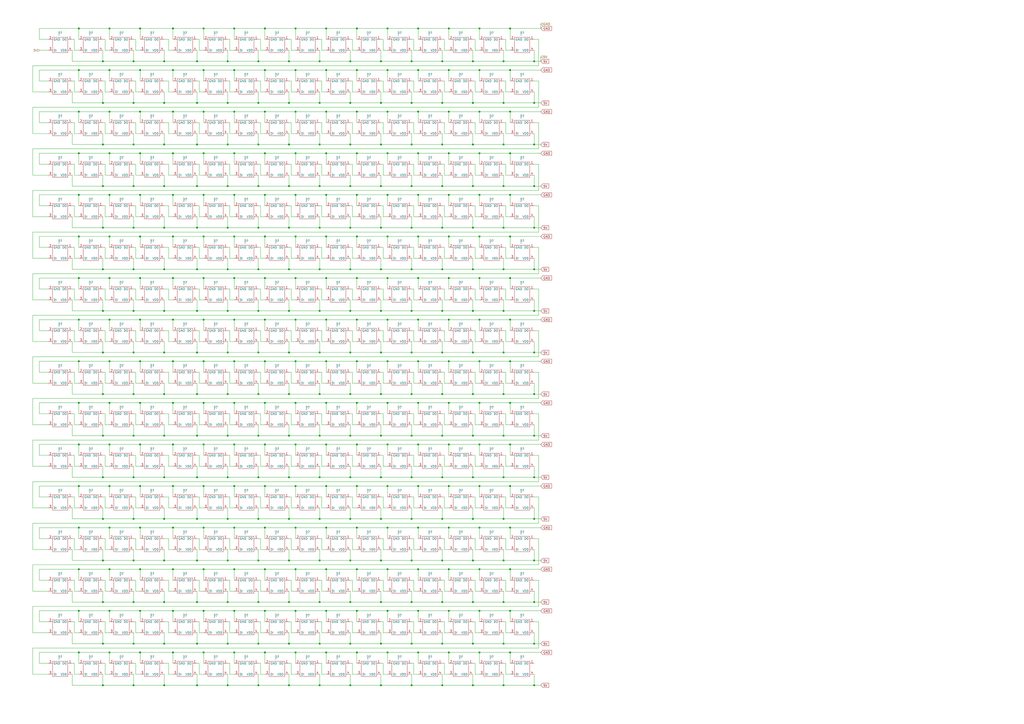
<source format=kicad_sch>
(kicad_sch (version 20230121) (generator eeschema)
  (paper "A2")
  (lib_symbols
    (symbol "LED-RGB-2MM:LED_WS2812B-2020"
      (property "Reference" "D" (at 3.81 0 0))
      (symbol "LED_WS2812B-2020_1_1"
        (pin input line (at 7.62 -2.54 180) (length 2.54) (name "DO") (number "1"))
        (pin input line (at -6.35 -2.54 0) (length 2.54) (name "GND") (number "2"))
        (pin input line (at -6.35 -8.89 0) (length 2.54) (name "DI") (number "3"))
        (pin input line (at 7.62 -8.89 180) (length 2.54) (name "VDD") (number "4"))
      )
    )
  )
  (junction (at 260.35 137.16))
  (junction (at 189.23 281.94))
  (junction (at 256.54 59.69))
  (junction (at 77.47 83.82))
  (junction (at 189.23 16.51))
  (junction (at 260.35 40.64))
  (junction (at 256.54 276.86))
  (junction (at 45.72 209.55))
  (junction (at 295.91 281.94))
  (junction (at 185.42 83.82))
  (junction (at 242.57 378.46))
  (junction (at 220.98 397.51))
  (junction (at 309.88 373.38))
  (junction (at 59.69 325.12))
  (junction (at 242.57 257.81))
  (junction (at 292.1 83.82))
  (junction (at 256.54 325.12))
  (junction (at 63.5 209.55))
  (junction (at 295.91 161.29))
  (junction (at 77.47 228.6))
  (junction (at 171.45 161.29))
  (junction (at 81.28 354.33))
  (junction (at 292.1 180.34))
  (junction (at 220.98 252.73))
  (junction (at 114.3 156.21))
  (junction (at 256.54 228.6))
  (junction (at 77.47 349.25))
  (junction (at 45.72 88.9))
  (junction (at 260.35 378.46))
  (junction (at 81.28 161.29))
  (junction (at 207.01 257.81))
  (junction (at 95.25 59.69))
  (junction (at 189.23 113.03))
  (junction (at 278.13 137.16))
  (junction (at 295.91 88.9))
  (junction (at 238.76 300.99))
  (junction (at 256.54 180.34))
  (junction (at 185.42 35.56))
  (junction (at 77.47 204.47))
  (junction (at 100.33 161.29))
  (junction (at 153.67 281.94))
  (junction (at 132.08 132.08))
  (junction (at 309.88 35.56))
  (junction (at 149.86 252.73))
  (junction (at 295.91 354.33))
  (junction (at 167.64 180.34))
  (junction (at 260.35 16.51))
  (junction (at 77.47 156.21))
  (junction (at 135.89 330.2))
  (junction (at 260.35 161.29))
  (junction (at 153.67 233.68))
  (junction (at 132.08 349.25))
  (junction (at 256.54 252.73))
  (junction (at 260.35 330.2))
  (junction (at 118.11 161.29))
  (junction (at 295.91 209.55))
  (junction (at 292.1 132.08))
  (junction (at 100.33 113.03))
  (junction (at 185.42 252.73))
  (junction (at 81.28 64.77))
  (junction (at 260.35 233.68))
  (junction (at 278.13 185.42))
  (junction (at 95.25 349.25))
  (junction (at 153.67 330.2))
  (junction (at 242.57 185.42))
  (junction (at 185.42 156.21))
  (junction (at 203.2 228.6))
  (junction (at 118.11 233.68))
  (junction (at 167.64 59.69))
  (junction (at 185.42 325.12))
  (junction (at 59.69 349.25))
  (junction (at 149.86 83.82))
  (junction (at 242.57 233.68))
  (junction (at 135.89 185.42))
  (junction (at 149.86 59.69))
  (junction (at 220.98 349.25))
  (junction (at 203.2 397.51))
  (junction (at 189.23 209.55))
  (junction (at 207.01 354.33))
  (junction (at 63.5 281.94))
  (junction (at 238.76 373.38))
  (junction (at 135.89 161.29))
  (junction (at 114.3 132.08))
  (junction (at 189.23 330.2))
  (junction (at 220.98 204.47))
  (junction (at 63.5 161.29))
  (junction (at 59.69 156.21))
  (junction (at 118.11 257.81))
  (junction (at 278.13 209.55))
  (junction (at 274.32 132.08))
  (junction (at 114.3 276.86))
  (junction (at 295.91 233.68))
  (junction (at 118.11 354.33))
  (junction (at 63.5 233.68))
  (junction (at 207.01 137.16))
  (junction (at 149.86 132.08))
  (junction (at 100.33 16.51))
  (junction (at 309.88 132.08))
  (junction (at 118.11 209.55))
  (junction (at 238.76 83.82))
  (junction (at 63.5 185.42))
  (junction (at 256.54 373.38))
  (junction (at 278.13 281.94))
  (junction (at 242.57 330.2))
  (junction (at 274.32 397.51))
  (junction (at 203.2 83.82))
  (junction (at 95.25 180.34))
  (junction (at 135.89 209.55))
  (junction (at 59.69 228.6))
  (junction (at 207.01 281.94))
  (junction (at 135.89 306.07))
  (junction (at 135.89 88.9))
  (junction (at 132.08 397.51))
  (junction (at 135.89 233.68))
  (junction (at 295.91 257.81))
  (junction (at 224.79 354.33))
  (junction (at 292.1 349.25))
  (junction (at 171.45 113.03))
  (junction (at 220.98 83.82))
  (junction (at 260.35 354.33))
  (junction (at 114.3 300.99))
  (junction (at 167.64 300.99))
  (junction (at 132.08 300.99))
  (junction (at 203.2 325.12))
  (junction (at 167.64 276.86))
  (junction (at 132.08 276.86))
  (junction (at 100.33 354.33))
  (junction (at 77.47 35.56))
  (junction (at 185.42 204.47))
  (junction (at 81.28 330.2))
  (junction (at 309.88 83.82))
  (junction (at 224.79 281.94))
  (junction (at 220.98 228.6))
  (junction (at 95.25 300.99))
  (junction (at 45.72 354.33))
  (junction (at 238.76 228.6))
  (junction (at 189.23 161.29))
  (junction (at 171.45 378.46))
  (junction (at 185.42 397.51))
  (junction (at 295.91 185.42))
  (junction (at 45.72 330.2))
  (junction (at 292.1 397.51))
  (junction (at 45.72 233.68))
  (junction (at 59.69 397.51))
  (junction (at 220.98 325.12))
  (junction (at 114.3 83.82))
  (junction (at 132.08 373.38))
  (junction (at 292.1 35.56))
  (junction (at 100.33 378.46))
  (junction (at 189.23 185.42))
  (junction (at 220.98 373.38))
  (junction (at 238.76 276.86))
  (junction (at 309.88 156.21))
  (junction (at 135.89 257.81))
  (junction (at 118.11 40.64))
  (junction (at 63.5 16.51))
  (junction (at 256.54 156.21))
  (junction (at 59.69 300.99))
  (junction (at 149.86 228.6))
  (junction (at 292.1 59.69))
  (junction (at 260.35 64.77))
  (junction (at 114.3 252.73))
  (junction (at 95.25 35.56))
  (junction (at 292.1 204.47))
  (junction (at 81.28 137.16))
  (junction (at 278.13 113.03))
  (junction (at 100.33 64.77))
  (junction (at 77.47 300.99))
  (junction (at 278.13 40.64))
  (junction (at 203.2 276.86))
  (junction (at 238.76 59.69))
  (junction (at 135.89 64.77))
  (junction (at 309.88 276.86))
  (junction (at 207.01 88.9))
  (junction (at 167.64 349.25))
  (junction (at 238.76 204.47))
  (junction (at 224.79 88.9))
  (junction (at 171.45 209.55))
  (junction (at 114.3 373.38))
  (junction (at 153.67 113.03))
  (junction (at 45.72 137.16))
  (junction (at 132.08 107.95))
  (junction (at 295.91 16.51))
  (junction (at 224.79 306.07))
  (junction (at 95.25 276.86))
  (junction (at 274.32 349.25))
  (junction (at 185.42 276.86))
  (junction (at 81.28 185.42))
  (junction (at 295.91 64.77))
  (junction (at 77.47 252.73))
  (junction (at 114.3 325.12))
  (junction (at 309.88 204.47))
  (junction (at 207.01 161.29))
  (junction (at 59.69 35.56))
  (junction (at 242.57 209.55))
  (junction (at 45.72 40.64))
  (junction (at 77.47 59.69))
  (junction (at 63.5 257.81))
  (junction (at 224.79 257.81))
  (junction (at 238.76 35.56))
  (junction (at 149.86 373.38))
  (junction (at 203.2 59.69))
  (junction (at 256.54 35.56))
  (junction (at 238.76 132.08))
  (junction (at 278.13 16.51))
  (junction (at 149.86 349.25))
  (junction (at 274.32 228.6))
  (junction (at 278.13 306.07))
  (junction (at 171.45 354.33))
  (junction (at 189.23 233.68))
  (junction (at 135.89 40.64))
  (junction (at 207.01 185.42))
  (junction (at 135.89 354.33))
  (junction (at 153.67 257.81))
  (junction (at 256.54 132.08))
  (junction (at 167.64 252.73))
  (junction (at 59.69 276.86))
  (junction (at 95.25 132.08))
  (junction (at 95.25 204.47))
  (junction (at 242.57 64.77))
  (junction (at 207.01 64.77))
  (junction (at 132.08 325.12))
  (junction (at 238.76 180.34))
  (junction (at 167.64 373.38))
  (junction (at 63.5 64.77))
  (junction (at 224.79 209.55))
  (junction (at 100.33 137.16))
  (junction (at 135.89 16.51))
  (junction (at 220.98 276.86))
  (junction (at 149.86 204.47))
  (junction (at 114.3 180.34))
  (junction (at 167.64 107.95))
  (junction (at 114.3 397.51))
  (junction (at 224.79 161.29))
  (junction (at 260.35 185.42))
  (junction (at 238.76 252.73))
  (junction (at 77.47 397.51))
  (junction (at 292.1 325.12))
  (junction (at 100.33 209.55))
  (junction (at 185.42 228.6))
  (junction (at 118.11 113.03))
  (junction (at 171.45 137.16))
  (junction (at 309.88 300.99))
  (junction (at 149.86 180.34))
  (junction (at 153.67 64.77))
  (junction (at 59.69 204.47))
  (junction (at 185.42 349.25))
  (junction (at 167.64 228.6))
  (junction (at 274.32 276.86))
  (junction (at 167.64 132.08))
  (junction (at 224.79 233.68))
  (junction (at 292.1 373.38))
  (junction (at 45.72 16.51))
  (junction (at 242.57 306.07))
  (junction (at 81.28 88.9))
  (junction (at 224.79 16.51))
  (junction (at 274.32 156.21))
  (junction (at 100.33 185.42))
  (junction (at 242.57 161.29))
  (junction (at 242.57 88.9))
  (junction (at 224.79 113.03))
  (junction (at 203.2 180.34))
  (junction (at 278.13 161.29))
  (junction (at 260.35 257.81))
  (junction (at 256.54 397.51))
  (junction (at 149.86 35.56))
  (junction (at 203.2 107.95))
  (junction (at 171.45 40.64))
  (junction (at 171.45 185.42))
  (junction (at 295.91 306.07))
  (junction (at 45.72 281.94))
  (junction (at 220.98 59.69))
  (junction (at 118.11 16.51))
  (junction (at 114.3 349.25))
  (junction (at 224.79 330.2))
  (junction (at 45.72 257.81))
  (junction (at 242.57 16.51))
  (junction (at 260.35 209.55))
  (junction (at 100.33 330.2))
  (junction (at 260.35 88.9))
  (junction (at 118.11 378.46))
  (junction (at 100.33 233.68))
  (junction (at 45.72 161.29))
  (junction (at 224.79 64.77))
  (junction (at 153.67 88.9))
  (junction (at 167.64 156.21))
  (junction (at 118.11 281.94))
  (junction (at 171.45 330.2))
  (junction (at 77.47 373.38))
  (junction (at 167.64 35.56))
  (junction (at 167.64 83.82))
  (junction (at 81.28 378.46))
  (junction (at 45.72 306.07))
  (junction (at 45.72 64.77))
  (junction (at 224.79 185.42))
  (junction (at 295.91 330.2))
  (junction (at 292.1 228.6))
  (junction (at 278.13 257.81))
  (junction (at 132.08 180.34))
  (junction (at 153.67 185.42))
  (junction (at 238.76 397.51))
  (junction (at 167.64 325.12))
  (junction (at 45.72 185.42))
  (junction (at 292.1 156.21))
  (junction (at 260.35 306.07))
  (junction (at 220.98 132.08))
  (junction (at 135.89 137.16))
  (junction (at 274.32 59.69))
  (junction (at 132.08 59.69))
  (junction (at 256.54 349.25))
  (junction (at 171.45 64.77))
  (junction (at 45.72 378.46))
  (junction (at 278.13 64.77))
  (junction (at 242.57 354.33))
  (junction (at 309.88 59.69))
  (junction (at 114.3 204.47))
  (junction (at 171.45 233.68))
  (junction (at 309.88 349.25))
  (junction (at 189.23 378.46))
  (junction (at 242.57 113.03))
  (junction (at 171.45 281.94))
  (junction (at 242.57 137.16))
  (junction (at 171.45 306.07))
  (junction (at 203.2 300.99))
  (junction (at 309.88 252.73))
  (junction (at 95.25 156.21))
  (junction (at 77.47 132.08))
  (junction (at 274.32 180.34))
  (junction (at 309.88 107.95))
  (junction (at 149.86 300.99))
  (junction (at 207.01 378.46))
  (junction (at 153.67 161.29))
  (junction (at 149.86 325.12))
  (junction (at 203.2 35.56))
  (junction (at 153.67 137.16))
  (junction (at 309.88 228.6))
  (junction (at 295.91 113.03))
  (junction (at 203.2 156.21))
  (junction (at 63.5 354.33))
  (junction (at 118.11 306.07))
  (junction (at 220.98 156.21))
  (junction (at 149.86 156.21))
  (junction (at 95.25 228.6))
  (junction (at 278.13 88.9))
  (junction (at 295.91 137.16))
  (junction (at 292.1 107.95))
  (junction (at 242.57 281.94))
  (junction (at 274.32 252.73))
  (junction (at 132.08 228.6))
  (junction (at 185.42 300.99))
  (junction (at 77.47 180.34))
  (junction (at 256.54 300.99))
  (junction (at 63.5 378.46))
  (junction (at 220.98 180.34))
  (junction (at 153.67 40.64))
  (junction (at 167.64 204.47))
  (junction (at 153.67 306.07))
  (junction (at 59.69 252.73))
  (junction (at 278.13 330.2))
  (junction (at 207.01 113.03))
  (junction (at 203.2 349.25))
  (junction (at 59.69 83.82))
  (junction (at 81.28 40.64))
  (junction (at 171.45 257.81))
  (junction (at 135.89 113.03))
  (junction (at 114.3 59.69))
  (junction (at 295.91 40.64))
  (junction (at 77.47 325.12))
  (junction (at 292.1 276.86))
  (junction (at 167.64 397.51))
  (junction (at 220.98 300.99))
  (junction (at 278.13 354.33))
  (junction (at 203.2 204.47))
  (junction (at 132.08 252.73))
  (junction (at 189.23 40.64))
  (junction (at 242.57 40.64))
  (junction (at 100.33 257.81))
  (junction (at 203.2 252.73))
  (junction (at 59.69 373.38))
  (junction (at 114.3 35.56))
  (junction (at 153.67 354.33))
  (junction (at 238.76 156.21))
  (junction (at 224.79 40.64))
  (junction (at 114.3 107.95))
  (junction (at 189.23 137.16))
  (junction (at 207.01 306.07))
  (junction (at 77.47 276.86))
  (junction (at 238.76 107.95))
  (junction (at 118.11 330.2))
  (junction (at 153.67 378.46))
  (junction (at 95.25 252.73))
  (junction (at 224.79 378.46))
  (junction (at 100.33 40.64))
  (junction (at 189.23 88.9))
  (junction (at 274.32 35.56))
  (junction (at 59.69 180.34))
  (junction (at 185.42 59.69))
  (junction (at 274.32 373.38))
  (junction (at 59.69 107.95))
  (junction (at 45.72 113.03))
  (junction (at 256.54 83.82))
  (junction (at 274.32 204.47))
  (junction (at 185.42 107.95))
  (junction (at 256.54 107.95))
  (junction (at 185.42 132.08))
  (junction (at 185.42 180.34))
  (junction (at 81.28 257.81))
  (junction (at 81.28 233.68))
  (junction (at 256.54 204.47))
  (junction (at 81.28 306.07))
  (junction (at 274.32 300.99))
  (junction (at 153.67 16.51))
  (junction (at 63.5 137.16))
  (junction (at 63.5 88.9))
  (junction (at 81.28 113.03))
  (junction (at 189.23 306.07))
  (junction (at 278.13 378.46))
  (junction (at 171.45 16.51))
  (junction (at 95.25 397.51))
  (junction (at 81.28 209.55))
  (junction (at 309.88 325.12))
  (junction (at 132.08 35.56))
  (junction (at 149.86 397.51))
  (junction (at 207.01 16.51))
  (junction (at 224.79 137.16))
  (junction (at 118.11 88.9))
  (junction (at 135.89 281.94))
  (junction (at 63.5 306.07))
  (junction (at 260.35 281.94))
  (junction (at 171.45 88.9))
  (junction (at 95.25 373.38))
  (junction (at 292.1 300.99))
  (junction (at 189.23 257.81))
  (junction (at 114.3 228.6))
  (junction (at 207.01 209.55))
  (junction (at 207.01 233.68))
  (junction (at 135.89 378.46))
  (junction (at 295.91 378.46))
  (junction (at 153.67 209.55))
  (junction (at 132.08 204.47))
  (junction (at 81.28 281.94))
  (junction (at 59.69 59.69))
  (junction (at 118.11 137.16))
  (junction (at 63.5 40.64))
  (junction (at 309.88 180.34))
  (junction (at 95.25 107.95))
  (junction (at 238.76 349.25))
  (junction (at 238.76 325.12))
  (junction (at 63.5 330.2))
  (junction (at 274.32 83.82))
  (junction (at 220.98 107.95))
  (junction (at 95.25 83.82))
  (junction (at 95.25 325.12))
  (junction (at 260.35 113.03))
  (junction (at 132.08 83.82))
  (junction (at 77.47 107.95))
  (junction (at 278.13 233.68))
  (junction (at 132.08 156.21))
  (junction (at 274.32 107.95))
  (junction (at 63.5 113.03))
  (junction (at 81.28 16.51))
  (junction (at 118.11 64.77))
  (junction (at 203.2 132.08))
  (junction (at 59.69 132.08))
  (junction (at 100.33 281.94))
  (junction (at 309.88 397.51))
  (junction (at 185.42 373.38))
  (junction (at 118.11 185.42))
  (junction (at 220.98 35.56))
  (junction (at 207.01 330.2))
  (junction (at 189.23 64.77))
  (junction (at 100.33 88.9))
  (junction (at 203.2 373.38))
  (junction (at 149.86 107.95))
  (junction (at 207.01 40.64))
  (junction (at 100.33 306.07))
  (junction (at 292.1 252.73))
  (junction (at 274.32 325.12))
  (junction (at 149.86 276.86))
  (junction (at 189.23 354.33))
  (wire (pts (xy 59.69 252.73) (xy 77.47 252.73)))
  (wire (pts (xy 63.5 185.42) (xy 81.28 185.42)))
  (wire (pts (xy 43.18 367.03) (xy 45.72 367.03)))
  (wire (pts (xy 189.23 257.81) (xy 207.01 257.81)))
  (wire (pts (xy 207.01 378.46) (xy 207.01 384.81)))
  (wire (pts (xy 238.76 264.16) (xy 240.03 264.16)))
  (wire (pts (xy 204.47 367.03) (xy 207.01 367.03)))
  (wire (pts (xy 312.42 38.1) (xy 19.05 38.1)))
  (wire (pts (xy 81.28 209.55) (xy 81.28 215.9)))
  (wire (pts (xy 59.69 83.82) (xy 77.47 83.82)))
  (wire (pts (xy 257.81 167.64) (xy 257.81 173.99)))
  (wire (pts (xy 274.32 95.25) (xy 275.59 95.25)))
  (wire (pts (xy 77.47 349.25) (xy 95.25 349.25)))
  (wire (pts (xy 224.79 167.64) (xy 224.79 161.29)))
  (wire (pts (xy 78.74 342.9) (xy 81.28 342.9)))
  (wire (pts (xy 309.88 342.9) (xy 309.88 349.25)))
  (wire (pts (xy 149.86 198.12) (xy 149.86 204.47)))
  (wire (pts (xy 95.25 107.95) (xy 114.3 107.95)))
  (wire (pts (xy 118.11 281.94) (xy 118.11 288.29)))
  (wire (pts (xy 256.54 252.73) (xy 274.32 252.73)))
  (wire (pts (xy 203.2 264.16) (xy 204.47 264.16)))
  (wire (pts (xy 63.5 330.2) (xy 63.5 336.55)))
  (wire (pts (xy 167.64 173.99) (xy 167.64 180.34)))
  (wire (pts (xy 256.54 119.38) (xy 257.81 119.38)))
  (wire (pts (xy 168.91 95.25) (xy 168.91 101.6)))
  (wire (pts (xy 59.69 312.42) (xy 60.96 312.42)))
  (wire (pts (xy 309.88 46.99) (xy 312.42 46.99)))
  (wire (pts (xy 275.59 288.29) (xy 275.59 294.64)))
  (wire (pts (xy 238.76 336.55) (xy 240.03 336.55)))
  (wire (pts (xy 220.98 342.9) (xy 220.98 349.25)))
  (wire (pts (xy 78.74 173.99) (xy 81.28 173.99)))
  (wire (pts (xy 118.11 64.77) (xy 118.11 71.12)))
  (wire (pts (xy 77.47 342.9) (xy 77.47 349.25)))
  (wire (pts (xy 256.54 204.47) (xy 274.32 204.47)))
  (wire (pts (xy 260.35 113.03) (xy 278.13 113.03)))
  (wire (pts (xy 278.13 354.33) (xy 278.13 360.68)))
  (wire (pts (xy 63.5 330.2) (xy 81.28 330.2)))
  (wire (pts (xy 224.79 354.33) (xy 242.57 354.33)))
  (wire (pts (xy 132.08 59.69) (xy 149.86 59.69)))
  (wire (pts (xy 149.86 246.38) (xy 149.86 252.73)))
  (wire (pts (xy 59.69 228.6) (xy 77.47 228.6)))
  (wire (pts (xy 118.11 16.51) (xy 118.11 22.86)))
  (wire (pts (xy 59.69 167.64) (xy 60.96 167.64)))
  (wire (pts (xy 63.5 354.33) (xy 63.5 360.68)))
  (wire (pts (xy 295.91 185.42) (xy 295.91 191.77)))
  (wire (pts (xy 242.57 40.64) (xy 260.35 40.64)))
  (wire (pts (xy 167.64 29.21) (xy 167.64 35.56)))
  (wire (pts (xy 274.32 252.73) (xy 292.1 252.73)))
  (wire (pts (xy 133.35 222.25) (xy 135.89 222.25)))
  (wire (pts (xy 222.25 342.9) (xy 224.79 342.9)))
  (wire (pts (xy 220.98 270.51) (xy 220.98 276.86)))
  (wire (pts (xy 153.67 209.55) (xy 171.45 209.55)))
  (wire (pts (xy 203.2 252.73) (xy 220.98 252.73)))
  (wire (pts (xy 171.45 330.2) (xy 189.23 330.2)))
  (wire (pts (xy 95.25 132.08) (xy 114.3 132.08)))
  (wire (pts (xy 309.88 83.82) (xy 313.69 83.82)))
  (wire (pts (xy 60.96 167.64) (xy 60.96 173.99)))
  (wire (pts (xy 59.69 101.6) (xy 59.69 107.95)))
  (wire (pts (xy 168.91 149.86) (xy 171.45 149.86)))
  (wire (pts (xy 43.18 22.86) (xy 43.18 29.21)))
  (wire (pts (xy 77.47 373.38) (xy 95.25 373.38)))
  (wire (pts (xy 220.98 360.68) (xy 222.25 360.68)))
  (wire (pts (xy 186.69 294.64) (xy 189.23 294.64)))
  (wire (pts (xy 256.54 101.6) (xy 256.54 107.95)))
  (wire (pts (xy 292.1 349.25) (xy 309.88 349.25)))
  (wire (pts (xy 203.2 46.99) (xy 204.47 46.99)))
  (wire (pts (xy 59.69 204.47) (xy 77.47 204.47)))
  (wire (pts (xy 132.08 336.55) (xy 133.35 336.55)))
  (wire (pts (xy 186.69 312.42) (xy 186.69 318.77)))
  (wire (pts (xy 295.91 16.51) (xy 295.91 22.86)))
  (wire (pts (xy 100.33 233.68) (xy 100.33 240.03)))
  (wire (pts (xy 171.45 233.68) (xy 171.45 240.03)))
  (wire (pts (xy 60.96 149.86) (xy 63.5 149.86)))
  (wire (pts (xy 312.42 207.01) (xy 19.05 207.01)))
  (wire (pts (xy 100.33 113.03) (xy 118.11 113.03)))
  (wire (pts (xy 220.98 149.86) (xy 220.98 156.21)))
  (wire (pts (xy 186.69 125.73) (xy 189.23 125.73)))
  (wire (pts (xy 59.69 132.08) (xy 77.47 132.08)))
  (wire (pts (xy 43.18 384.81) (xy 43.18 391.16)))
  (wire (pts (xy 185.42 294.64) (xy 185.42 300.99)))
  (wire (pts (xy 274.32 143.51) (xy 275.59 143.51)))
  (wire (pts (xy 43.18 77.47) (xy 45.72 77.47)))
  (wire (pts (xy 293.37 143.51) (xy 293.37 149.86)))
  (wire (pts (xy 43.18 53.34) (xy 45.72 53.34)))
  (wire (pts (xy 78.74 198.12) (xy 81.28 198.12)))
  (wire (pts (xy 171.45 330.2) (xy 171.45 336.55)))
  (wire (pts (xy 257.81 149.86) (xy 260.35 149.86)))
  (wire (pts (xy 19.05 367.03) (xy 27.94 367.03)))
  (wire (pts (xy 220.98 132.08) (xy 238.76 132.08)))
  (wire (pts (xy 151.13 367.03) (xy 153.67 367.03)))
  (wire (pts (xy 167.64 198.12) (xy 167.64 204.47)))
  (wire (pts (xy 135.89 330.2) (xy 153.67 330.2)))
  (wire (pts (xy 278.13 161.29) (xy 278.13 167.64)))
  (wire (pts (xy 95.25 59.69) (xy 114.3 59.69)))
  (wire (pts (xy 203.2 342.9) (xy 203.2 349.25)))
  (wire (pts (xy 133.35 119.38) (xy 133.35 125.73)))
  (wire (pts (xy 220.98 325.12) (xy 238.76 325.12)))
  (wire (pts (xy 256.54 318.77) (xy 256.54 325.12)))
  (wire (pts (xy 77.47 246.38) (xy 77.47 252.73)))
  (wire (pts (xy 240.03 167.64) (xy 240.03 173.99)))
  (wire (pts (xy 133.35 360.68) (xy 133.35 367.03)))
  (wire (pts (xy 133.35 246.38) (xy 135.89 246.38)))
  (wire (pts (xy 309.88 71.12) (xy 312.42 71.12)))
  (wire (pts (xy 186.69 391.16) (xy 189.23 391.16)))
  (wire (pts (xy 45.72 378.46) (xy 45.72 384.81)))
  (wire (pts (xy 95.25 71.12) (xy 97.79 71.12)))
  (wire (pts (xy 185.42 191.77) (xy 186.69 191.77)))
  (wire (pts (xy 77.47 125.73) (xy 77.47 132.08)))
  (wire (pts (xy 151.13 22.86) (xy 151.13 29.21)))
  (wire (pts (xy 63.5 378.46) (xy 81.28 378.46)))
  (wire (pts (xy 114.3 101.6) (xy 114.3 107.95)))
  (wire (pts (xy 132.08 288.29) (xy 133.35 288.29)))
  (wire (pts (xy 168.91 312.42) (xy 168.91 318.77)))
  (wire (pts (xy 59.69 173.99) (xy 59.69 180.34)))
  (wire (pts (xy 185.42 342.9) (xy 185.42 349.25)))
  (wire (pts (xy 43.18 270.51) (xy 45.72 270.51)))
  (wire (pts (xy 185.42 29.21) (xy 185.42 35.56)))
  (wire (pts (xy 132.08 204.47) (xy 149.86 204.47)))
  (wire (pts (xy 97.79 312.42) (xy 97.79 318.77)))
  (wire (pts (xy 189.23 16.51) (xy 207.01 16.51)))
  (wire (pts (xy 203.2 173.99) (xy 203.2 180.34)))
  (wire (pts (xy 275.59 336.55) (xy 275.59 342.9)))
  (wire (pts (xy 293.37 71.12) (xy 293.37 77.47)))
  (wire (pts (xy 204.47 119.38) (xy 204.47 125.73)))
  (wire (pts (xy 260.35 40.64) (xy 260.35 46.99)))
  (wire (pts (xy 256.54 167.64) (xy 257.81 167.64)))
  (wire (pts (xy 60.96 384.81) (xy 60.96 391.16)))
  (wire (pts (xy 240.03 29.21) (xy 242.57 29.21)))
  (wire (pts (xy 309.88 22.86) (xy 312.42 22.86)))
  (wire (pts (xy 204.47 215.9) (xy 204.47 222.25)))
  (wire (pts (xy 132.08 246.38) (xy 132.08 252.73)))
  (wire (pts (xy 95.25 288.29) (xy 97.79 288.29)))
  (wire (pts (xy 256.54 95.25) (xy 257.81 95.25)))
  (wire (pts (xy 81.28 378.46) (xy 81.28 384.81)))
  (wire (pts (xy 256.54 22.86) (xy 257.81 22.86)))
  (wire (pts (xy 115.57 240.03) (xy 115.57 246.38)))
  (wire (pts (xy 224.79 46.99) (xy 224.79 40.64)))
  (wire (pts (xy 118.11 185.42) (xy 118.11 191.77)))
  (wire (pts (xy 220.98 264.16) (xy 222.25 264.16)))
  (wire (pts (xy 149.86 101.6) (xy 149.86 107.95)))
  (wire (pts (xy 95.25 204.47) (xy 114.3 204.47)))
  (wire (pts (xy 312.42 215.9) (xy 312.42 231.14)))
  (wire (pts (xy 168.91 143.51) (xy 168.91 149.86)))
  (wire (pts (xy 60.96 222.25) (xy 63.5 222.25)))
  (wire (pts (xy 114.3 22.86) (xy 115.57 22.86)))
  (wire (pts (xy 22.86 384.81) (xy 22.86 378.46)))
  (wire (pts (xy 41.91 180.34) (xy 59.69 180.34)))
  (wire (pts (xy 224.79 22.86) (xy 224.79 16.51)))
  (wire (pts (xy 167.64 240.03) (xy 168.91 240.03)))
  (wire (pts (xy 45.72 306.07) (xy 45.72 312.42)))
  (wire (pts (xy 135.89 306.07) (xy 135.89 312.42)))
  (wire (pts (xy 59.69 264.16) (xy 60.96 264.16)))
  (wire (pts (xy 77.47 101.6) (xy 77.47 107.95)))
  (wire (pts (xy 59.69 336.55) (xy 60.96 336.55)))
  (wire (pts (xy 207.01 137.16) (xy 224.79 137.16)))
  (wire (pts (xy 293.37 318.77) (xy 295.91 318.77)))
  (wire (pts (xy 222.25 143.51) (xy 222.25 149.86)))
  (wire (pts (xy 186.69 46.99) (xy 186.69 53.34)))
  (wire (pts (xy 95.25 318.77) (xy 95.25 325.12)))
  (wire (pts (xy 27.94 71.12) (xy 22.86 71.12)))
  (wire (pts (xy 185.42 180.34) (xy 203.2 180.34)))
  (wire (pts (xy 204.47 264.16) (xy 204.47 270.51)))
  (wire (pts (xy 240.03 101.6) (xy 242.57 101.6)))
  (wire (pts (xy 278.13 354.33) (xy 295.91 354.33)))
  (wire (pts (xy 204.47 198.12) (xy 207.01 198.12)))
  (wire (pts (xy 185.42 240.03) (xy 186.69 240.03)))
  (wire (pts (xy 95.25 215.9) (xy 97.79 215.9)))
  (wire (pts (xy 222.25 46.99) (xy 222.25 53.34)))
  (wire (pts (xy 114.3 125.73) (xy 114.3 132.08)))
  (wire (pts (xy 167.64 300.99) (xy 185.42 300.99)))
  (wire (pts (xy 312.42 71.12) (xy 312.42 86.36)))
  (wire (pts (xy 293.37 77.47) (xy 295.91 77.47)))
  (wire (pts (xy 19.05 327.66) (xy 19.05 342.9)))
  (wire (pts (xy 185.42 149.86) (xy 185.42 156.21)))
  (wire (pts (xy 151.13 312.42) (xy 151.13 318.77)))
  (wire (pts (xy 240.03 294.64) (xy 242.57 294.64)))
  (wire (pts (xy 45.72 40.64) (xy 45.72 46.99)))
  (wire (pts (xy 43.18 312.42) (xy 43.18 318.77)))
  (wire (pts (xy 133.35 318.77) (xy 135.89 318.77)))
  (wire (pts (xy 100.33 354.33) (xy 100.33 360.68)))
  (wire (pts (xy 97.79 167.64) (xy 97.79 173.99)))
  (wire (pts (xy 60.96 391.16) (xy 63.5 391.16)))
  (wire (pts (xy 60.96 318.77) (xy 63.5 318.77)))
  (wire (pts (xy 115.57 191.77) (xy 115.57 198.12)))
  (wire (pts (xy 78.74 119.38) (xy 78.74 125.73)))
  (wire (pts (xy 133.35 312.42) (xy 133.35 318.77)))
  (wire (pts (xy 185.42 246.38) (xy 185.42 252.73)))
  (wire (pts (xy 171.45 88.9) (xy 189.23 88.9)))
  (wire (pts (xy 185.42 367.03) (xy 185.42 373.38)))
  (wire (pts (xy 275.59 143.51) (xy 275.59 149.86)))
  (wire (pts (xy 81.28 257.81) (xy 100.33 257.81)))
  (wire (pts (xy 312.42 167.64) (xy 312.42 182.88)))
  (wire (pts (xy 81.28 40.64) (xy 81.28 46.99)))
  (wire (pts (xy 260.35 113.03) (xy 260.35 119.38)))
  (wire (pts (xy 278.13 185.42) (xy 278.13 191.77)))
  (wire (pts (xy 242.57 378.46) (xy 242.57 384.81)))
  (wire (pts (xy 274.32 180.34) (xy 292.1 180.34)))
  (wire (pts (xy 292.1 35.56) (xy 309.88 35.56)))
  (wire (pts (xy 77.47 240.03) (xy 78.74 240.03)))
  (wire (pts (xy 19.05 231.14) (xy 19.05 246.38)))
  (wire (pts (xy 167.64 22.86) (xy 168.91 22.86)))
  (wire (pts (xy 256.54 191.77) (xy 257.81 191.77)))
  (wire (pts (xy 100.33 209.55) (xy 100.33 215.9)))
  (wire (pts (xy 135.89 354.33) (xy 135.89 360.68)))
  (wire (pts (xy 207.01 233.68) (xy 207.01 240.03)))
  (wire (pts (xy 78.74 101.6) (xy 81.28 101.6)))
  (wire (pts (xy 63.5 64.77) (xy 81.28 64.77)))
  (wire (pts (xy 132.08 107.95) (xy 149.86 107.95)))
  (wire (pts (xy 45.72 209.55) (xy 63.5 209.55)))
  (wire (pts (xy 275.59 198.12) (xy 278.13 198.12)))
  (wire (pts (xy 78.74 318.77) (xy 81.28 318.77)))
  (wire (pts (xy 256.54 59.69) (xy 274.32 59.69)))
  (wire (pts (xy 238.76 204.47) (xy 256.54 204.47)))
  (wire (pts (xy 114.3 107.95) (xy 132.08 107.95)))
  (wire (pts (xy 256.54 180.34) (xy 274.32 180.34)))
  (wire (pts (xy 185.42 325.12) (xy 203.2 325.12)))
  (wire (pts (xy 167.64 119.38) (xy 168.91 119.38)))
  (wire (pts (xy 168.91 384.81) (xy 168.91 391.16)))
  (wire (pts (xy 240.03 46.99) (xy 240.03 53.34)))
  (wire (pts (xy 256.54 312.42) (xy 257.81 312.42)))
  (wire (pts (xy 95.25 342.9) (xy 95.25 349.25)))
  (wire (pts (xy 185.42 35.56) (xy 203.2 35.56)))
  (wire (pts (xy 153.67 233.68) (xy 171.45 233.68)))
  (wire (pts (xy 63.5 306.07) (xy 81.28 306.07)))
  (wire (pts (xy 133.35 173.99) (xy 135.89 173.99)))
  (wire (pts (xy 312.42 351.79) (xy 19.05 351.79)))
  (wire (pts (xy 278.13 88.9) (xy 295.91 88.9)))
  (wire (pts (xy 292.1 59.69) (xy 309.88 59.69)))
  (wire (pts (xy 167.64 294.64) (xy 167.64 300.99)))
  (wire (pts (xy 292.1 143.51) (xy 293.37 143.51)))
  (wire (pts (xy 41.91 107.95) (xy 59.69 107.95)))
  (wire (pts (xy 242.57 113.03) (xy 260.35 113.03)))
  (wire (pts (xy 114.3 240.03) (xy 115.57 240.03)))
  (wire (pts (xy 95.25 119.38) (xy 97.79 119.38)))
  (wire (pts (xy 135.89 209.55) (xy 153.67 209.55)))
  (wire (pts (xy 151.13 318.77) (xy 153.67 318.77)))
  (wire (pts (xy 151.13 29.21) (xy 153.67 29.21)))
  (wire (pts (xy 77.47 35.56) (xy 95.25 35.56)))
  (wire (pts (xy 41.91 204.47) (xy 59.69 204.47)))
  (wire (pts (xy 77.47 29.21) (xy 77.47 35.56)))
  (wire (pts (xy 242.57 88.9) (xy 260.35 88.9)))
  (wire (pts (xy 222.25 101.6) (xy 224.79 101.6)))
  (wire (pts (xy 207.01 257.81) (xy 207.01 264.16)))
  (wire (pts (xy 167.64 397.51) (xy 185.42 397.51)))
  (wire (pts (xy 63.5 209.55) (xy 81.28 209.55)))
  (wire (pts (xy 41.91 270.51) (xy 41.91 276.86)))
  (wire (pts (xy 222.25 336.55) (xy 222.25 342.9)))
  (wire (pts (xy 63.5 113.03) (xy 63.5 119.38)))
  (wire (pts (xy 135.89 161.29) (xy 135.89 167.64)))
  (wire (pts (xy 224.79 264.16) (xy 224.79 257.81)))
  (wire (pts (xy 167.64 143.51) (xy 168.91 143.51)))
  (wire (pts (xy 185.42 270.51) (xy 185.42 276.86)))
  (wire (pts (xy 238.76 240.03) (xy 240.03 240.03)))
  (wire (pts (xy 60.96 288.29) (xy 60.96 294.64)))
  (wire (pts (xy 95.25 22.86) (xy 97.79 22.86)))
  (wire (pts (xy 97.79 270.51) (xy 100.33 270.51)))
  (wire (pts (xy 149.86 276.86) (xy 167.64 276.86)))
  (wire (pts (xy 186.69 53.34) (xy 189.23 53.34)))
  (wire (pts (xy 309.88 95.25) (xy 312.42 95.25)))
  (wire (pts (xy 153.67 64.77) (xy 153.67 71.12)))
  (wire (pts (xy 207.01 306.07) (xy 207.01 312.42)))
  (wire (pts (xy 63.5 209.55) (xy 63.5 215.9)))
  (wire (pts (xy 222.25 29.21) (xy 224.79 29.21)))
  (wire (pts (xy 153.67 233.68) (xy 153.67 240.03)))
  (wire (pts (xy 293.37 342.9) (xy 295.91 342.9)))
  (wire (pts (xy 135.89 281.94) (xy 153.67 281.94)))
  (wire (pts (xy 153.67 354.33) (xy 153.67 360.68)))
  (wire (pts (xy 295.91 330.2) (xy 295.91 336.55)))
  (wire (pts (xy 114.3 204.47) (xy 132.08 204.47)))
  (wire (pts (xy 189.23 354.33) (xy 207.01 354.33)))
  (wire (pts (xy 22.86 330.2) (xy 45.72 330.2)))
  (wire (pts (xy 167.64 46.99) (xy 168.91 46.99)))
  (wire (pts (xy 95.25 46.99) (xy 97.79 46.99)))
  (wire (pts (xy 63.5 306.07) (xy 63.5 312.42)))
  (wire (pts (xy 81.28 330.2) (xy 100.33 330.2)))
  (wire (pts (xy 312.42 240.03) (xy 312.42 255.27)))
  (wire (pts (xy 189.23 330.2) (xy 189.23 336.55)))
  (wire (pts (xy 171.45 161.29) (xy 171.45 167.64)))
  (wire (pts (xy 207.01 330.2) (xy 207.01 336.55)))
  (wire (pts (xy 95.25 143.51) (xy 97.79 143.51)))
  (wire (pts (xy 149.86 46.99) (xy 151.13 46.99)))
  (wire (pts (xy 257.81 191.77) (xy 257.81 198.12)))
  (wire (pts (xy 27.94 143.51) (xy 22.86 143.51)))
  (wire (pts (xy 207.01 233.68) (xy 224.79 233.68)))
  (wire (pts (xy 220.98 191.77) (xy 222.25 191.77)))
  (wire (pts (xy 132.08 228.6) (xy 149.86 228.6)))
  (wire (pts (xy 186.69 222.25) (xy 189.23 222.25)))
  (wire (pts (xy 63.5 161.29) (xy 81.28 161.29)))
  (wire (pts (xy 115.57 288.29) (xy 115.57 294.64)))
  (wire (pts (xy 204.47 240.03) (xy 204.47 246.38)))
  (wire (pts (xy 97.79 143.51) (xy 97.79 149.86)))
  (wire (pts (xy 220.98 384.81) (xy 222.25 384.81)))
  (wire (pts (xy 153.67 64.77) (xy 171.45 64.77)))
  (wire (pts (xy 97.79 173.99) (xy 100.33 173.99)))
  (wire (pts (xy 240.03 384.81) (xy 240.03 391.16)))
  (wire (pts (xy 275.59 342.9) (xy 278.13 342.9)))
  (wire (pts (xy 60.96 198.12) (xy 63.5 198.12)))
  (wire (pts (xy 149.86 342.9) (xy 149.86 349.25)))
  (wire (pts (xy 257.81 342.9) (xy 260.35 342.9)))
  (wire (pts (xy 133.35 215.9) (xy 133.35 222.25)))
  (wire (pts (xy 151.13 222.25) (xy 153.67 222.25)))
  (wire (pts (xy 293.37 173.99) (xy 295.91 173.99)))
  (wire (pts (xy 78.74 264.16) (xy 78.74 270.51)))
  (wire (pts (xy 78.74 240.03) (xy 78.74 246.38)))
  (wire (pts (xy 22.86 119.38) (xy 22.86 113.03)))
  (wire (pts (xy 222.25 246.38) (xy 224.79 246.38)))
  (wire (pts (xy 256.54 215.9) (xy 257.81 215.9)))
  (wire (pts (xy 292.1 167.64) (xy 293.37 167.64)))
  (wire (pts (xy 118.11 233.68) (xy 135.89 233.68)))
  (wire (pts (xy 257.81 119.38) (xy 257.81 125.73)))
  (wire (pts (xy 59.69 119.38) (xy 60.96 119.38)))
  (wire (pts (xy 185.42 336.55) (xy 186.69 336.55)))
  (wire (pts (xy 95.25 101.6) (xy 95.25 107.95)))
  (wire (pts (xy 167.64 384.81) (xy 168.91 384.81)))
  (wire (pts (xy 41.91 246.38) (xy 41.91 252.73)))
  (wire (pts (xy 309.88 276.86) (xy 313.69 276.86)))
  (wire (pts (xy 60.96 336.55) (xy 60.96 342.9)))
  (wire (pts (xy 293.37 336.55) (xy 293.37 342.9)))
  (wire (pts (xy 189.23 209.55) (xy 207.01 209.55)))
  (wire (pts (xy 238.76 391.16) (xy 238.76 397.51)))
  (wire (pts (xy 60.96 46.99) (xy 60.96 53.34)))
  (wire (pts (xy 292.1 397.51) (xy 309.88 397.51)))
  (wire (pts (xy 135.89 161.29) (xy 153.67 161.29)))
  (wire (pts (xy 81.28 161.29) (xy 81.28 167.64)))
  (wire (pts (xy 132.08 360.68) (xy 133.35 360.68)))
  (wire (pts (xy 115.57 143.51) (xy 115.57 149.86)))
  (wire (pts (xy 293.37 222.25) (xy 295.91 222.25)))
  (wire (pts (xy 260.35 378.46) (xy 278.13 378.46)))
  (wire (pts (xy 295.91 161.29) (xy 313.69 161.29)))
  (wire (pts (xy 97.79 240.03) (xy 97.79 246.38)))
  (wire (pts (xy 274.32 173.99) (xy 274.32 180.34)))
  (wire (pts (xy 168.91 264.16) (xy 168.91 270.51)))
  (wire (pts (xy 151.13 288.29) (xy 151.13 294.64)))
  (wire (pts (xy 153.67 16.51) (xy 171.45 16.51)))
  (wire (pts (xy 60.96 143.51) (xy 60.96 149.86)))
  (wire (pts (xy 274.32 336.55) (xy 275.59 336.55)))
  (wire (pts (xy 274.32 270.51) (xy 274.32 276.86)))
  (wire (pts (xy 309.88 149.86) (xy 309.88 156.21)))
  (wire (pts (xy 240.03 312.42) (xy 240.03 318.77)))
  (wire (pts (xy 60.96 312.42) (xy 60.96 318.77)))
  (wire (pts (xy 132.08 53.34) (xy 132.08 59.69)))
  (wire (pts (xy 132.08 71.12) (xy 133.35 71.12)))
  (wire (pts (xy 45.72 64.77) (xy 63.5 64.77)))
  (wire (pts (xy 167.64 204.47) (xy 185.42 204.47)))
  (wire (pts (xy 114.3 300.99) (xy 132.08 300.99)))
  (wire (pts (xy 135.89 88.9) (xy 135.89 95.25)))
  (wire (pts (xy 260.35 88.9) (xy 278.13 88.9)))
  (wire (pts (xy 168.91 191.77) (xy 168.91 198.12)))
  (wire (pts (xy 78.74 29.21) (xy 81.28 29.21)))
  (wire (pts (xy 185.42 156.21) (xy 203.2 156.21)))
  (wire (pts (xy 118.11 185.42) (xy 135.89 185.42)))
  (wire (pts (xy 278.13 306.07) (xy 295.91 306.07)))
  (wire (pts (xy 220.98 198.12) (xy 220.98 204.47)))
  (wire (pts (xy 171.45 354.33) (xy 189.23 354.33)))
  (wire (pts (xy 278.13 161.29) (xy 295.91 161.29)))
  (wire (pts (xy 59.69 125.73) (xy 59.69 132.08)))
  (wire (pts (xy 95.25 156.21) (xy 114.3 156.21)))
  (wire (pts (xy 274.32 276.86) (xy 292.1 276.86)))
  (wire (pts (xy 59.69 391.16) (xy 59.69 397.51)))
  (wire (pts (xy 149.86 59.69) (xy 167.64 59.69)))
  (wire (pts (xy 22.86 288.29) (xy 22.86 281.94)))
  (wire (pts (xy 167.64 53.34) (xy 167.64 59.69)))
  (wire (pts (xy 242.57 137.16) (xy 260.35 137.16)))
  (wire (pts (xy 240.03 95.25) (xy 240.03 101.6)))
  (wire (pts (xy 220.98 143.51) (xy 222.25 143.51)))
  (wire (pts (xy 256.54 288.29) (xy 257.81 288.29)))
  (wire (pts (xy 242.57 233.68) (xy 242.57 240.03)))
  (wire (pts (xy 274.32 125.73) (xy 274.32 132.08)))
  (wire (pts (xy 189.23 330.2) (xy 207.01 330.2)))
  (wire (pts (xy 115.57 29.21) (xy 118.11 29.21)))
  (wire (pts (xy 41.91 29.21) (xy 41.91 35.56)))
  (wire (pts (xy 275.59 222.25) (xy 278.13 222.25)))
  (wire (pts (xy 186.69 336.55) (xy 186.69 342.9)))
  (wire (pts (xy 95.25 252.73) (xy 114.3 252.73)))
  (wire (pts (xy 224.79 288.29) (xy 224.79 281.94)))
  (wire (pts (xy 222.25 173.99) (xy 224.79 173.99)))
  (wire (pts (xy 59.69 77.47) (xy 59.69 83.82)))
  (wire (pts (xy 257.81 240.03) (xy 257.81 246.38)))
  (wire (pts (xy 45.72 137.16) (xy 45.72 143.51)))
  (wire (pts (xy 203.2 22.86) (xy 204.47 22.86)))
  (wire (pts (xy 151.13 391.16) (xy 153.67 391.16)))
  (wire (pts (xy 309.88 264.16) (xy 312.42 264.16)))
  (wire (pts (xy 59.69 215.9) (xy 60.96 215.9)))
  (wire (pts (xy 186.69 149.86) (xy 189.23 149.86)))
  (wire (pts (xy 220.98 125.73) (xy 220.98 132.08)))
  (wire (pts (xy 220.98 95.25) (xy 222.25 95.25)))
  (wire (pts (xy 114.3 149.86) (xy 114.3 156.21)))
  (wire (pts (xy 203.2 367.03) (xy 203.2 373.38)))
  (wire (pts (xy 41.91 215.9) (xy 43.18 215.9)))
  (wire (pts (xy 238.76 95.25) (xy 240.03 95.25)))
  (wire (pts (xy 240.03 270.51) (xy 242.57 270.51)))
  (wire (pts (xy 115.57 53.34) (xy 118.11 53.34)))
  (wire (pts (xy 203.2 107.95) (xy 220.98 107.95)))
  (wire (pts (xy 292.1 246.38) (xy 292.1 252.73)))
  (wire (pts (xy 240.03 198.12) (xy 242.57 198.12)))
  (wire (pts (xy 222.25 71.12) (xy 222.25 77.47)))
  (wire (pts (xy 207.01 40.64) (xy 207.01 46.99)))
  (wire (pts (xy 132.08 167.64) (xy 133.35 167.64)))
  (wire (pts (xy 274.32 300.99) (xy 292.1 300.99)))
  (wire (pts (xy 260.35 209.55) (xy 260.35 215.9)))
  (wire (pts (xy 100.33 64.77) (xy 118.11 64.77)))
  (wire (pts (xy 257.81 29.21) (xy 260.35 29.21)))
  (wire (pts (xy 41.91 95.25) (xy 43.18 95.25)))
  (wire (pts (xy 256.54 29.21) (xy 256.54 35.56)))
  (wire (pts (xy 257.81 336.55) (xy 257.81 342.9)))
  (wire (pts (xy 81.28 185.42) (xy 81.28 191.77)))
  (wire (pts (xy 238.76 276.86) (xy 256.54 276.86)))
  (wire (pts (xy 22.86 191.77) (xy 22.86 185.42)))
  (wire (pts (xy 312.42 182.88) (xy 19.05 182.88)))
  (wire (pts (xy 204.47 312.42) (xy 204.47 318.77)))
  (wire (pts (xy 275.59 22.86) (xy 275.59 29.21)))
  (wire (pts (xy 45.72 257.81) (xy 63.5 257.81)))
  (wire (pts (xy 292.1 373.38) (xy 309.88 373.38)))
  (wire (pts (xy 203.2 397.51) (xy 220.98 397.51)))
  (wire (pts (xy 95.25 391.16) (xy 95.25 397.51)))
  (wire (pts (xy 81.28 209.55) (xy 100.33 209.55)))
  (wire (pts (xy 207.01 354.33) (xy 207.01 360.68)))
  (wire (pts (xy 132.08 125.73) (xy 132.08 132.08)))
  (wire (pts (xy 41.91 143.51) (xy 43.18 143.51)))
  (wire (pts (xy 242.57 64.77) (xy 242.57 71.12)))
  (wire (pts (xy 27.94 119.38) (xy 22.86 119.38)))
  (wire (pts (xy 278.13 330.2) (xy 278.13 336.55)))
  (wire (pts (xy 149.86 397.51) (xy 167.64 397.51)))
  (wire (pts (xy 114.3 95.25) (xy 115.57 95.25)))
  (wire (pts (xy 27.94 46.99) (xy 22.86 46.99)))
  (wire (pts (xy 309.88 59.69) (xy 313.69 59.69)))
  (wire (pts (xy 151.13 77.47) (xy 153.67 77.47)))
  (wire (pts (xy 242.57 88.9) (xy 242.57 95.25)))
  (wire (pts (xy 133.35 53.34) (xy 135.89 53.34)))
  (wire (pts (xy 153.67 330.2) (xy 171.45 330.2)))
  (wire (pts (xy 114.3 384.81) (xy 115.57 384.81)))
  (wire (pts (xy 207.01 161.29) (xy 207.01 167.64)))
  (wire (pts (xy 204.47 173.99) (xy 207.01 173.99)))
  (wire (pts (xy 295.91 354.33) (xy 313.69 354.33)))
  (wire (pts (xy 45.72 113.03) (xy 63.5 113.03)))
  (wire (pts (xy 114.3 215.9) (xy 115.57 215.9)))
  (wire (pts (xy 133.35 342.9) (xy 135.89 342.9)))
  (wire (pts (xy 220.98 373.38) (xy 238.76 373.38)))
  (wire (pts (xy 41.91 240.03) (xy 43.18 240.03)))
  (wire (pts (xy 220.98 59.69) (xy 238.76 59.69)))
  (wire (pts (xy 238.76 318.77) (xy 238.76 325.12)))
  (wire (pts (xy 149.86 156.21) (xy 167.64 156.21)))
  (wire (pts (xy 186.69 95.25) (xy 186.69 101.6)))
  (wire (pts (xy 59.69 29.21) (xy 59.69 35.56)))
  (wire (pts (xy 274.32 325.12) (xy 292.1 325.12)))
  (wire (pts (xy 81.28 354.33) (xy 100.33 354.33)))
  (wire (pts (xy 149.86 149.86) (xy 149.86 156.21)))
  (wire (pts (xy 149.86 312.42) (xy 151.13 312.42)))
  (wire (pts (xy 292.1 53.34) (xy 292.1 59.69)))
  (wire (pts (xy 168.91 53.34) (xy 171.45 53.34)))
  (wire (pts (xy 292.1 83.82) (xy 309.88 83.82)))
  (wire (pts (xy 167.64 35.56) (xy 185.42 35.56)))
  (wire (pts (xy 309.88 397.51) (xy 313.69 397.51)))
  (wire (pts (xy 309.88 35.56) (xy 313.69 35.56)))
  (wire (pts (xy 224.79 257.81) (xy 242.57 257.81)))
  (wire (pts (xy 309.88 107.95) (xy 313.69 107.95)))
  (wire (pts (xy 97.79 246.38) (xy 100.33 246.38)))
  (wire (pts (xy 100.33 281.94) (xy 118.11 281.94)))
  (wire (pts (xy 171.45 378.46) (xy 189.23 378.46)))
  (wire (pts (xy 114.3 222.25) (xy 114.3 228.6)))
  (wire (pts (xy 256.54 391.16) (xy 256.54 397.51)))
  (wire (pts (xy 220.98 240.03) (xy 222.25 240.03)))
  (wire (pts (xy 77.47 228.6) (xy 95.25 228.6)))
  (wire (pts (xy 203.2 71.12) (xy 204.47 71.12)))
  (wire (pts (xy 257.81 222.25) (xy 260.35 222.25)))
  (wire (pts (xy 168.91 101.6) (xy 171.45 101.6)))
  (wire (pts (xy 185.42 312.42) (xy 186.69 312.42)))
  (wire (pts (xy 224.79 143.51) (xy 224.79 137.16)))
  (wire (pts (xy 133.35 101.6) (xy 135.89 101.6)))
  (wire (pts (xy 295.91 137.16) (xy 313.69 137.16)))
  (wire (pts (xy 240.03 22.86) (xy 240.03 29.21)))
  (wire (pts (xy 168.91 342.9) (xy 171.45 342.9)))
  (wire (pts (xy 242.57 281.94) (xy 260.35 281.94)))
  (wire (pts (xy 45.72 354.33) (xy 63.5 354.33)))
  (wire (pts (xy 149.86 222.25) (xy 149.86 228.6)))
  (wire (pts (xy 292.1 342.9) (xy 292.1 349.25)))
  (wire (pts (xy 256.54 373.38) (xy 274.32 373.38)))
  (wire (pts (xy 97.79 222.25) (xy 100.33 222.25)))
  (wire (pts (xy 81.28 64.77) (xy 81.28 71.12)))
  (wire (pts (xy 204.47 149.86) (xy 207.01 149.86)))
  (wire (pts (xy 186.69 198.12) (xy 189.23 198.12)))
  (wire (pts (xy 95.25 198.12) (xy 95.25 204.47)))
  (wire (pts (xy 41.91 276.86) (xy 59.69 276.86)))
  (wire (pts (xy 256.54 276.86) (xy 274.32 276.86)))
  (wire (pts (xy 256.54 336.55) (xy 257.81 336.55)))
  (wire (pts (xy 274.32 35.56) (xy 292.1 35.56)))
  (wire (pts (xy 133.35 264.16) (xy 133.35 270.51)))
  (wire (pts (xy 256.54 71.12) (xy 257.81 71.12)))
  (wire (pts (xy 60.96 360.68) (xy 60.96 367.03)))
  (wire (pts (xy 220.98 29.21) (xy 220.98 35.56)))
  (wire (pts (xy 238.76 22.86) (xy 240.03 22.86)))
  (wire (pts (xy 168.91 29.21) (xy 171.45 29.21)))
  (wire (pts (xy 238.76 222.25) (xy 238.76 228.6)))
  (wire (pts (xy 153.67 281.94) (xy 171.45 281.94)))
  (wire (pts (xy 203.2 125.73) (xy 203.2 132.08)))
  (wire (pts (xy 171.45 16.51) (xy 189.23 16.51)))
  (wire (pts (xy 189.23 233.68) (xy 207.01 233.68)))
  (wire (pts (xy 222.25 22.86) (xy 222.25 29.21)))
  (wire (pts (xy 149.86 228.6) (xy 167.64 228.6)))
  (wire (pts (xy 185.42 173.99) (xy 185.42 180.34)))
  (wire (pts (xy 19.05 222.25) (xy 27.94 222.25)))
  (wire (pts (xy 59.69 270.51) (xy 59.69 276.86)))
  (wire (pts (xy 312.42 46.99) (xy 312.42 62.23)))
  (wire (pts (xy 186.69 240.03) (xy 186.69 246.38)))
  (wire (pts (xy 133.35 125.73) (xy 135.89 125.73)))
  (wire (pts (xy 240.03 288.29) (xy 240.03 294.64)))
  (wire (pts (xy 100.33 233.68) (xy 118.11 233.68)))
  (wire (pts (xy 60.96 367.03) (xy 63.5 367.03)))
  (wire (pts (xy 118.11 354.33) (xy 135.89 354.33)))
  (wire (pts (xy 274.32 222.25) (xy 274.32 228.6)))
  (wire (pts (xy 275.59 264.16) (xy 275.59 270.51)))
  (wire (pts (xy 167.64 191.77) (xy 168.91 191.77)))
  (wire (pts (xy 97.79 46.99) (xy 97.79 53.34)))
  (wire (pts (xy 118.11 378.46) (xy 118.11 384.81)))
  (wire (pts (xy 149.86 252.73) (xy 167.64 252.73)))
  (wire (pts (xy 207.01 64.77) (xy 207.01 71.12)))
  (wire (pts (xy 240.03 391.16) (xy 242.57 391.16)))
  (wire (pts (xy 59.69 191.77) (xy 60.96 191.77)))
  (wire (pts (xy 45.72 40.64) (xy 63.5 40.64)))
  (wire (pts (xy 41.91 312.42) (xy 43.18 312.42)))
  (wire (pts (xy 59.69 198.12) (xy 59.69 204.47)))
  (wire (pts (xy 275.59 101.6) (xy 278.13 101.6)))
  (wire (pts (xy 45.72 281.94) (xy 45.72 288.29)))
  (wire (pts (xy 295.91 378.46) (xy 295.91 384.81)))
  (wire (pts (xy 312.42 336.55) (xy 312.42 351.79)))
  (wire (pts (xy 185.42 83.82) (xy 203.2 83.82)))
  (wire (pts (xy 293.37 264.16) (xy 293.37 270.51)))
  (wire (pts (xy 77.47 22.86) (xy 78.74 22.86)))
  (wire (pts (xy 149.86 119.38) (xy 151.13 119.38)))
  (wire (pts (xy 135.89 330.2) (xy 135.89 336.55)))
  (wire (pts (xy 22.86 46.99) (xy 22.86 40.64)))
  (wire (pts (xy 222.25 77.47) (xy 224.79 77.47)))
  (wire (pts (xy 19.05 207.01) (xy 19.05 222.25)))
  (wire (pts (xy 171.45 257.81) (xy 171.45 264.16)))
  (wire (pts (xy 115.57 125.73) (xy 118.11 125.73)))
  (wire (pts (xy 275.59 46.99) (xy 275.59 53.34)))
  (wire (pts (xy 168.91 125.73) (xy 171.45 125.73)))
  (wire (pts (xy 100.33 40.64) (xy 118.11 40.64)))
  (wire (pts (xy 60.96 71.12) (xy 60.96 77.47)))
  (wire (pts (xy 312.42 86.36) (xy 19.05 86.36)))
  (wire (pts (xy 293.37 46.99) (xy 293.37 53.34)))
  (wire (pts (xy 242.57 306.07) (xy 260.35 306.07)))
  (wire (pts (xy 185.42 228.6) (xy 203.2 228.6)))
  (wire (pts (xy 43.18 264.16) (xy 43.18 270.51)))
  (wire (pts (xy 19.05 182.88) (xy 19.05 198.12)))
  (wire (pts (xy 295.91 209.55) (xy 295.91 215.9)))
  (wire (pts (xy 185.42 397.51) (xy 203.2 397.51)))
  (wire (pts (xy 95.25 360.68) (xy 97.79 360.68)))
  (wire (pts (xy 60.96 125.73) (xy 63.5 125.73)))
  (wire (pts (xy 114.3 264.16) (xy 115.57 264.16)))
  (wire (pts (xy 133.35 270.51) (xy 135.89 270.51)))
  (wire (pts (xy 293.37 149.86) (xy 295.91 149.86)))
  (wire (pts (xy 114.3 191.77) (xy 115.57 191.77)))
  (wire (pts (xy 97.79 391.16) (xy 100.33 391.16)))
  (wire (pts (xy 274.32 397.51) (xy 292.1 397.51)))
  (wire (pts (xy 295.91 113.03) (xy 295.91 119.38)))
  (wire (pts (xy 115.57 46.99) (xy 115.57 53.34)))
  (wire (pts (xy 167.64 349.25) (xy 185.42 349.25)))
  (wire (pts (xy 115.57 360.68) (xy 115.57 367.03)))
  (wire (pts (xy 309.88 198.12) (xy 309.88 204.47)))
  (wire (pts (xy 224.79 185.42) (xy 242.57 185.42)))
  (wire (pts (xy 63.5 233.68) (xy 63.5 240.03)))
  (wire (pts (xy 256.54 342.9) (xy 256.54 349.25)))
  (wire (pts (xy 189.23 40.64) (xy 189.23 46.99)))
  (wire (pts (xy 275.59 318.77) (xy 278.13 318.77)))
  (wire (pts (xy 240.03 53.34) (xy 242.57 53.34)))
  (wire (pts (xy 293.37 95.25) (xy 293.37 101.6)))
  (wire (pts (xy 153.67 137.16) (xy 153.67 143.51)))
  (wire (pts (xy 151.13 240.03) (xy 151.13 246.38)))
  (wire (pts (xy 242.57 330.2) (xy 242.57 336.55)))
  (wire (pts (xy 78.74 215.9) (xy 78.74 222.25)))
  (wire (pts (xy 22.86 71.12) (xy 22.86 64.77)))
  (wire (pts (xy 256.54 325.12) (xy 274.32 325.12)))
  (wire (pts (xy 95.25 125.73) (xy 95.25 132.08)))
  (wire (pts (xy 132.08 349.25) (xy 149.86 349.25)))
  (wire (pts (xy 278.13 233.68) (xy 278.13 240.03)))
  (wire (pts (xy 78.74 77.47) (xy 81.28 77.47)))
  (wire (pts (xy 238.76 107.95) (xy 256.54 107.95)))
  (wire (pts (xy 220.98 71.12) (xy 222.25 71.12)))
  (wire (pts (xy 59.69 240.03) (xy 60.96 240.03)))
  (wire (pts (xy 168.91 173.99) (xy 171.45 173.99)))
  (wire (pts (xy 153.67 137.16) (xy 171.45 137.16)))
  (wire (pts (xy 275.59 360.68) (xy 275.59 367.03)))
  (wire (pts (xy 240.03 318.77) (xy 242.57 318.77)))
  (wire (pts (xy 238.76 125.73) (xy 238.76 132.08)))
  (wire (pts (xy 45.72 161.29) (xy 63.5 161.29)))
  (wire (pts (xy 207.01 161.29) (xy 224.79 161.29)))
  (wire (pts (xy 22.86 161.29) (xy 45.72 161.29)))
  (wire (pts (xy 295.91 281.94) (xy 295.91 288.29)))
  (wire (pts (xy 19.05 246.38) (xy 27.94 246.38)))
  (wire (pts (xy 240.03 125.73) (xy 242.57 125.73)))
  (wire (pts (xy 149.86 325.12) (xy 167.64 325.12)))
  (wire (pts (xy 132.08 143.51) (xy 133.35 143.51)))
  (wire (pts (xy 41.91 156.21) (xy 59.69 156.21)))
  (wire (pts (xy 43.18 143.51) (xy 43.18 149.86)))
  (wire (pts (xy 189.23 209.55) (xy 189.23 215.9)))
  (wire (pts (xy 242.57 306.07) (xy 242.57 312.42)))
  (wire (pts (xy 186.69 367.03) (xy 189.23 367.03)))
  (wire (pts (xy 309.88 391.16) (xy 309.88 397.51)))
  (wire (pts (xy 167.64 342.9) (xy 167.64 349.25)))
  (wire (pts (xy 95.25 349.25) (xy 114.3 349.25)))
  (wire (pts (xy 186.69 71.12) (xy 186.69 77.47)))
  (wire (pts (xy 295.91 378.46) (xy 313.69 378.46)))
  (wire (pts (xy 204.47 246.38) (xy 207.01 246.38)))
  (wire (pts (xy 59.69 156.21) (xy 77.47 156.21)))
  (wire (pts (xy 45.72 161.29) (xy 45.72 167.64)))
  (wire (pts (xy 135.89 306.07) (xy 153.67 306.07)))
  (wire (pts (xy 97.79 342.9) (xy 100.33 342.9)))
  (wire (pts (xy 167.64 125.73) (xy 167.64 132.08)))
  (wire (pts (xy 189.23 354.33) (xy 189.23 360.68)))
  (wire (pts (xy 292.1 119.38) (xy 293.37 119.38)))
  (wire (pts (xy 135.89 113.03) (xy 153.67 113.03)))
  (wire (pts (xy 257.81 318.77) (xy 260.35 318.77)))
  (wire (pts (xy 78.74 312.42) (xy 78.74 318.77)))
  (wire (pts (xy 115.57 173.99) (xy 118.11 173.99)))
  (wire (pts (xy 59.69 384.81) (xy 60.96 384.81)))
  (wire (pts (xy 168.91 222.25) (xy 171.45 222.25)))
  (wire (pts (xy 292.1 391.16) (xy 292.1 397.51)))
  (wire (pts (xy 60.96 101.6) (xy 63.5 101.6)))
  (wire (pts (xy 312.42 62.23) (xy 19.05 62.23)))
  (wire (pts (xy 151.13 119.38) (xy 151.13 125.73)))
  (wire (pts (xy 100.33 257.81) (xy 118.11 257.81)))
  (wire (pts (xy 77.47 318.77) (xy 77.47 325.12)))
  (wire (pts (xy 309.88 101.6) (xy 309.88 107.95)))
  (wire (pts (xy 41.91 288.29) (xy 43.18 288.29)))
  (wire (pts (xy 171.45 161.29) (xy 189.23 161.29)))
  (wire (pts (xy 167.64 312.42) (xy 168.91 312.42)))
  (wire (pts (xy 313.69 33.02) (xy 313.69 35.56)))
  (wire (pts (xy 149.86 35.56) (xy 167.64 35.56)))
  (wire (pts (xy 278.13 378.46) (xy 295.91 378.46)))
  (wire (pts (xy 260.35 64.77) (xy 260.35 71.12)))
  (wire (pts (xy 242.57 209.55) (xy 242.57 215.9)))
  (wire (pts (xy 43.18 119.38) (xy 43.18 125.73)))
  (wire (pts (xy 115.57 71.12) (xy 115.57 77.47)))
  (wire (pts (xy 203.2 276.86) (xy 220.98 276.86)))
  (wire (pts (xy 167.64 391.16) (xy 167.64 397.51)))
  (wire (pts (xy 97.79 53.34) (xy 100.33 53.34)))
  (wire (pts (xy 27.94 288.29) (xy 22.86 288.29)))
  (wire (pts (xy 43.18 29.21) (xy 45.72 29.21)))
  (wire (pts (xy 240.03 143.51) (xy 240.03 149.86)))
  (wire (pts (xy 260.35 161.29) (xy 278.13 161.29)))
  (wire (pts (xy 78.74 367.03) (xy 81.28 367.03)))
  (wire (pts (xy 203.2 300.99) (xy 220.98 300.99)))
  (wire (pts (xy 220.98 397.51) (xy 238.76 397.51)))
  (wire (pts (xy 240.03 149.86) (xy 242.57 149.86)))
  (wire (pts (xy 135.89 185.42) (xy 153.67 185.42)))
  (wire (pts (xy 43.18 336.55) (xy 43.18 342.9)))
  (wire (pts (xy 22.86 215.9) (xy 22.86 209.55)))
  (wire (pts (xy 22.86 95.25) (xy 22.86 88.9)))
  (wire (pts (xy 132.08 294.64) (xy 132.08 300.99)))
  (wire (pts (xy 97.79 71.12) (xy 97.79 77.47)))
  (wire (pts (xy 186.69 143.51) (xy 186.69 149.86)))
  (wire (pts (xy 274.32 384.81) (xy 275.59 384.81)))
  (wire (pts (xy 81.28 233.68) (xy 100.33 233.68)))
  (wire (pts (xy 118.11 88.9) (xy 118.11 95.25)))
  (wire (pts (xy 19.05 351.79) (xy 19.05 367.03)))
  (wire (pts (xy 132.08 173.99) (xy 132.08 180.34)))
  (wire (pts (xy 45.72 233.68) (xy 63.5 233.68)))
  (wire (pts (xy 260.35 257.81) (xy 260.35 264.16)))
  (wire (pts (xy 41.91 167.64) (xy 43.18 167.64)))
  (wire (pts (xy 222.25 312.42) (xy 222.25 318.77)))
  (wire (pts (xy 135.89 88.9) (xy 153.67 88.9)))
  (wire (pts (xy 185.42 46.99) (xy 186.69 46.99)))
  (wire (pts (xy 118.11 16.51) (xy 135.89 16.51)))
  (wire (pts (xy 171.45 137.16) (xy 189.23 137.16)))
  (wire (pts (xy 238.76 173.99) (xy 238.76 180.34)))
  (wire (pts (xy 45.72 185.42) (xy 45.72 191.77)))
  (wire (pts (xy 149.86 288.29) (xy 151.13 288.29)))
  (wire (pts (xy 78.74 222.25) (xy 81.28 222.25)))
  (wire (pts (xy 185.42 198.12) (xy 185.42 204.47)))
  (wire (pts (xy 189.23 281.94) (xy 207.01 281.94)))
  (wire (pts (xy 256.54 198.12) (xy 256.54 204.47)))
  (wire (pts (xy 78.74 95.25) (xy 78.74 101.6)))
  (wire (pts (xy 186.69 77.47) (xy 189.23 77.47)))
  (wire (pts (xy 207.01 257.81) (xy 224.79 257.81)))
  (wire (pts (xy 189.23 137.16) (xy 189.23 143.51)))
  (wire (pts (xy 224.79 233.68) (xy 242.57 233.68)))
  (wire (pts (xy 151.13 95.25) (xy 151.13 101.6)))
  (wire (pts (xy 132.08 119.38) (xy 133.35 119.38)))
  (wire (pts (xy 43.18 360.68) (xy 43.18 367.03)))
  (wire (pts (xy 274.32 167.64) (xy 275.59 167.64)))
  (wire (pts (xy 295.91 137.16) (xy 295.91 143.51)))
  (wire (pts (xy 295.91 88.9) (xy 313.69 88.9)))
  (wire (pts (xy 220.98 288.29) (xy 222.25 288.29)))
  (wire (pts (xy 59.69 222.25) (xy 59.69 228.6)))
  (wire (pts (xy 135.89 185.42) (xy 135.89 191.77)))
  (wire (pts (xy 238.76 228.6) (xy 256.54 228.6)))
  (wire (pts (xy 256.54 143.51) (xy 257.81 143.51)))
  (wire (pts (xy 149.86 125.73) (xy 149.86 132.08)))
  (wire (pts (xy 309.88 294.64) (xy 309.88 300.99)))
  (wire (pts (xy 77.47 270.51) (xy 77.47 276.86)))
  (wire (pts (xy 185.42 95.25) (xy 186.69 95.25)))
  (wire (pts (xy 97.79 367.03) (xy 100.33 367.03)))
  (wire (pts (xy 60.96 294.64) (xy 63.5 294.64)))
  (wire (pts (xy 167.64 101.6) (xy 167.64 107.95)))
  (wire (pts (xy 43.18 191.77) (xy 43.18 198.12)))
  (wire (pts (xy 257.81 143.51) (xy 257.81 149.86)))
  (wire (pts (xy 41.91 367.03) (xy 41.91 373.38)))
  (wire (pts (xy 149.86 270.51) (xy 149.86 276.86)))
  (wire (pts (xy 242.57 354.33) (xy 242.57 360.68)))
  (wire (pts (xy 114.3 288.29) (xy 115.57 288.29)))
  (wire (pts (xy 171.45 64.77) (xy 189.23 64.77)))
  (wire (pts (xy 220.98 156.21) (xy 238.76 156.21)))
  (wire (pts (xy 41.91 336.55) (xy 43.18 336.55)))
  (wire (pts (xy 256.54 246.38) (xy 256.54 252.73)))
  (wire (pts (xy 186.69 29.21) (xy 189.23 29.21)))
  (wire (pts (xy 240.03 77.47) (xy 242.57 77.47)))
  (wire (pts (xy 133.35 198.12) (xy 135.89 198.12)))
  (wire (pts (xy 115.57 342.9) (xy 118.11 342.9)))
  (wire (pts (xy 43.18 222.25) (xy 45.72 222.25)))
  (wire (pts (xy 275.59 384.81) (xy 275.59 391.16)))
  (wire (pts (xy 133.35 167.64) (xy 133.35 173.99)))
  (wire (pts (xy 43.18 101.6) (xy 45.72 101.6)))
  (wire (pts (xy 22.86 167.64) (xy 22.86 161.29)))
  (wire (pts (xy 132.08 300.99) (xy 149.86 300.99)))
  (wire (pts (xy 203.2 53.34) (xy 203.2 59.69)))
  (wire (pts (xy 27.94 336.55) (xy 22.86 336.55)))
  (wire (pts (xy 222.25 288.29) (xy 222.25 294.64)))
  (wire (pts (xy 114.3 325.12) (xy 132.08 325.12)))
  (wire (pts (xy 278.13 185.42) (xy 295.91 185.42)))
  (wire (pts (xy 293.37 29.21) (xy 295.91 29.21)))
  (wire (pts (xy 204.47 391.16) (xy 207.01 391.16)))
  (wire (pts (xy 257.81 125.73) (xy 260.35 125.73)))
  (wire (pts (xy 118.11 209.55) (xy 135.89 209.55)))
  (wire (pts (xy 222.25 53.34) (xy 224.79 53.34)))
  (wire (pts (xy 260.35 233.68) (xy 278.13 233.68)))
  (wire (pts (xy 275.59 71.12) (xy 275.59 77.47)))
  (wire (pts (xy 77.47 53.34) (xy 77.47 59.69)))
  (wire (pts (xy 222.25 215.9) (xy 222.25 222.25)))
  (wire (pts (xy 43.18 288.29) (xy 43.18 294.64)))
  (wire (pts (xy 207.01 113.03) (xy 224.79 113.03)))
  (wire (pts (xy 240.03 119.38) (xy 240.03 125.73)))
  (wire (pts (xy 135.89 233.68) (xy 135.89 240.03)))
  (wire (pts (xy 77.47 300.99) (xy 95.25 300.99)))
  (wire (pts (xy 257.81 294.64) (xy 260.35 294.64)))
  (wire (pts (xy 256.54 367.03) (xy 256.54 373.38)))
  (wire (pts (xy 77.47 276.86) (xy 95.25 276.86)))
  (wire (pts (xy 45.72 354.33) (xy 45.72 360.68)))
  (wire (pts (xy 95.25 246.38) (xy 95.25 252.73)))
  (wire (pts (xy 278.13 113.03) (xy 295.91 113.03)))
  (wire (pts (xy 295.91 185.42) (xy 313.69 185.42)))
  (wire (pts (xy 189.23 378.46) (xy 189.23 384.81)))
  (wire (pts (xy 186.69 384.81) (xy 186.69 391.16)))
  (wire (pts (xy 95.25 276.86) (xy 114.3 276.86)))
  (wire (pts (xy 238.76 156.21) (xy 256.54 156.21)))
  (wire (pts (xy 115.57 119.38) (xy 115.57 125.73)))
  (wire (pts (xy 115.57 215.9) (xy 115.57 222.25)))
  (wire (pts (xy 149.86 22.86) (xy 151.13 22.86)))
  (wire (pts (xy 295.91 233.68) (xy 313.69 233.68)))
  (wire (pts (xy 115.57 391.16) (xy 118.11 391.16)))
  (wire (pts (xy 60.96 270.51) (xy 63.5 270.51)))
  (wire (pts (xy 81.28 16.51) (xy 81.28 22.86)))
  (wire (pts (xy 238.76 143.51) (xy 240.03 143.51)))
  (wire (pts (xy 63.5 16.51) (xy 63.5 22.86)))
  (wire (pts (xy 95.25 300.99) (xy 114.3 300.99)))
  (wire (pts (xy 185.42 77.47) (xy 185.42 83.82)))
  (wire (pts (xy 238.76 246.38) (xy 238.76 252.73)))
  (wire (pts (xy 256.54 83.82) (xy 274.32 83.82)))
  (wire (pts (xy 81.28 257.81) (xy 81.28 264.16)))
  (wire (pts (xy 133.35 191.77) (xy 133.35 198.12)))
  (wire (pts (xy 132.08 215.9) (xy 133.35 215.9)))
  (wire (pts (xy 242.57 16.51) (xy 260.35 16.51)))
  (wire (pts (xy 149.86 264.16) (xy 151.13 264.16)))
  (wire (pts (xy 260.35 40.64) (xy 278.13 40.64)))
  (wire (pts (xy 114.3 391.16) (xy 114.3 397.51)))
  (wire (pts (xy 185.42 222.25) (xy 185.42 228.6)))
  (wire (pts (xy 81.28 113.03) (xy 81.28 119.38)))
  (wire (pts (xy 60.96 342.9) (xy 63.5 342.9)))
  (wire (pts (xy 222.25 391.16) (xy 224.79 391.16)))
  (wire (pts (xy 45.72 137.16) (xy 63.5 137.16)))
  (wire (pts (xy 133.35 149.86) (xy 135.89 149.86)))
  (wire (pts (xy 295.91 40.64) (xy 313.69 40.64)))
  (wire (pts (xy 274.32 101.6) (xy 274.32 107.95)))
  (wire (pts (xy 22.86 378.46) (xy 45.72 378.46)))
  (wire (pts (xy 309.88 125.73) (xy 309.88 132.08)))
  (wire (pts (xy 203.2 156.21) (xy 220.98 156.21)))
  (wire (pts (xy 275.59 95.25) (xy 275.59 101.6)))
  (wire (pts (xy 114.3 246.38) (xy 114.3 252.73)))
  (wire (pts (xy 149.86 215.9) (xy 151.13 215.9)))
  (wire (pts (xy 278.13 64.77) (xy 295.91 64.77)))
  (wire (pts (xy 309.88 240.03) (xy 312.42 240.03)))
  (wire (pts (xy 151.13 264.16) (xy 151.13 270.51)))
  (wire (pts (xy 135.89 16.51) (xy 135.89 22.86)))
  (wire (pts (xy 278.13 330.2) (xy 295.91 330.2)))
  (wire (pts (xy 256.54 77.47) (xy 256.54 83.82)))
  (wire (pts (xy 309.88 312.42) (xy 312.42 312.42)))
  (wire (pts (xy 153.67 330.2) (xy 153.67 336.55)))
  (wire (pts (xy 97.79 294.64) (xy 100.33 294.64)))
  (wire (pts (xy 95.25 173.99) (xy 95.25 180.34)))
  (wire (pts (xy 41.91 119.38) (xy 43.18 119.38)))
  (wire (pts (xy 309.88 173.99) (xy 309.88 180.34)))
  (wire (pts (xy 222.25 167.64) (xy 222.25 173.99)))
  (wire (pts (xy 168.91 198.12) (xy 171.45 198.12)))
  (wire (pts (xy 81.28 281.94) (xy 81.28 288.29)))
  (wire (pts (xy 203.2 294.64) (xy 203.2 300.99)))
  (wire (pts (xy 43.18 125.73) (xy 45.72 125.73)))
  (wire (pts (xy 59.69 300.99) (xy 77.47 300.99)))
  (wire (pts (xy 114.3 360.68) (xy 115.57 360.68)))
  (wire (pts (xy 185.42 288.29) (xy 186.69 288.29)))
  (wire (pts (xy 222.25 264.16) (xy 222.25 270.51)))
  (wire (pts (xy 78.74 191.77) (xy 78.74 198.12)))
  (wire (pts (xy 135.89 209.55) (xy 135.89 215.9)))
  (wire (pts (xy 185.42 391.16) (xy 185.42 397.51)))
  (wire (pts (xy 132.08 35.56) (xy 149.86 35.56)))
  (wire (pts (xy 132.08 252.73) (xy 149.86 252.73)))
  (wire (pts (xy 222.25 95.25) (xy 222.25 101.6)))
  (wire (pts (xy 27.94 167.64) (xy 22.86 167.64)))
  (wire (pts (xy 278.13 16.51) (xy 278.13 22.86)))
  (wire (pts (xy 292.1 180.34) (xy 309.88 180.34)))
  (wire (pts (xy 115.57 294.64) (xy 118.11 294.64)))
  (wire (pts (xy 312.42 279.4) (xy 19.05 279.4)))
  (wire (pts (xy 115.57 270.51) (xy 118.11 270.51)))
  (wire (pts (xy 238.76 373.38) (xy 256.54 373.38)))
  (wire (pts (xy 274.32 318.77) (xy 274.32 325.12)))
  (wire (pts (xy 95.25 325.12) (xy 114.3 325.12)))
  (wire (pts (xy 207.01 185.42) (xy 207.01 191.77)))
  (wire (pts (xy 238.76 270.51) (xy 238.76 276.86)))
  (wire (pts (xy 293.37 119.38) (xy 293.37 125.73)))
  (wire (pts (xy 115.57 312.42) (xy 115.57 318.77)))
  (wire (pts (xy 293.37 384.81) (xy 293.37 391.16)))
  (wire (pts (xy 238.76 367.03) (xy 238.76 373.38)))
  (wire (pts (xy 41.91 342.9) (xy 41.91 349.25)))
  (wire (pts (xy 132.08 397.51) (xy 149.86 397.51)))
  (wire (pts (xy 149.86 71.12) (xy 151.13 71.12)))
  (wire (pts (xy 45.72 330.2) (xy 45.72 336.55)))
  (wire (pts (xy 257.81 288.29) (xy 257.81 294.64)))
  (wire (pts (xy 60.96 246.38) (xy 63.5 246.38)))
  (wire (pts (xy 189.23 137.16) (xy 207.01 137.16)))
  (wire (pts (xy 153.67 257.81) (xy 153.67 264.16)))
  (wire (pts (xy 149.86 336.55) (xy 151.13 336.55)))
  (wire (pts (xy 189.23 378.46) (xy 207.01 378.46)))
  (wire (pts (xy 97.79 191.77) (xy 97.79 198.12)))
  (wire (pts (xy 132.08 132.08) (xy 149.86 132.08)))
  (wire (pts (xy 59.69 35.56) (xy 77.47 35.56)))
  (wire (pts (xy 293.37 360.68) (xy 293.37 367.03)))
  (wire (pts (xy 95.25 264.16) (xy 97.79 264.16)))
  (wire (pts (xy 312.42 191.77) (xy 312.42 207.01)))
  (wire (pts (xy 204.47 125.73) (xy 207.01 125.73)))
  (wire (pts (xy 189.23 113.03) (xy 189.23 119.38)))
  (wire (pts (xy 149.86 191.77) (xy 151.13 191.77)))
  (wire (pts (xy 220.98 336.55) (xy 222.25 336.55)))
  (wire (pts (xy 292.1 384.81) (xy 293.37 384.81)))
  (wire (pts (xy 135.89 64.77) (xy 153.67 64.77)))
  (wire (pts (xy 132.08 391.16) (xy 132.08 397.51)))
  (wire (pts (xy 312.42 110.49) (xy 19.05 110.49)))
  (wire (pts (xy 22.86 40.64) (xy 45.72 40.64)))
  (wire (pts (xy 97.79 264.16) (xy 97.79 270.51)))
  (wire (pts (xy 95.25 53.34) (xy 95.25 59.69)))
  (wire (pts (xy 45.72 257.81) (xy 45.72 264.16)))
  (wire (pts (xy 22.86 22.86) (xy 22.86 16.51)))
  (wire (pts (xy 63.5 88.9) (xy 63.5 95.25)))
  (wire (pts (xy 78.74 167.64) (xy 78.74 173.99)))
  (wire (pts (xy 77.47 191.77) (xy 78.74 191.77)))
  (wire (pts (xy 115.57 95.25) (xy 115.57 101.6)))
  (wire (pts (xy 312.42 312.42) (xy 312.42 327.66)))
  (wire (pts (xy 278.13 40.64) (xy 278.13 46.99)))
  (wire (pts (xy 59.69 107.95) (xy 77.47 107.95)))
  (wire (pts (xy 292.1 77.47) (xy 292.1 83.82)))
  (wire (pts (xy 292.1 173.99) (xy 292.1 180.34)))
  (wire (pts (xy 224.79 336.55) (xy 224.79 330.2)))
  (wire (pts (xy 203.2 336.55) (xy 204.47 336.55)))
  (wire (pts (xy 309.88 215.9) (xy 312.42 215.9)))
  (wire (pts (xy 207.01 64.77) (xy 224.79 64.77)))
  (wire (pts (xy 256.54 240.03) (xy 257.81 240.03)))
  (wire (pts (xy 260.35 281.94) (xy 278.13 281.94)))
  (wire (pts (xy 224.79 306.07) (xy 242.57 306.07)))
  (wire (pts (xy 114.3 294.64) (xy 114.3 300.99)))
  (wire (pts (xy 168.91 288.29) (xy 168.91 294.64)))
  (wire (pts (xy 313.69 13.97) (xy 313.69 16.51)))
  (wire (pts (xy 292.1 101.6) (xy 292.1 107.95)))
  (wire (pts (xy 207.01 88.9) (xy 224.79 88.9)))
  (wire (pts (xy 81.28 281.94) (xy 100.33 281.94)))
  (wire (pts (xy 189.23 64.77) (xy 207.01 64.77)))
  (wire (pts (xy 292.1 288.29) (xy 293.37 288.29)))
  (wire (pts (xy 41.91 101.6) (xy 41.91 107.95)))
  (wire (pts (xy 114.3 59.69) (xy 132.08 59.69)))
  (wire (pts (xy 220.98 46.99) (xy 222.25 46.99)))
  (wire (pts (xy 41.91 252.73) (xy 59.69 252.73)))
  (wire (pts (xy 100.33 306.07) (xy 118.11 306.07)))
  (wire (pts (xy 114.3 397.51) (xy 132.08 397.51)))
  (wire (pts (xy 41.91 397.51) (xy 59.69 397.51)))
  (wire (pts (xy 77.47 336.55) (xy 78.74 336.55)))
  (wire (pts (xy 312.42 158.75) (xy 19.05 158.75)))
  (wire (pts (xy 114.3 276.86) (xy 132.08 276.86)))
  (wire (pts (xy 240.03 367.03) (xy 242.57 367.03)))
  (wire (pts (xy 204.47 342.9) (xy 207.01 342.9)))
  (wire (pts (xy 256.54 46.99) (xy 257.81 46.99)))
  (wire (pts (xy 77.47 119.38) (xy 78.74 119.38)))
  (wire (pts (xy 186.69 167.64) (xy 186.69 173.99)))
  (wire (pts (xy 167.64 318.77) (xy 167.64 325.12)))
  (wire (pts (xy 19.05 149.86) (xy 27.94 149.86)))
  (wire (pts (xy 222.25 240.03) (xy 222.25 246.38)))
  (wire (pts (xy 171.45 281.94) (xy 189.23 281.94)))
  (wire (pts (xy 242.57 330.2) (xy 260.35 330.2)))
  (wire (pts (xy 19.05 318.77) (xy 27.94 318.77)))
  (wire (pts (xy 309.88 300.99) (xy 313.69 300.99)))
  (wire (pts (xy 220.98 312.42) (xy 222.25 312.42)))
  (wire (pts (xy 203.2 101.6) (xy 203.2 107.95)))
  (wire (pts (xy 133.35 46.99) (xy 133.35 53.34)))
  (wire (pts (xy 81.28 137.16) (xy 100.33 137.16)))
  (wire (pts (xy 274.32 107.95) (xy 292.1 107.95)))
  (wire (pts (xy 238.76 132.08) (xy 256.54 132.08)))
  (wire (pts (xy 153.67 16.51) (xy 153.67 22.86)))
  (wire (pts (xy 292.1 198.12) (xy 292.1 204.47)))
  (wire (pts (xy 149.86 204.47) (xy 167.64 204.47)))
  (wire (pts (xy 203.2 246.38) (xy 203.2 252.73)))
  (wire (pts (xy 278.13 137.16) (xy 278.13 143.51)))
  (wire (pts (xy 204.47 336.55) (xy 204.47 342.9)))
  (wire (pts (xy 207.01 354.33) (xy 224.79 354.33)))
  (wire (pts (xy 59.69 349.25) (xy 77.47 349.25)))
  (wire (pts (xy 189.23 306.07) (xy 189.23 312.42)))
  (wire (pts (xy 59.69 71.12) (xy 60.96 71.12)))
  (wire (pts (xy 114.3 349.25) (xy 132.08 349.25)))
  (wire (pts (xy 224.79 137.16) (xy 242.57 137.16)))
  (wire (pts (xy 78.74 149.86) (xy 81.28 149.86)))
  (wire (pts (xy 312.42 360.68) (xy 312.42 375.92)))
  (wire (pts (xy 77.47 325.12) (xy 95.25 325.12)))
  (wire (pts (xy 132.08 101.6) (xy 132.08 107.95)))
  (wire (pts (xy 167.64 107.95) (xy 185.42 107.95)))
  (wire (pts (xy 220.98 53.34) (xy 220.98 59.69)))
  (wire (pts (xy 114.3 342.9) (xy 114.3 349.25)))
  (wire (pts (xy 100.33 354.33) (xy 118.11 354.33)))
  (wire (pts (xy 278.13 40.64) (xy 295.91 40.64)))
  (wire (pts (xy 274.32 342.9) (xy 274.32 349.25)))
  (wire (pts (xy 295.91 209.55) (xy 313.69 209.55)))
  (wire (pts (xy 63.5 113.03) (xy 81.28 113.03)))
  (wire (pts (xy 292.1 149.86) (xy 292.1 156.21)))
  (wire (pts (xy 118.11 354.33) (xy 118.11 360.68)))
  (wire (pts (xy 78.74 46.99) (xy 78.74 53.34)))
  (wire (pts (xy 260.35 64.77) (xy 278.13 64.77)))
  (wire (pts (xy 19.05 173.99) (xy 27.94 173.99)))
  (wire (pts (xy 59.69 143.51) (xy 60.96 143.51)))
  (wire (pts (xy 242.57 113.03) (xy 242.57 119.38)))
  (wire (pts (xy 238.76 342.9) (xy 238.76 349.25)))
  (wire (pts (xy 19.05 303.53) (xy 19.05 318.77)))
  (wire (pts (xy 295.91 113.03) (xy 313.69 113.03)))
  (wire (pts (xy 95.25 240.03) (xy 97.79 240.03)))
  (wire (pts (xy 274.32 156.21) (xy 292.1 156.21)))
  (wire (pts (xy 95.25 294.64) (xy 95.25 300.99)))
  (wire (pts (xy 292.1 71.12) (xy 293.37 71.12)))
  (wire (pts (xy 153.67 257.81) (xy 171.45 257.81)))
  (wire (pts (xy 45.72 64.77) (xy 45.72 71.12)))
  (wire (pts (xy 224.79 191.77) (xy 224.79 185.42)))
  (wire (pts (xy 203.2 35.56) (xy 220.98 35.56)))
  (wire (pts (xy 240.03 191.77) (xy 240.03 198.12)))
  (wire (pts (xy 22.86 233.68) (xy 45.72 233.68)))
  (wire (pts (xy 133.35 143.51) (xy 133.35 149.86)))
  (wire (pts (xy 295.91 233.68) (xy 295.91 240.03)))
  (wire (pts (xy 167.64 71.12) (xy 168.91 71.12)))
  (wire (pts (xy 153.67 113.03) (xy 171.45 113.03)))
  (wire (pts (xy 207.01 113.03) (xy 207.01 119.38)))
  (wire (pts (xy 151.13 215.9) (xy 151.13 222.25)))
  (wire (pts (xy 222.25 360.68) (xy 222.25 367.03)))
  (wire (pts (xy 41.91 22.86) (xy 43.18 22.86)))
  (wire (pts (xy 22.86 360.68) (xy 22.86 354.33)))
  (wire (pts (xy 240.03 360.68) (xy 240.03 367.03)))
  (wire (pts (xy 203.2 288.29) (xy 204.47 288.29)))
  (wire (pts (xy 19.05 38.1) (xy 19.05 53.34)))
  (wire (pts (xy 151.13 125.73) (xy 153.67 125.73)))
  (wire (pts (xy 19.05 342.9) (xy 27.94 342.9)))
  (wire (pts (xy 167.64 325.12) (xy 185.42 325.12)))
  (wire (pts (xy 242.57 185.42) (xy 242.57 191.77)))
  (wire (pts (xy 63.5 281.94) (xy 81.28 281.94)))
  (wire (pts (xy 238.76 312.42) (xy 240.03 312.42)))
  (wire (pts (xy 224.79 16.51) (xy 242.57 16.51)))
  (wire (pts (xy 274.32 264.16) (xy 275.59 264.16)))
  (wire (pts (xy 118.11 137.16) (xy 135.89 137.16)))
  (wire (pts (xy 100.33 281.94) (xy 100.33 288.29)))
  (wire (pts (xy 22.86 185.42) (xy 45.72 185.42)))
  (wire (pts (xy 240.03 342.9) (xy 242.57 342.9)))
  (wire (pts (xy 63.5 281.94) (xy 63.5 288.29)))
  (wire (pts (xy 114.3 83.82) (xy 132.08 83.82)))
  (wire (pts (xy 167.64 367.03) (xy 167.64 373.38)))
  (wire (pts (xy 293.37 367.03) (xy 295.91 367.03)))
  (wire (pts (xy 133.35 29.21) (xy 135.89 29.21)))
  (wire (pts (xy 293.37 270.51) (xy 295.91 270.51)))
  (wire (pts (xy 114.3 270.51) (xy 114.3 276.86)))
  (wire (pts (xy 207.01 378.46) (xy 224.79 378.46)))
  (wire (pts (xy 207.01 209.55) (xy 224.79 209.55)))
  (wire (pts (xy 275.59 215.9) (xy 275.59 222.25)))
  (wire (pts (xy 203.2 312.42) (xy 204.47 312.42)))
  (wire (pts (xy 77.47 77.47) (xy 77.47 83.82)))
  (wire (pts (xy 151.13 360.68) (xy 151.13 367.03)))
  (wire (pts (xy 81.28 137.16) (xy 81.28 143.51)))
  (wire (pts (xy 19.05 86.36) (xy 19.05 101.6)))
  (wire (pts (xy 100.33 137.16) (xy 100.33 143.51)))
  (wire (pts (xy 114.3 367.03) (xy 114.3 373.38)))
  (wire (pts (xy 189.23 185.42) (xy 189.23 191.77)))
  (wire (pts (xy 151.13 101.6) (xy 153.67 101.6)))
  (wire (pts (xy 81.28 306.07) (xy 81.28 312.42)))
  (wire (pts (xy 260.35 16.51) (xy 278.13 16.51)))
  (wire (pts (xy 257.81 95.25) (xy 257.81 101.6)))
  (wire (pts (xy 118.11 113.03) (xy 118.11 119.38)))
  (wire (pts (xy 60.96 240.03) (xy 60.96 246.38)))
  (wire (pts (xy 43.18 173.99) (xy 45.72 173.99)))
  (wire (pts (xy 132.08 373.38) (xy 149.86 373.38)))
  (wire (pts (xy 60.96 29.21) (xy 63.5 29.21)))
  (wire (pts (xy 41.91 264.16) (xy 43.18 264.16)))
  (wire (pts (xy 224.79 312.42) (xy 224.79 306.07)))
  (wire (pts (xy 238.76 101.6) (xy 238.76 107.95)))
  (wire (pts (xy 77.47 132.08) (xy 95.25 132.08)))
  (wire (pts (xy 240.03 246.38) (xy 242.57 246.38)))
  (wire (pts (xy 168.91 46.99) (xy 168.91 53.34)))
  (wire (pts (xy 274.32 46.99) (xy 275.59 46.99)))
  (wire (pts (xy 77.47 397.51) (xy 95.25 397.51)))
  (wire (pts (xy 207.01 40.64) (xy 224.79 40.64)))
  (wire (pts (xy 118.11 233.68) (xy 118.11 240.03)))
  (wire (pts (xy 278.13 257.81) (xy 295.91 257.81)))
  (wire (pts (xy 153.67 40.64) (xy 153.67 46.99)))
  (wire (pts (xy 41.91 300.99) (xy 59.69 300.99)))
  (wire (pts (xy 186.69 119.38) (xy 186.69 125.73)))
  (wire (pts (xy 222.25 367.03) (xy 224.79 367.03)))
  (wire (pts (xy 309.88 318.77) (xy 309.88 325.12)))
  (wire (pts (xy 260.35 330.2) (xy 260.35 336.55)))
  (wire (pts (xy 256.54 149.86) (xy 256.54 156.21)))
  (wire (pts (xy 59.69 397.51) (xy 77.47 397.51)))
  (wire (pts (xy 135.89 378.46) (xy 135.89 384.81)))
  (wire (pts (xy 207.01 281.94) (xy 224.79 281.94)))
  (wire (pts (xy 167.64 336.55) (xy 168.91 336.55)))
  (wire (pts (xy 257.81 312.42) (xy 257.81 318.77)))
  (wire (pts (xy 132.08 83.82) (xy 149.86 83.82)))
  (wire (pts (xy 97.79 336.55) (xy 97.79 342.9)))
  (wire (pts (xy 59.69 53.34) (xy 59.69 59.69)))
  (wire (pts (xy 153.67 378.46) (xy 171.45 378.46)))
  (wire (pts (xy 100.33 257.81) (xy 100.33 264.16)))
  (wire (pts (xy 292.1 252.73) (xy 309.88 252.73)))
  (wire (pts (xy 149.86 240.03) (xy 151.13 240.03)))
  (wire (pts (xy 77.47 384.81) (xy 78.74 384.81)))
  (wire (pts (xy 60.96 119.38) (xy 60.96 125.73)))
  (wire (pts (xy 78.74 360.68) (xy 78.74 367.03)))
  (wire (pts (xy 45.72 233.68) (xy 45.72 240.03)))
  (wire (pts (xy 19.05 62.23) (xy 19.05 77.47)))
  (wire (pts (xy 220.98 83.82) (xy 238.76 83.82)))
  (wire (pts (xy 149.86 53.34) (xy 149.86 59.69)))
  (wire (pts (xy 275.59 246.38) (xy 278.13 246.38)))
  (wire (pts (xy 222.25 222.25) (xy 224.79 222.25)))
  (wire (pts (xy 77.47 198.12) (xy 77.47 204.47)))
  (wire (pts (xy 204.47 167.64) (xy 204.47 173.99)))
  (wire (pts (xy 256.54 35.56) (xy 274.32 35.56)))
  (wire (pts (xy 133.35 22.86) (xy 133.35 29.21)))
  (wire (pts (xy 203.2 180.34) (xy 220.98 180.34)))
  (wire (pts (xy 240.03 215.9) (xy 240.03 222.25)))
  (wire (pts (xy 238.76 59.69) (xy 256.54 59.69)))
  (wire (pts (xy 100.33 185.42) (xy 100.33 191.77)))
  (wire (pts (xy 114.3 71.12) (xy 115.57 71.12)))
  (wire (pts (xy 238.76 325.12) (xy 256.54 325.12)))
  (wire (pts (xy 132.08 22.86) (xy 133.35 22.86)))
  (wire (pts (xy 238.76 167.64) (xy 240.03 167.64)))
  (wire (pts (xy 22.86 16.51) (xy 45.72 16.51)))
  (wire (pts (xy 41.91 373.38) (xy 59.69 373.38)))
  (wire (pts (xy 168.91 240.03) (xy 168.91 246.38)))
  (wire (pts (xy 77.47 180.34) (xy 95.25 180.34)))
  (wire (pts (xy 45.72 185.42) (xy 63.5 185.42)))
  (wire (pts (xy 260.35 161.29) (xy 260.35 167.64)))
  (wire (pts (xy 292.1 204.47) (xy 309.88 204.47)))
  (wire (pts (xy 309.88 53.34) (xy 309.88 59.69)))
  (wire (pts (xy 220.98 180.34) (xy 238.76 180.34)))
  (wire (pts (xy 43.18 294.64) (xy 45.72 294.64)))
  (wire (pts (xy 100.33 161.29) (xy 100.33 167.64)))
  (wire (pts (xy 238.76 397.51) (xy 256.54 397.51)))
  (wire (pts (xy 41.91 384.81) (xy 43.18 384.81)))
  (wire (pts (xy 171.45 64.77) (xy 171.45 71.12)))
  (wire (pts (xy 77.47 294.64) (xy 77.47 300.99)))
  (wire (pts (xy 168.91 270.51) (xy 171.45 270.51)))
  (wire (pts (xy 151.13 270.51) (xy 153.67 270.51)))
  (wire (pts (xy 63.5 257.81) (xy 81.28 257.81)))
  (wire (pts (xy 203.2 391.16) (xy 203.2 397.51)))
  (wire (pts (xy 63.5 185.42) (xy 63.5 191.77)))
  (wire (pts (xy 41.91 83.82) (xy 59.69 83.82)))
  (wire (pts (xy 203.2 119.38) (xy 204.47 119.38)))
  (wire (pts (xy 114.3 143.51) (xy 115.57 143.51)))
  (wire (pts (xy 222.25 270.51) (xy 224.79 270.51)))
  (wire (pts (xy 257.81 101.6) (xy 260.35 101.6)))
  (wire (pts (xy 203.2 198.12) (xy 203.2 204.47)))
  (wire (pts (xy 207.01 330.2) (xy 224.79 330.2)))
  (wire (pts (xy 151.13 191.77) (xy 151.13 198.12)))
  (wire (pts (xy 19.05 125.73) (xy 27.94 125.73)))
  (wire (pts (xy 81.28 40.64) (xy 100.33 40.64)))
  (wire (pts (xy 167.64 132.08) (xy 185.42 132.08)))
  (wire (pts (xy 19.05 391.16) (xy 27.94 391.16)))
  (wire (pts (xy 292.1 367.03) (xy 292.1 373.38)))
  (wire (pts (xy 292.1 95.25) (xy 293.37 95.25)))
  (wire (pts (xy 43.18 198.12) (xy 45.72 198.12)))
  (wire (pts (xy 260.35 281.94) (xy 260.35 288.29)))
  (wire (pts (xy 257.81 53.34) (xy 260.35 53.34)))
  (wire (pts (xy 224.79 113.03) (xy 242.57 113.03)))
  (wire (pts (xy 293.37 22.86) (xy 293.37 29.21)))
  (wire (pts (xy 275.59 149.86) (xy 278.13 149.86)))
  (wire (pts (xy 149.86 107.95) (xy 167.64 107.95)))
  (wire (pts (xy 238.76 46.99) (xy 240.03 46.99)))
  (wire (pts (xy 278.13 16.51) (xy 295.91 16.51)))
  (wire (pts (xy 133.35 391.16) (xy 135.89 391.16)))
  (wire (pts (xy 135.89 257.81) (xy 153.67 257.81)))
  (wire (pts (xy 153.67 185.42) (xy 171.45 185.42)))
  (wire (pts (xy 222.25 125.73) (xy 224.79 125.73)))
  (wire (pts (xy 204.47 95.25) (xy 204.47 101.6)))
  (wire (pts (xy 171.45 306.07) (xy 189.23 306.07)))
  (wire (pts (xy 168.91 119.38) (xy 168.91 125.73)))
  (wire (pts (xy 256.54 264.16) (xy 257.81 264.16)))
  (wire (pts (xy 257.81 215.9) (xy 257.81 222.25)))
  (wire (pts (xy 168.91 294.64) (xy 171.45 294.64)))
  (wire (pts (xy 186.69 288.29) (xy 186.69 294.64)))
  (wire (pts (xy 97.79 77.47) (xy 100.33 77.47)))
  (wire (pts (xy 309.88 222.25) (xy 309.88 228.6)))
  (wire (pts (xy 77.47 46.99) (xy 78.74 46.99)))
  (wire (pts (xy 77.47 204.47) (xy 95.25 204.47)))
  (wire (pts (xy 95.25 222.25) (xy 95.25 228.6)))
  (wire (pts (xy 260.35 306.07) (xy 260.35 312.42)))
  (wire (pts (xy 115.57 336.55) (xy 115.57 342.9)))
  (wire (pts (xy 63.5 40.64) (xy 63.5 46.99)))
  (wire (pts (xy 312.42 375.92) (xy 19.05 375.92)))
  (wire (pts (xy 114.3 167.64) (xy 115.57 167.64)))
  (wire (pts (xy 100.33 16.51) (xy 118.11 16.51)))
  (wire (pts (xy 274.32 367.03) (xy 274.32 373.38)))
  (wire (pts (xy 153.67 113.03) (xy 153.67 119.38)))
  (wire (pts (xy 292.1 276.86) (xy 309.88 276.86)))
  (wire (pts (xy 256.54 349.25) (xy 274.32 349.25)))
  (wire (pts (xy 22.86 88.9) (xy 45.72 88.9)))
  (wire (pts (xy 95.25 397.51) (xy 114.3 397.51)))
  (wire (pts (xy 295.91 354.33) (xy 295.91 360.68)))
  (wire (pts (xy 43.18 46.99) (xy 43.18 53.34)))
  (wire (pts (xy 260.35 257.81) (xy 278.13 257.81)))
  (wire (pts (xy 220.98 35.56) (xy 238.76 35.56)))
  (wire (pts (xy 118.11 257.81) (xy 118.11 264.16)))
  (wire (pts (xy 118.11 161.29) (xy 118.11 167.64)))
  (wire (pts (xy 59.69 46.99) (xy 60.96 46.99)))
  (wire (pts (xy 41.91 46.99) (xy 43.18 46.99)))
  (wire (pts (xy 167.64 246.38) (xy 167.64 252.73)))
  (wire (pts (xy 185.42 22.86) (xy 186.69 22.86)))
  (wire (pts (xy 242.57 40.64) (xy 242.57 46.99)))
  (wire (pts (xy 242.57 257.81) (xy 242.57 264.16)))
  (wire (pts (xy 27.94 264.16) (xy 22.86 264.16)))
  (wire (pts (xy 222.25 198.12) (xy 224.79 198.12)))
  (wire (pts (xy 77.47 367.03) (xy 77.47 373.38)))
  (wire (pts (xy 260.35 330.2) (xy 278.13 330.2)))
  (wire (pts (xy 274.32 29.21) (xy 274.32 35.56)))
  (wire (pts (xy 118.11 137.16) (xy 118.11 143.51)))
  (wire (pts (xy 293.37 167.64) (xy 293.37 173.99)))
  (wire (pts (xy 95.25 312.42) (xy 97.79 312.42)))
  (wire (pts (xy 60.96 95.25) (xy 60.96 101.6)))
  (wire (pts (xy 22.86 281.94) (xy 45.72 281.94)))
  (wire (pts (xy 207.01 306.07) (xy 224.79 306.07)))
  (wire (pts (xy 312.42 327.66) (xy 19.05 327.66)))
  (wire (pts (xy 95.25 167.64) (xy 97.79 167.64)))
  (wire (pts (xy 203.2 373.38) (xy 220.98 373.38)))
  (wire (pts (xy 151.13 173.99) (xy 153.67 173.99)))
  (wire (pts (xy 118.11 281.94) (xy 135.89 281.94)))
  (wire (pts (xy 238.76 349.25) (xy 256.54 349.25)))
  (wire (pts (xy 77.47 360.68) (xy 78.74 360.68)))
  (wire (pts (xy 238.76 191.77) (xy 240.03 191.77)))
  (wire (pts (xy 185.42 107.95) (xy 203.2 107.95)))
  (wire (pts (xy 60.96 77.47) (xy 63.5 77.47)))
  (wire (pts (xy 41.91 149.86) (xy 41.91 156.21)))
  (wire (pts (xy 133.35 240.03) (xy 133.35 246.38)))
  (wire (pts (xy 222.25 149.86) (xy 224.79 149.86)))
  (wire (pts (xy 295.91 40.64) (xy 295.91 46.99)))
  (wire (pts (xy 41.91 294.64) (xy 41.91 300.99)))
  (wire (pts (xy 222.25 384.81) (xy 222.25 391.16)))
  (wire (pts (xy 95.25 77.47) (xy 95.25 83.82)))
  (wire (pts (xy 293.37 53.34) (xy 295.91 53.34)))
  (wire (pts (xy 132.08 29.21) (xy 132.08 35.56)))
  (wire (pts (xy 204.47 384.81) (xy 204.47 391.16)))
  (wire (pts (xy 114.3 318.77) (xy 114.3 325.12)))
  (wire (pts (xy 100.33 88.9) (xy 100.33 95.25)))
  (wire (pts (xy 260.35 88.9) (xy 260.35 95.25)))
  (wire (pts (xy 220.98 300.99) (xy 238.76 300.99)))
  (wire (pts (xy 256.54 132.08) (xy 274.32 132.08)))
  (wire (pts (xy 220.98 252.73) (xy 238.76 252.73)))
  (wire (pts (xy 275.59 119.38) (xy 275.59 125.73)))
  (wire (pts (xy 204.47 318.77) (xy 207.01 318.77)))
  (wire (pts (xy 238.76 294.64) (xy 238.76 300.99)))
  (wire (pts (xy 151.13 143.51) (xy 151.13 149.86)))
  (wire (pts (xy 220.98 173.99) (xy 220.98 180.34)))
  (wire (pts (xy 203.2 83.82) (xy 220.98 83.82)))
  (wire (pts (xy 167.64 270.51) (xy 167.64 276.86)))
  (wire (pts (xy 41.91 222.25) (xy 41.91 228.6)))
  (wire (pts (xy 77.47 288.29) (xy 78.74 288.29)))
  (wire (pts (xy 185.42 53.34) (xy 185.42 59.69)))
  (wire (pts (xy 274.32 59.69) (xy 292.1 59.69)))
  (wire (pts (xy 59.69 149.86) (xy 59.69 156.21)))
  (wire (pts (xy 22.86 143.51) (xy 22.86 137.16)))
  (wire (pts (xy 45.72 113.03) (xy 45.72 119.38)))
  (wire (pts (xy 97.79 101.6) (xy 100.33 101.6)))
  (wire (pts (xy 203.2 143.51) (xy 204.47 143.51)))
  (wire (pts (xy 19.05 101.6) (xy 27.94 101.6)))
  (wire (pts (xy 171.45 137.16) (xy 171.45 143.51)))
  (wire (pts (xy 295.91 88.9) (xy 295.91 95.25)))
  (wire (pts (xy 45.72 330.2) (xy 63.5 330.2)))
  (wire (pts (xy 168.91 367.03) (xy 171.45 367.03)))
  (wire (pts (xy 257.81 246.38) (xy 260.35 246.38)))
  (wire (pts (xy 278.13 88.9) (xy 278.13 95.25)))
  (wire (pts (xy 309.88 191.77) (xy 312.42 191.77)))
  (wire (pts (xy 186.69 360.68) (xy 186.69 367.03)))
  (wire (pts (xy 222.25 191.77) (xy 222.25 198.12)))
  (wire (pts (xy 204.47 270.51) (xy 207.01 270.51)))
  (wire (pts (xy 45.72 16.51) (xy 45.72 22.86)))
  (wire (pts (xy 114.3 312.42) (xy 115.57 312.42)))
  (wire (pts (xy 133.35 288.29) (xy 133.35 294.64)))
  (wire (pts (xy 97.79 95.25) (xy 97.79 101.6)))
  (wire (pts (xy 135.89 40.64) (xy 135.89 46.99)))
  (wire (pts (xy 41.91 360.68) (xy 43.18 360.68)))
  (wire (pts (xy 189.23 64.77) (xy 189.23 71.12)))
  (wire (pts (xy 185.42 59.69) (xy 203.2 59.69)))
  (wire (pts (xy 274.32 349.25) (xy 292.1 349.25)))
  (wire (pts (xy 149.86 132.08) (xy 167.64 132.08)))
  (wire (pts (xy 43.18 95.25) (xy 43.18 101.6)))
  (wire (pts (xy 256.54 397.51) (xy 274.32 397.51)))
  (wire (pts (xy 185.42 264.16) (xy 186.69 264.16)))
  (wire (pts (xy 238.76 198.12) (xy 238.76 204.47)))
  (wire (pts (xy 135.89 233.68) (xy 153.67 233.68)))
  (wire (pts (xy 149.86 29.21) (xy 149.86 35.56)))
  (wire (pts (xy 19.05 198.12) (xy 27.94 198.12)))
  (wire (pts (xy 167.64 373.38) (xy 185.42 373.38)))
  (wire (pts (xy 132.08 276.86) (xy 149.86 276.86)))
  (wire (pts (xy 185.42 384.81) (xy 186.69 384.81)))
  (wire (pts (xy 153.67 88.9) (xy 171.45 88.9)))
  (wire (pts (xy 63.5 137.16) (xy 63.5 143.51)))
  (wire (pts (xy 257.81 46.99) (xy 257.81 53.34)))
  (wire (pts (xy 81.28 113.03) (xy 100.33 113.03)))
  (wire (pts (xy 22.86 257.81) (xy 45.72 257.81)))
  (wire (pts (xy 149.86 173.99) (xy 149.86 180.34)))
  (wire (pts (xy 293.37 101.6) (xy 295.91 101.6)))
  (wire (pts (xy 312.42 231.14) (xy 19.05 231.14)))
  (wire (pts (xy 256.54 384.81) (xy 257.81 384.81)))
  (wire (pts (xy 63.5 137.16) (xy 81.28 137.16)))
  (wire (pts (xy 118.11 306.07) (xy 118.11 312.42)))
  (wire (pts (xy 274.32 83.82) (xy 292.1 83.82)))
  (wire (pts (xy 256.54 300.99) (xy 274.32 300.99)))
  (wire (pts (xy 292.1 125.73) (xy 292.1 132.08)))
  (wire (pts (xy 203.2 167.64) (xy 204.47 167.64)))
  (wire (pts (xy 149.86 384.81) (xy 151.13 384.81)))
  (wire (pts (xy 132.08 222.25) (xy 132.08 228.6)))
  (wire (pts (xy 100.33 378.46) (xy 118.11 378.46)))
  (wire (pts (xy 45.72 88.9) (xy 45.72 95.25)))
  (wire (pts (xy 118.11 88.9) (xy 135.89 88.9)))
  (wire (pts (xy 100.33 306.07) (xy 100.33 312.42)))
  (wire (pts (xy 242.57 233.68) (xy 260.35 233.68)))
  (wire (pts (xy 149.86 95.25) (xy 151.13 95.25)))
  (wire (pts (xy 275.59 53.34) (xy 278.13 53.34)))
  (wire (pts (xy 185.42 71.12) (xy 186.69 71.12)))
  (wire (pts (xy 242.57 137.16) (xy 242.57 143.51)))
  (wire (pts (xy 132.08 325.12) (xy 149.86 325.12)))
  (wire (pts (xy 204.47 46.99) (xy 204.47 53.34)))
  (wire (pts (xy 41.91 125.73) (xy 41.91 132.08)))
  (wire (pts (xy 278.13 281.94) (xy 278.13 288.29)))
  (wire (pts (xy 171.45 281.94) (xy 171.45 288.29)))
  (wire (pts (xy 41.91 77.47) (xy 41.91 83.82)))
  (wire (pts (xy 95.25 83.82) (xy 114.3 83.82)))
  (wire (pts (xy 22.86 137.16) (xy 45.72 137.16)))
  (wire (pts (xy 118.11 330.2) (xy 118.11 336.55)))
  (wire (pts (xy 275.59 29.21) (xy 278.13 29.21)))
  (wire (pts (xy 153.67 209.55) (xy 153.67 215.9)))
  (wire (pts (xy 149.86 294.64) (xy 149.86 300.99)))
  (wire (pts (xy 189.23 113.03) (xy 207.01 113.03)))
  (wire (pts (xy 63.5 40.64) (xy 81.28 40.64)))
  (wire (pts (xy 275.59 294.64) (xy 278.13 294.64)))
  (wire (pts (xy 45.72 209.55) (xy 45.72 215.9)))
  (wire (pts (xy 207.01 185.42) (xy 224.79 185.42)))
  (wire (pts (xy 135.89 40.64) (xy 153.67 40.64)))
  (wire (pts (xy 114.3 156.21) (xy 132.08 156.21)))
  (wire (pts (xy 133.35 71.12) (xy 133.35 77.47)))
  (wire (pts (xy 295.91 257.81) (xy 313.69 257.81)))
  (wire (pts (xy 59.69 180.34) (xy 77.47 180.34)))
  (wire (pts (xy 149.86 349.25) (xy 167.64 349.25)))
  (wire (pts (xy 149.86 367.03) (xy 149.86 373.38)))
  (wire (pts (xy 292.1 312.42) (xy 293.37 312.42)))
  (wire (pts (xy 95.25 149.86) (xy 95.25 156.21)))
  (wire (pts (xy 185.42 204.47) (xy 203.2 204.47)))
  (wire (pts (xy 309.88 336.55) (xy 312.42 336.55)))
  (wire (pts (xy 238.76 77.47) (xy 238.76 83.82)))
  (wire (pts (xy 60.96 22.86) (xy 60.96 29.21)))
  (wire (pts (xy 260.35 137.16) (xy 278.13 137.16)))
  (wire (pts (xy 295.91 64.77) (xy 313.69 64.77)))
  (wire (pts (xy 203.2 228.6) (xy 220.98 228.6)))
  (wire (pts (xy 114.3 29.21) (xy 114.3 35.56)))
  (wire (pts (xy 19.05 53.34) (xy 27.94 53.34)))
  (wire (pts (xy 81.28 88.9) (xy 81.28 95.25)))
  (wire (pts (xy 22.86 336.55) (xy 22.86 330.2)))
  (wire (pts (xy 189.23 88.9) (xy 189.23 95.25)))
  (wire (pts (xy 238.76 35.56) (xy 256.54 35.56)))
  (wire (pts (xy 77.47 95.25) (xy 78.74 95.25)))
  (wire (pts (xy 185.42 300.99) (xy 203.2 300.99)))
  (wire (pts (xy 185.42 101.6) (xy 185.42 107.95)))
  (wire (pts (xy 95.25 35.56) (xy 114.3 35.56)))
  (wire (pts (xy 43.18 215.9) (xy 43.18 222.25)))
  (wire (pts (xy 100.33 378.46) (xy 100.33 384.81)))
  (wire (pts (xy 220.98 215.9) (xy 222.25 215.9)))
  (wire (pts (xy 100.33 88.9) (xy 118.11 88.9)))
  (wire (pts (xy 224.79 378.46) (xy 242.57 378.46)))
  (wire (pts (xy 133.35 367.03) (xy 135.89 367.03)))
  (wire (pts (xy 295.91 257.81) (xy 295.91 264.16)))
  (wire (pts (xy 274.32 360.68) (xy 275.59 360.68)))
  (wire (pts (xy 132.08 156.21) (xy 149.86 156.21)))
  (wire (pts (xy 78.74 270.51) (xy 81.28 270.51)))
  (wire (pts (xy 278.13 209.55) (xy 295.91 209.55)))
  (wire (pts (xy 63.5 233.68) (xy 81.28 233.68)))
  (wire (pts (xy 59.69 318.77) (xy 59.69 325.12)))
  (wire (pts (xy 63.5 161.29) (xy 63.5 167.64)))
  (wire (pts (xy 240.03 173.99) (xy 242.57 173.99)))
  (wire (pts (xy 95.25 270.51) (xy 95.25 276.86)))
  (wire (pts (xy 153.67 281.94) (xy 153.67 288.29)))
  (wire (pts (xy 293.37 198.12) (xy 295.91 198.12)))
  (wire (pts (xy 309.88 204.47) (xy 313.69 204.47)))
  (wire (pts (xy 274.32 294.64) (xy 274.32 300.99)))
  (wire (pts (xy 97.79 29.21) (xy 100.33 29.21)))
  (wire (pts (xy 149.86 180.34) (xy 167.64 180.34)))
  (wire (pts (xy 63.5 378.46) (xy 63.5 384.81)))
  (wire (pts (xy 133.35 77.47) (xy 135.89 77.47)))
  (wire (pts (xy 224.79 330.2) (xy 242.57 330.2)))
  (wire (pts (xy 207.01 88.9) (xy 207.01 95.25)))
  (wire (pts (xy 135.89 64.77) (xy 135.89 71.12)))
  (wire (pts (xy 41.91 35.56) (xy 59.69 35.56)))
  (wire (pts (xy 132.08 367.03) (xy 132.08 373.38)))
  (wire (pts (xy 238.76 29.21) (xy 238.76 35.56)))
  (wire (pts (xy 95.25 384.81) (xy 97.79 384.81)))
  (wire (pts (xy 118.11 40.64) (xy 135.89 40.64)))
  (wire (pts (xy 204.47 22.86) (xy 204.47 29.21)))
  (wire (pts (xy 149.86 83.82) (xy 167.64 83.82)))
  (wire (pts (xy 274.32 191.77) (xy 275.59 191.77)))
  (wire (pts (xy 41.91 71.12) (xy 43.18 71.12)))
  (wire (pts (xy 168.91 71.12) (xy 168.91 77.47)))
  (wire (pts (xy 312.42 95.25) (xy 312.42 110.49)))
  (wire (pts (xy 153.67 88.9) (xy 153.67 95.25)))
  (wire (pts (xy 242.57 16.51) (xy 242.57 22.86)))
  (wire (pts (xy 153.67 306.07) (xy 153.67 312.42)))
  (wire (pts (xy 45.72 281.94) (xy 63.5 281.94)))
  (wire (pts (xy 171.45 185.42) (xy 189.23 185.42)))
  (wire (pts (xy 224.79 40.64) (xy 242.57 40.64)))
  (wire (pts (xy 274.32 71.12) (xy 275.59 71.12)))
  (wire (pts (xy 132.08 191.77) (xy 133.35 191.77)))
  (wire (pts (xy 309.88 246.38) (xy 309.88 252.73)))
  (wire (pts (xy 275.59 391.16) (xy 278.13 391.16)))
  (wire (pts (xy 167.64 228.6) (xy 185.42 228.6)))
  (wire (pts (xy 171.45 88.9) (xy 171.45 95.25)))
  (wire (pts (xy 278.13 281.94) (xy 295.91 281.94)))
  (wire (pts (xy 167.64 95.25) (xy 168.91 95.25)))
  (wire (pts (xy 293.37 391.16) (xy 295.91 391.16)))
  (wire (pts (xy 257.81 198.12) (xy 260.35 198.12)))
  (wire (pts (xy 220.98 22.86) (xy 222.25 22.86)))
  (wire (pts (xy 167.64 288.29) (xy 168.91 288.29)))
  (wire (pts (xy 274.32 204.47) (xy 292.1 204.47)))
  (wire (pts (xy 22.86 306.07) (xy 45.72 306.07)))
  (wire (pts (xy 115.57 384.81) (xy 115.57 391.16)))
  (wire (pts (xy 114.3 46.99) (xy 115.57 46.99)))
  (wire (pts (xy 149.86 391.16) (xy 149.86 397.51)))
  (wire (pts (xy 100.33 330.2) (xy 100.33 336.55)))
  (wire (pts (xy 224.79 95.25) (xy 224.79 88.9)))
  (wire (pts (xy 19.05 270.51) (xy 27.94 270.51)))
  (wire (pts (xy 19.05 77.47) (xy 27.94 77.47)))
  (wire (pts (xy 19.05 158.75) (xy 19.05 173.99)))
  (wire (pts (xy 220.98 318.77) (xy 220.98 325.12)))
  (wire (pts (xy 189.23 233.68) (xy 189.23 240.03)))
  (wire (pts (xy 238.76 215.9) (xy 240.03 215.9)))
  (wire (pts (xy 186.69 101.6) (xy 189.23 101.6)))
  (wire (pts (xy 59.69 246.38) (xy 59.69 252.73)))
  (wire (pts (xy 63.5 88.9) (xy 81.28 88.9)))
  (wire (pts (xy 167.64 222.25) (xy 167.64 228.6)))
  (wire (pts (xy 274.32 22.86) (xy 275.59 22.86)))
  (wire (pts (xy 132.08 77.47) (xy 132.08 83.82)))
  (wire (pts (xy 256.54 360.68) (xy 257.81 360.68)))
  (wire (pts (xy 204.47 29.21) (xy 207.01 29.21)))
  (wire (pts (xy 97.79 125.73) (xy 100.33 125.73)))
  (wire (pts (xy 242.57 281.94) (xy 242.57 288.29)))
  (wire (pts (xy 133.35 95.25) (xy 133.35 101.6)))
  (wire (pts (xy 275.59 191.77) (xy 275.59 198.12)))
  (wire (pts (xy 222.25 294.64) (xy 224.79 294.64)))
  (wire (pts (xy 77.47 312.42) (xy 78.74 312.42)))
  (wire (pts (xy 114.3 132.08) (xy 132.08 132.08)))
  (wire (pts (xy 203.2 29.21) (xy 203.2 35.56)))
  (wire (pts (xy 151.13 149.86) (xy 153.67 149.86)))
  (wire (pts (xy 257.81 173.99) (xy 260.35 173.99)))
  (wire (pts (xy 100.33 330.2) (xy 118.11 330.2)))
  (wire (pts (xy 97.79 198.12) (xy 100.33 198.12)))
  (wire (pts (xy 167.64 77.47) (xy 167.64 83.82)))
  (wire (pts (xy 81.28 378.46) (xy 100.33 378.46)))
  (wire (pts (xy 149.86 360.68) (xy 151.13 360.68)))
  (wire (pts (xy 292.1 107.95) (xy 309.88 107.95)))
  (wire (pts (xy 81.28 88.9) (xy 100.33 88.9)))
  (wire (pts (xy 240.03 264.16) (xy 240.03 270.51)))
  (wire (pts (xy 151.13 71.12) (xy 151.13 77.47)))
  (wire (pts (xy 41.91 191.77) (xy 43.18 191.77)))
  (wire (pts (xy 292.1 156.21) (xy 309.88 156.21)))
  (wire (pts (xy 275.59 125.73) (xy 278.13 125.73)))
  (wire (pts (xy 114.3 228.6) (xy 132.08 228.6)))
  (wire (pts (xy 312.42 288.29) (xy 312.42 303.53)))
  (wire (pts (xy 207.01 137.16) (xy 207.01 143.51)))
  (wire (pts (xy 43.18 149.86) (xy 45.72 149.86)))
  (wire (pts (xy 63.5 257.81) (xy 63.5 264.16)))
  (wire (pts (xy 135.89 378.46) (xy 153.67 378.46)))
  (wire (pts (xy 149.86 143.51) (xy 151.13 143.51)))
  (wire (pts (xy 22.86 209.55) (xy 45.72 209.55)))
  (wire (pts (xy 77.47 149.86) (xy 77.47 156.21)))
  (wire (pts (xy 238.76 53.34) (xy 238.76 59.69)))
  (wire (pts (xy 204.47 288.29) (xy 204.47 294.64)))
  (wire (pts (xy 278.13 137.16) (xy 295.91 137.16)))
  (wire (pts (xy 135.89 137.16) (xy 153.67 137.16)))
  (wire (pts (xy 220.98 107.95) (xy 238.76 107.95)))
  (wire (pts (xy 256.54 228.6) (xy 274.32 228.6)))
  (wire (pts (xy 45.72 306.07) (xy 63.5 306.07)))
  (wire (pts (xy 97.79 149.86) (xy 100.33 149.86)))
  (wire (pts (xy 132.08 240.03) (xy 133.35 240.03)))
  (wire (pts (xy 171.45 40.64) (xy 171.45 46.99)))
  (wire (pts (xy 309.88 288.29) (xy 312.42 288.29)))
  (wire (pts (xy 189.23 16.51) (xy 189.23 22.86)))
  (wire (pts (xy 132.08 46.99) (xy 133.35 46.99)))
  (wire (pts (xy 41.91 391.16) (xy 41.91 397.51)))
  (wire (pts (xy 171.45 209.55) (xy 189.23 209.55)))
  (wire (pts (xy 274.32 288.29) (xy 275.59 288.29)))
  (wire (pts (xy 256.54 53.34) (xy 256.54 59.69)))
  (wire (pts (xy 256.54 125.73) (xy 256.54 132.08)))
  (wire (pts (xy 97.79 119.38) (xy 97.79 125.73)))
  (wire (pts (xy 185.42 252.73) (xy 203.2 252.73)))
  (wire (pts (xy 153.67 306.07) (xy 171.45 306.07)))
  (wire (pts (xy 204.47 360.68) (xy 204.47 367.03)))
  (wire (pts (xy 292.1 360.68) (xy 293.37 360.68)))
  (wire (pts (xy 153.67 378.46) (xy 153.67 384.81)))
  (wire (pts (xy 207.01 16.51) (xy 224.79 16.51)))
  (wire (pts (xy 309.88 373.38) (xy 313.69 373.38)))
  (wire (pts (xy 312.42 134.62) (xy 19.05 134.62)))
  (wire (pts (xy 168.91 318.77) (xy 171.45 318.77)))
  (wire (pts (xy 224.79 360.68) (xy 224.79 354.33)))
  (wire (pts (xy 257.81 270.51) (xy 260.35 270.51)))
  (wire (pts (xy 77.47 173.99) (xy 77.47 180.34)))
  (wire (pts (xy 153.67 185.42) (xy 153.67 191.77)))
  (wire (pts (xy 168.91 77.47) (xy 171.45 77.47)))
  (wire (pts (xy 260.35 185.42) (xy 260.35 191.77)))
  (wire (pts (xy 45.72 88.9) (xy 63.5 88.9)))
  (wire (pts (xy 132.08 198.12) (xy 132.08 204.47)))
  (wire (pts (xy 135.89 354.33) (xy 153.67 354.33)))
  (wire (pts (xy 81.28 330.2) (xy 81.28 336.55)))
  (wire (pts (xy 95.25 95.25) (xy 97.79 95.25)))
  (wire (pts (xy 168.91 22.86) (xy 168.91 29.21)))
  (wire (pts (xy 274.32 228.6) (xy 292.1 228.6)))
  (wire (pts (xy 41.91 173.99) (xy 41.91 180.34)))
  (wire (pts (xy 78.74 22.86) (xy 78.74 29.21)))
  (wire (pts (xy 260.35 185.42) (xy 278.13 185.42)))
  (wire (pts (xy 151.13 46.99) (xy 151.13 53.34)))
  (wire (pts (xy 203.2 240.03) (xy 204.47 240.03)))
  (wire (pts (xy 41.91 349.25) (xy 59.69 349.25)))
  (wire (pts (xy 203.2 132.08) (xy 220.98 132.08)))
  (wire (pts (xy 45.72 16.51) (xy 63.5 16.51)))
  (wire (pts (xy 167.64 167.64) (xy 168.91 167.64)))
  (wire (pts (xy 274.32 373.38) (xy 292.1 373.38)))
  (wire (pts (xy 118.11 209.55) (xy 118.11 215.9)))
  (wire (pts (xy 135.89 257.81) (xy 135.89 264.16)))
  (wire (pts (xy 185.42 276.86) (xy 203.2 276.86)))
  (wire (pts (xy 220.98 101.6) (xy 220.98 107.95)))
  (wire (pts (xy 59.69 288.29) (xy 60.96 288.29)))
  (wire (pts (xy 22.86 354.33) (xy 45.72 354.33)))
  (wire (pts (xy 19.05 255.27) (xy 19.05 270.51)))
  (wire (pts (xy 275.59 173.99) (xy 278.13 173.99)))
  (wire (pts (xy 242.57 161.29) (xy 242.57 167.64)))
  (wire (pts (xy 256.54 270.51) (xy 256.54 276.86)))
  (wire (pts (xy 220.98 367.03) (xy 220.98 373.38)))
  (wire (pts (xy 114.3 35.56) (xy 132.08 35.56)))
  (wire (pts (xy 274.32 312.42) (xy 275.59 312.42)))
  (wire (pts (xy 153.67 161.29) (xy 171.45 161.29)))
  (wire (pts (xy 22.86 29.21) (xy 27.94 29.21)))
  (wire (pts (xy 171.45 306.07) (xy 171.45 312.42)))
  (wire (pts (xy 257.81 384.81) (xy 257.81 391.16)))
  (wire (pts (xy 81.28 306.07) (xy 100.33 306.07)))
  (wire (pts (xy 27.94 95.25) (xy 22.86 95.25)))
  (wire (pts (xy 260.35 354.33) (xy 260.35 360.68)))
  (wire (pts (xy 256.54 294.64) (xy 256.54 300.99)))
  (wire (pts (xy 186.69 270.51) (xy 189.23 270.51)))
  (wire (pts (xy 292.1 264.16) (xy 293.37 264.16)))
  (wire (pts (xy 292.1 270.51) (xy 292.1 276.86)))
  (wire (pts (xy 220.98 276.86) (xy 238.76 276.86)))
  (wire (pts (xy 278.13 257.81) (xy 278.13 264.16)))
  (wire (pts (xy 27.94 384.81) (xy 22.86 384.81)))
  (wire (pts (xy 207.01 16.51) (xy 207.01 22.86)))
  (wire (pts (xy 292.1 325.12) (xy 309.88 325.12)))
  (wire (pts (xy 43.18 240.03) (xy 43.18 246.38)))
  (wire (pts (xy 220.98 167.64) (xy 222.25 167.64)))
  (wire (pts (xy 295.91 16.51) (xy 313.69 16.51)))
  (wire (pts (xy 97.79 384.81) (xy 97.79 391.16)))
  (wire (pts (xy 118.11 64.77) (xy 135.89 64.77)))
  (wire (pts (xy 274.32 53.34) (xy 274.32 59.69)))
  (wire (pts (xy 97.79 288.29) (xy 97.79 294.64)))
  (wire (pts (xy 77.47 222.25) (xy 77.47 228.6)))
  (wire (pts (xy 240.03 222.25) (xy 242.57 222.25)))
  (wire (pts (xy 204.47 191.77) (xy 204.47 198.12)))
  (wire (pts (xy 224.79 384.81) (xy 224.79 378.46)))
  (wire (pts (xy 185.42 143.51) (xy 186.69 143.51)))
  (wire (pts (xy 185.42 360.68) (xy 186.69 360.68)))
  (wire (pts (xy 81.28 185.42) (xy 100.33 185.42)))
  (wire (pts (xy 295.91 281.94) (xy 313.69 281.94)))
  (wire (pts (xy 309.88 132.08) (xy 313.69 132.08)))
  (wire (pts (xy 27.94 360.68) (xy 22.86 360.68)))
  (wire (pts (xy 309.88 143.51) (xy 312.42 143.51)))
  (wire (pts (xy 186.69 246.38) (xy 189.23 246.38)))
  (wire (pts (xy 41.91 53.34) (xy 41.91 59.69)))
  (wire (pts (xy 293.37 312.42) (xy 293.37 318.77)))
  (wire (pts (xy 203.2 95.25) (xy 204.47 95.25)))
  (wire (pts (xy 274.32 240.03) (xy 275.59 240.03)))
  (wire (pts (xy 81.28 64.77) (xy 100.33 64.77)))
  (wire (pts (xy 312.42 119.38) (xy 312.42 134.62)))
  (wire (pts (xy 133.35 336.55) (xy 133.35 342.9)))
  (wire (pts (xy 260.35 378.46) (xy 260.35 384.81)))
  (wire (pts (xy 185.42 318.77) (xy 185.42 325.12)))
  (wire (pts (xy 185.42 349.25) (xy 203.2 349.25)))
  (wire (pts (xy 203.2 77.47) (xy 203.2 83.82)))
  (wire (pts (xy 185.42 132.08) (xy 203.2 132.08)))
  (wire (pts (xy 118.11 113.03) (xy 135.89 113.03)))
  (wire (pts (xy 242.57 209.55) (xy 260.35 209.55)))
  (wire (pts (xy 43.18 246.38) (xy 45.72 246.38)))
  (wire (pts (xy 22.86 113.03) (xy 45.72 113.03)))
  (wire (pts (xy 238.76 360.68) (xy 240.03 360.68)))
  (wire (pts (xy 293.37 240.03) (xy 293.37 246.38)))
  (wire (pts (xy 149.86 300.99) (xy 167.64 300.99)))
  (wire (pts (xy 132.08 180.34) (xy 149.86 180.34)))
  (wire (pts (xy 135.89 137.16) (xy 135.89 143.51)))
  (wire (pts (xy 135.89 113.03) (xy 135.89 119.38)))
  (wire (pts (xy 185.42 373.38) (xy 203.2 373.38)))
  (wire (pts (xy 167.64 180.34) (xy 185.42 180.34)))
  (wire (pts (xy 312.42 255.27) (xy 19.05 255.27)))
  (wire (pts (xy 81.28 16.51) (xy 100.33 16.51)))
  (wire (pts (xy 114.3 336.55) (xy 115.57 336.55)))
  (wire (pts (xy 292.1 222.25) (xy 292.1 228.6)))
  (wire (pts (xy 167.64 149.86) (xy 167.64 156.21)))
  (wire (pts (xy 97.79 360.68) (xy 97.79 367.03)))
  (wire (pts (xy 27.94 240.03) (xy 22.86 240.03)))
  (wire (pts (xy 224.79 281.94) (xy 242.57 281.94)))
  (wire (pts (xy 151.13 167.64) (xy 151.13 173.99)))
  (wire (pts (xy 220.98 294.64) (xy 220.98 300.99)))
  (wire (pts (xy 81.28 161.29) (xy 100.33 161.29)))
  (wire (pts (xy 118.11 161.29) (xy 135.89 161.29)))
  (wire (pts (xy 77.47 156.21) (xy 95.25 156.21)))
  (wire (pts (xy 242.57 354.33) (xy 260.35 354.33)))
  (wire (pts (xy 118.11 40.64) (xy 118.11 46.99)))
  (wire (pts (xy 114.3 373.38) (xy 132.08 373.38)))
  (wire (pts (xy 115.57 149.86) (xy 118.11 149.86)))
  (wire (pts (xy 275.59 240.03) (xy 275.59 246.38)))
  (wire (pts (xy 185.42 167.64) (xy 186.69 167.64)))
  (wire (pts (xy 19.05 375.92) (xy 19.05 391.16)))
  (wire (pts (xy 27.94 312.42) (xy 22.86 312.42)))
  (wire (pts (xy 203.2 222.25) (xy 203.2 228.6)))
  (wire (pts (xy 171.45 354.33) (xy 171.45 360.68)))
  (wire (pts (xy 22.86 240.03) (xy 22.86 233.68)))
  (wire (pts (xy 203.2 149.86) (xy 203.2 156.21)))
  (wire (pts (xy 77.47 215.9) (xy 78.74 215.9)))
  (wire (pts (xy 274.32 246.38) (xy 274.32 252.73)))
  (wire (pts (xy 153.67 354.33) (xy 171.45 354.33)))
  (wire (pts (xy 115.57 198.12) (xy 118.11 198.12)))
  (wire (pts (xy 167.64 215.9) (xy 168.91 215.9)))
  (wire (pts (xy 203.2 318.77) (xy 203.2 325.12)))
  (wire (pts (xy 132.08 149.86) (xy 132.08 156.21)))
  (wire (pts (xy 275.59 367.03) (xy 278.13 367.03)))
  (wire (pts (xy 59.69 22.86) (xy 60.96 22.86)))
  (wire (pts (xy 220.98 391.16) (xy 220.98 397.51)))
  (wire (pts (xy 43.18 342.9) (xy 45.72 342.9)))
  (wire (pts (xy 59.69 276.86) (xy 77.47 276.86)))
  (wire (pts (xy 189.23 306.07) (xy 207.01 306.07)))
  (wire (pts (xy 309.88 29.21) (xy 309.88 35.56)))
  (wire (pts (xy 224.79 64.77) (xy 242.57 64.77)))
  (wire (pts (xy 132.08 270.51) (xy 132.08 276.86)))
  (wire (pts (xy 238.76 119.38) (xy 240.03 119.38)))
  (wire (pts (xy 135.89 16.51) (xy 153.67 16.51)))
  (wire (pts (xy 186.69 342.9) (xy 189.23 342.9)))
  (wire (pts (xy 168.91 391.16) (xy 171.45 391.16)))
  (wire (pts (xy 185.42 125.73) (xy 185.42 132.08)))
  (wire (pts (xy 260.35 233.68) (xy 260.35 240.03)))
  (wire (pts (xy 204.47 77.47) (xy 207.01 77.47)))
  (wire (pts (xy 257.81 367.03) (xy 260.35 367.03)))
  (wire (pts (xy 189.23 40.64) (xy 207.01 40.64)))
  (wire (pts (xy 27.94 215.9) (xy 22.86 215.9)))
  (wire (pts (xy 19.05 134.62) (xy 19.05 149.86)))
  (wire (pts (xy 238.76 384.81) (xy 240.03 384.81)))
  (wire (pts (xy 77.47 83.82) (xy 95.25 83.82)))
  (wire (pts (xy 149.86 373.38) (xy 167.64 373.38)))
  (wire (pts (xy 186.69 191.77) (xy 186.69 198.12)))
  (wire (pts (xy 203.2 349.25) (xy 220.98 349.25)))
  (wire (pts (xy 293.37 125.73) (xy 295.91 125.73)))
  (wire (pts (xy 59.69 325.12) (xy 77.47 325.12)))
  (wire (pts (xy 59.69 294.64) (xy 59.69 300.99)))
  (wire (pts (xy 224.79 88.9) (xy 242.57 88.9)))
  (wire (pts (xy 171.45 257.81) (xy 189.23 257.81)))
  (wire (pts (xy 22.86 64.77) (xy 45.72 64.77)))
  (wire (pts (xy 41.91 132.08) (xy 59.69 132.08)))
  (wire (pts (xy 171.45 16.51) (xy 171.45 22.86)))
  (wire (pts (xy 60.96 173.99) (xy 63.5 173.99)))
  (wire (pts (xy 203.2 59.69) (xy 220.98 59.69)))
  (wire (pts (xy 260.35 209.55) (xy 278.13 209.55)))
  (wire (pts (xy 115.57 167.64) (xy 115.57 173.99)))
  (wire (pts (xy 78.74 294.64) (xy 81.28 294.64)))
  (wire (pts (xy 238.76 83.82) (xy 256.54 83.82)))
  (wire (pts (xy 189.23 161.29) (xy 207.01 161.29)))
  (wire (pts (xy 22.86 264.16) (xy 22.86 257.81)))
  (wire (pts (xy 224.79 71.12) (xy 224.79 64.77)))
  (wire (pts (xy 171.45 40.64) (xy 189.23 40.64)))
  (wire (pts (xy 309.88 252.73) (xy 313.69 252.73)))
  (wire (pts (xy 100.33 209.55) (xy 118.11 209.55)))
  (wire (pts (xy 204.47 101.6) (xy 207.01 101.6)))
  (wire (pts (xy 115.57 318.77) (xy 118.11 318.77)))
  (wire (pts (xy 312.42 143.51) (xy 312.42 158.75)))
  (wire (pts (xy 204.47 71.12) (xy 204.47 77.47)))
  (wire (pts (xy 78.74 246.38) (xy 81.28 246.38)))
  (wire (pts (xy 171.45 209.55) (xy 171.45 215.9)))
  (wire (pts (xy 274.32 215.9) (xy 275.59 215.9)))
  (wire (pts (xy 295.91 161.29) (xy 295.91 167.64)))
  (wire (pts (xy 312.42 22.86) (xy 312.42 38.1)))
  (wire (pts (xy 186.69 22.86) (xy 186.69 29.21)))
  (wire (pts (xy 204.47 53.34) (xy 207.01 53.34)))
  (wire (pts (xy 295.91 64.77) (xy 295.91 71.12)))
  (wire (pts (xy 151.13 198.12) (xy 153.67 198.12)))
  (wire (pts (xy 220.98 119.38) (xy 222.25 119.38)))
  (wire (pts (xy 256.54 107.95) (xy 274.32 107.95)))
  (wire (pts (xy 293.37 191.77) (xy 293.37 198.12)))
  (wire (pts (xy 168.91 246.38) (xy 171.45 246.38)))
  (wire (pts (xy 100.33 161.29) (xy 118.11 161.29)))
  (wire (pts (xy 207.01 281.94) (xy 207.01 288.29)))
  (wire (pts (xy 114.3 77.47) (xy 114.3 83.82)))
  (wire (pts (xy 78.74 336.55) (xy 78.74 342.9)))
  (wire (pts (xy 222.25 318.77) (xy 224.79 318.77)))
  (wire (pts (xy 207.01 209.55) (xy 207.01 215.9)))
  (wire (pts (xy 63.5 16.51) (xy 81.28 16.51)))
  (wire (pts (xy 293.37 246.38) (xy 295.91 246.38)))
  (wire (pts (xy 242.57 161.29) (xy 260.35 161.29)))
  (wire (pts (xy 114.3 180.34) (xy 132.08 180.34)))
  (wire (pts (xy 275.59 270.51) (xy 278.13 270.51)))
  (wire (pts (xy 274.32 132.08) (xy 292.1 132.08)))
  (wire (pts (xy 224.79 161.29) (xy 242.57 161.29)))
  (wire (pts (xy 257.81 22.86) (xy 257.81 29.21)))
  (wire (pts (xy 238.76 180.34) (xy 256.54 180.34)))
  (wire (pts (xy 95.25 29.21) (xy 95.25 35.56)))
  (wire (pts (xy 77.47 107.95) (xy 95.25 107.95)))
  (wire (pts (xy 171.45 185.42) (xy 171.45 191.77)))
  (wire (pts (xy 41.91 318.77) (xy 41.91 325.12)))
  (wire (pts (xy 132.08 264.16) (xy 133.35 264.16)))
  (wire (pts (xy 78.74 288.29) (xy 78.74 294.64)))
  (wire (pts (xy 167.64 360.68) (xy 168.91 360.68)))
  (wire (pts (xy 78.74 384.81) (xy 78.74 391.16)))
  (wire (pts (xy 171.45 113.03) (xy 171.45 119.38)))
  (wire (pts (xy 167.64 59.69) (xy 185.42 59.69)))
  (wire (pts (xy 222.25 119.38) (xy 222.25 125.73)))
  (wire (pts (xy 295.91 306.07) (xy 313.69 306.07)))
  (wire (pts (xy 278.13 209.55) (xy 278.13 215.9)))
  (wire (pts (xy 118.11 330.2) (xy 135.89 330.2)))
  (wire (pts (xy 167.64 264.16) (xy 168.91 264.16)))
  (wire (pts (xy 168.91 167.64) (xy 168.91 173.99)))
  (wire (pts (xy 292.1 46.99) (xy 293.37 46.99)))
  (wire (pts (xy 242.57 64.77) (xy 260.35 64.77)))
  (wire (pts (xy 274.32 198.12) (xy 274.32 204.47)))
  (wire (pts (xy 240.03 71.12) (xy 240.03 77.47)))
  (wire (pts (xy 260.35 16.51) (xy 260.35 22.86)))
  (wire (pts (xy 59.69 367.03) (xy 59.69 373.38)))
  (wire (pts (xy 114.3 119.38) (xy 115.57 119.38)))
  (wire (pts (xy 77.47 143.51) (xy 78.74 143.51)))
  (wire (pts (xy 186.69 318.77) (xy 189.23 318.77)))
  (wire (pts (xy 151.13 294.64) (xy 153.67 294.64)))
  (wire (pts (xy 275.59 312.42) (xy 275.59 318.77)))
  (wire (pts (xy 189.23 281.94) (xy 189.23 288.29)))
  (wire (pts (xy 240.03 336.55) (xy 240.03 342.9)))
  (wire (pts (xy 242.57 257.81) (xy 260.35 257.81)))
  (wire (pts (xy 19.05 279.4) (xy 19.05 294.64)))
  (wire (pts (xy 100.33 64.77) (xy 100.33 71.12)))
  (wire (pts (xy 149.86 167.64) (xy 151.13 167.64)))
  (wire (pts (xy 153.67 40.64) (xy 171.45 40.64)))
  (wire (pts (xy 292.1 29.21) (xy 292.1 35.56)))
  (wire (pts (xy 242.57 185.42) (xy 260.35 185.42)))
  (wire (pts (xy 77.47 59.69) (xy 95.25 59.69)))
  (wire (pts (xy 309.88 156.21) (xy 313.69 156.21)))
  (wire (pts (xy 153.67 161.29) (xy 153.67 167.64)))
  (wire (pts (xy 238.76 288.29) (xy 240.03 288.29)))
  (wire (pts (xy 292.1 215.9) (xy 293.37 215.9)))
  (wire (pts (xy 118.11 306.07) (xy 135.89 306.07)))
  (wire (pts (xy 257.81 264.16) (xy 257.81 270.51)))
  (wire (pts (xy 78.74 125.73) (xy 81.28 125.73)))
  (wire (pts (xy 186.69 215.9) (xy 186.69 222.25)))
  (wire (pts (xy 132.08 384.81) (xy 133.35 384.81)))
  (wire (pts (xy 295.91 306.07) (xy 295.91 312.42)))
  (wire (pts (xy 171.45 113.03) (xy 189.23 113.03)))
  (wire (pts (xy 312.42 264.16) (xy 312.42 279.4)))
  (wire (pts (xy 41.91 59.69) (xy 59.69 59.69)))
  (wire (pts (xy 95.25 373.38) (xy 114.3 373.38)))
  (wire (pts (xy 292.1 22.86) (xy 293.37 22.86)))
  (wire (pts (xy 309.88 367.03) (xy 309.88 373.38)))
  (wire (pts (xy 204.47 143.51) (xy 204.47 149.86)))
  (wire (pts (xy 238.76 149.86) (xy 238.76 156.21)))
  (wire (pts (xy 224.79 215.9) (xy 224.79 209.55)))
  (wire (pts (xy 151.13 53.34) (xy 153.67 53.34)))
  (wire (pts (xy 256.54 156.21) (xy 274.32 156.21)))
  (wire (pts (xy 115.57 22.86) (xy 115.57 29.21)))
  (wire (pts (xy 77.47 391.16) (xy 77.47 397.51)))
  (wire (pts (xy 292.1 318.77) (xy 292.1 325.12)))
  (wire (pts (xy 203.2 360.68) (xy 204.47 360.68)))
  (wire (pts (xy 309.88 325.12) (xy 313.69 325.12)))
  (wire (pts (xy 278.13 306.07) (xy 278.13 312.42)))
  (wire (pts (xy 132.08 95.25) (xy 133.35 95.25)))
  (wire (pts (xy 309.88 77.47) (xy 309.88 83.82)))
  (wire (pts (xy 63.5 354.33) (xy 81.28 354.33)))
  (wire (pts (xy 59.69 59.69) (xy 77.47 59.69)))
  (wire (pts (xy 204.47 222.25) (xy 207.01 222.25)))
  (wire (pts (xy 149.86 77.47) (xy 149.86 83.82)))
  (wire (pts (xy 171.45 378.46) (xy 171.45 384.81)))
  (wire (pts (xy 151.13 336.55) (xy 151.13 342.9)))
  (wire (pts (xy 185.42 119.38) (xy 186.69 119.38)))
  (wire (pts (xy 292.1 132.08) (xy 309.88 132.08)))
  (wire (pts (xy 189.23 161.29) (xy 189.23 167.64)))
  (wire (pts (xy 238.76 300.99) (xy 256.54 300.99)))
  (wire (pts (xy 118.11 378.46) (xy 135.89 378.46)))
  (wire (pts (xy 77.47 252.73) (xy 95.25 252.73)))
  (wire (pts (xy 59.69 95.25) (xy 60.96 95.25)))
  (wire (pts (xy 133.35 384.81) (xy 133.35 391.16)))
  (wire (pts (xy 63.5 64.77) (xy 63.5 71.12)))
  (wire (pts (xy 309.88 270.51) (xy 309.88 276.86)))
  (wire (pts (xy 135.89 281.94) (xy 135.89 288.29)))
  (wire (pts (xy 97.79 22.86) (xy 97.79 29.21)))
  (wire (pts (xy 95.25 336.55) (xy 97.79 336.55)))
  (wire (pts (xy 95.25 367.03) (xy 95.25 373.38)))
  (wire (pts (xy 171.45 233.68) (xy 189.23 233.68)))
  (wire (pts (xy 224.79 209.55) (xy 242.57 209.55)))
  (wire (pts (xy 41.91 198.12) (xy 41.91 204.47)))
  (wire (pts (xy 186.69 264.16) (xy 186.69 270.51)))
  (wire (pts (xy 100.33 137.16) (xy 118.11 137.16)))
  (wire (pts (xy 292.1 228.6) (xy 309.88 228.6)))
  (wire (pts (xy 115.57 222.25) (xy 118.11 222.25)))
  (wire (pts (xy 292.1 294.64) (xy 292.1 300.99)))
  (wire (pts (xy 220.98 222.25) (xy 220.98 228.6)))
  (wire (pts (xy 274.32 149.86) (xy 274.32 156.21)))
  (wire (pts (xy 293.37 294.64) (xy 295.91 294.64)))
  (wire (pts (xy 43.18 167.64) (xy 43.18 173.99)))
  (wire (pts (xy 168.91 360.68) (xy 168.91 367.03)))
  (wire (pts (xy 224.79 119.38) (xy 224.79 113.03)))
  (wire (pts (xy 100.33 40.64) (xy 100.33 46.99)))
  (wire (pts (xy 186.69 173.99) (xy 189.23 173.99)))
  (wire (pts (xy 60.96 264.16) (xy 60.96 270.51)))
  (wire (pts (xy 293.37 215.9) (xy 293.37 222.25)))
  (wire (pts (xy 295.91 330.2) (xy 313.69 330.2)))
  (wire (pts (xy 45.72 378.46) (xy 63.5 378.46)))
  (wire (pts (xy 260.35 306.07) (xy 278.13 306.07)))
  (wire (pts (xy 41.91 228.6) (xy 59.69 228.6)))
  (wire (pts (xy 292.1 191.77) (xy 293.37 191.77)))
  (wire (pts (xy 19.05 294.64) (xy 27.94 294.64)))
  (wire (pts (xy 41.91 325.12) (xy 59.69 325.12)))
  (wire (pts (xy 257.81 77.47) (xy 260.35 77.47)))
  (wire (pts (xy 97.79 318.77) (xy 100.33 318.77)))
  (wire (pts (xy 220.98 77.47) (xy 220.98 83.82)))
  (wire (pts (xy 167.64 276.86) (xy 185.42 276.86)))
  (wire (pts (xy 260.35 354.33) (xy 278.13 354.33)))
  (wire (pts (xy 275.59 167.64) (xy 275.59 173.99)))
  (wire (pts (xy 151.13 384.81) (xy 151.13 391.16)))
  (wire (pts (xy 95.25 191.77) (xy 97.79 191.77)))
  (wire (pts (xy 81.28 233.68) (xy 81.28 240.03)))
  (wire (pts (xy 22.86 312.42) (xy 22.86 306.07)))
  (wire (pts (xy 114.3 252.73) (xy 132.08 252.73)))
  (wire (pts (xy 78.74 71.12) (xy 78.74 77.47)))
  (wire (pts (xy 167.64 83.82) (xy 185.42 83.82)))
  (wire (pts (xy 151.13 342.9) (xy 153.67 342.9)))
  (wire (pts (xy 114.3 173.99) (xy 114.3 180.34)))
  (wire (pts (xy 238.76 71.12) (xy 240.03 71.12)))
  (wire (pts (xy 132.08 312.42) (xy 133.35 312.42)))
  (wire (pts (xy 132.08 342.9) (xy 132.08 349.25)))
  (wire (pts (xy 78.74 143.51) (xy 78.74 149.86)))
  (wire (pts (xy 149.86 318.77) (xy 149.86 325.12)))
  (wire (pts (xy 60.96 215.9) (xy 60.96 222.25)))
  (wire (pts (xy 77.47 71.12) (xy 78.74 71.12)))
  (wire (pts (xy 274.32 77.47) (xy 274.32 83.82)))
  (wire (pts (xy 203.2 191.77) (xy 204.47 191.77)))
  (wire (pts (xy 95.25 228.6) (xy 114.3 228.6)))
  (wire (pts (xy 114.3 53.34) (xy 114.3 59.69)))
  (wire (pts (xy 278.13 378.46) (xy 278.13 384.81)))
  (wire (pts (xy 293.37 288.29) (xy 293.37 294.64)))
  (wire (pts (xy 118.11 257.81) (xy 135.89 257.81)))
  (wire (pts (xy 114.3 198.12) (xy 114.3 204.47)))
  (wire (pts (xy 60.96 191.77) (xy 60.96 198.12)))
  (wire (pts (xy 240.03 240.03) (xy 240.03 246.38)))
  (wire (pts (xy 115.57 101.6) (xy 118.11 101.6)))
  (wire (pts (xy 43.18 318.77) (xy 45.72 318.77)))
  (wire (pts (xy 78.74 53.34) (xy 81.28 53.34)))
  (wire (pts (xy 220.98 204.47) (xy 238.76 204.47)))
  (wire (pts (xy 275.59 77.47) (xy 278.13 77.47)))
  (wire (pts (xy 256.54 222.25) (xy 256.54 228.6)))
  (wire (pts (xy 27.94 22.86) (xy 22.86 22.86)))
  (wire (pts (xy 59.69 373.38) (xy 77.47 373.38)))
  (wire (pts (xy 224.79 240.03) (xy 224.79 233.68)))
  (wire (pts (xy 278.13 64.77) (xy 278.13 71.12)))
  (wire (pts (xy 242.57 378.46) (xy 260.35 378.46)))
  (wire (pts (xy 309.88 167.64) (xy 312.42 167.64)))
  (wire (pts (xy 115.57 246.38) (xy 118.11 246.38)))
  (wire (pts (xy 309.88 119.38) (xy 312.42 119.38)))
  (wire (pts (xy 77.47 167.64) (xy 78.74 167.64)))
  (wire (pts (xy 189.23 88.9) (xy 207.01 88.9)))
  (wire (pts (xy 189.23 185.42) (xy 207.01 185.42)))
  (wire (pts (xy 100.33 113.03) (xy 100.33 119.38)))
  (wire (pts (xy 151.13 246.38) (xy 153.67 246.38)))
  (wire (pts (xy 309.88 180.34) (xy 313.69 180.34)))
  (wire (pts (xy 189.23 257.81) (xy 189.23 264.16)))
  (wire (pts (xy 167.64 252.73) (xy 185.42 252.73)))
  (wire (pts (xy 95.25 180.34) (xy 114.3 180.34)))
  (wire (pts (xy 97.79 215.9) (xy 97.79 222.25)))
  (wire (pts (xy 133.35 294.64) (xy 135.89 294.64)))
  (wire (pts (xy 257.81 360.68) (xy 257.81 367.03)))
  (wire (pts (xy 115.57 264.16) (xy 115.57 270.51)))
  (wire (pts (xy 81.28 354.33) (xy 81.28 360.68)))
  (wire (pts (xy 168.91 336.55) (xy 168.91 342.9)))
  (wire (pts (xy 203.2 384.81) (xy 204.47 384.81)))
  (wire (pts (xy 278.13 113.03) (xy 278.13 119.38)))
  (wire (pts (xy 292.1 336.55) (xy 293.37 336.55)))
  (wire (pts (xy 309.88 349.25) (xy 313.69 349.25)))
  (wire (pts (xy 203.2 204.47) (xy 220.98 204.47)))
  (wire (pts (xy 309.88 360.68) (xy 312.42 360.68)))
  (wire (pts (xy 60.96 53.34) (xy 63.5 53.34)))
  (wire (pts (xy 257.81 71.12) (xy 257.81 77.47)))
  (wire (pts (xy 274.32 391.16) (xy 274.32 397.51)))
  (wire (pts (xy 220.98 246.38) (xy 220.98 252.73)))
  (wire (pts (xy 203.2 270.51) (xy 203.2 276.86)))
  (wire (pts (xy 27.94 191.77) (xy 22.86 191.77)))
  (wire (pts (xy 256.54 173.99) (xy 256.54 180.34)))
  (wire (pts (xy 220.98 228.6) (xy 238.76 228.6)))
  (wire (pts (xy 168.91 215.9) (xy 168.91 222.25)))
  (wire (pts (xy 278.13 233.68) (xy 295.91 233.68)))
  (wire (pts (xy 132.08 318.77) (xy 132.08 325.12)))
  (wire (pts (xy 238.76 252.73) (xy 256.54 252.73)))
  (wire (pts (xy 19.05 110.49) (xy 19.05 125.73)))
  (wire (pts (xy 100.33 185.42) (xy 118.11 185.42)))
  (wire (pts (xy 257.81 391.16) (xy 260.35 391.16)))
  (wire (pts (xy 309.88 228.6) (xy 313.69 228.6)))
  (wire (pts (xy 100.33 16.51) (xy 100.33 22.86)))
  (wire (pts (xy 77.47 264.16) (xy 78.74 264.16)))
  (wire (pts (xy 203.2 325.12) (xy 220.98 325.12)))
  (wire (pts (xy 260.35 137.16) (xy 260.35 143.51)))
  (wire (pts (xy 167.64 156.21) (xy 185.42 156.21)))
  (wire (pts (xy 292.1 300.99) (xy 309.88 300.99)))
  (wire (pts (xy 59.69 360.68) (xy 60.96 360.68)))
  (wire (pts (xy 312.42 303.53) (xy 19.05 303.53)))
  (wire (pts (xy 274.32 119.38) (xy 275.59 119.38)))
  (wire (pts (xy 78.74 391.16) (xy 81.28 391.16)))
  (wire (pts (xy 220.98 349.25) (xy 238.76 349.25)))
  (wire (pts (xy 204.47 294.64) (xy 207.01 294.64)))
  (wire (pts (xy 43.18 391.16) (xy 45.72 391.16)))
  (wire (pts (xy 43.18 71.12) (xy 43.18 77.47)))
  (wire (pts (xy 185.42 215.9) (xy 186.69 215.9)))
  (wire (pts (xy 115.57 77.47) (xy 118.11 77.47)))
  (wire (pts (xy 59.69 342.9) (xy 59.69 349.25)))
  (wire (pts (xy 115.57 367.03) (xy 118.11 367.03)))
  (wire (pts (xy 203.2 215.9) (xy 204.47 215.9)))
  (wire (pts (xy 292.1 240.03) (xy 293.37 240.03)))
  (global_label "GND" (shape input) (at 313.69 354.33 0) (property "Intersheetrefs" "${INTERSHEET_REFS}" (effects hide)))
  (global_label "GND" (shape input) (at 313.69 16.51 0) (property "Intersheetrefs" "${INTERSHEET_REFS}" (effects hide)))
  (global_label "5V" (shape input) (at 313.69 276.86 0) (property "Intersheetrefs" "${INTERSHEET_REFS}" (effects hide)))
  (global_label "GND" (shape input) (at 313.69 88.9 0) (property "Intersheetrefs" "${INTERSHEET_REFS}" (effects hide)))
  (global_label "5V" (shape input) (at 313.69 83.82 0) (property "Intersheetrefs" "${INTERSHEET_REFS}" (effects hide)))
  (global_label "GND" (shape input) (at 313.69 257.81 0) (property "Intersheetrefs" "${INTERSHEET_REFS}" (effects hide)))
  (global_label "5V" (shape input) (at 313.69 204.47 0) (property "Intersheetrefs" "${INTERSHEET_REFS}" (effects hide)))
  (global_label "5V" (shape input) (at 313.69 252.73 0) (property "Intersheetrefs" "${INTERSHEET_REFS}" (effects hide)))
  (global_label "5V" (shape input) (at 313.69 107.95 0) (property "Intersheetrefs" "${INTERSHEET_REFS}" (effects hide)))
  (global_label "5V" (shape input) (at 313.69 59.69 0) (property "Intersheetrefs" "${INTERSHEET_REFS}" (effects hide)))
  (global_label "5V" (shape input) (at 313.69 325.12 0) (property "Intersheetrefs" "${INTERSHEET_REFS}" (effects hide)))
  (global_label "GND" (shape input) (at 313.69 306.07 0) (property "Intersheetrefs" "${INTERSHEET_REFS}" (effects hide)))
  (global_label "5V" (shape input) (at 313.69 228.6 0) (property "Intersheetrefs" "${INTERSHEET_REFS}" (effects hide)))
  (global_label "GND" (shape input) (at 313.69 185.42 0) (property "Intersheetrefs" "${INTERSHEET_REFS}" (effects hide)))
  (global_label "GND" (shape input) (at 313.69 330.2 0) (property "Intersheetrefs" "${INTERSHEET_REFS}" (effects hide)))
  (global_label "GND" (shape input) (at 313.69 137.16 0) (property "Intersheetrefs" "${INTERSHEET_REFS}" (effects hide)))
  (global_label "5V" (shape input) (at 313.69 35.56 0) (property "Intersheetrefs" "${INTERSHEET_REFS}" (effects hide)))
  (global_label "GND" (shape input) (at 313.69 161.29 0) (property "Intersheetrefs" "${INTERSHEET_REFS}" (effects hide)))
  (global_label "GND" (shape input) (at 313.69 378.46 0) (property "Intersheetrefs" "${INTERSHEET_REFS}" (effects hide)))
  (global_label "5V" (shape input) (at 313.69 349.25 0) (property "Intersheetrefs" "${INTERSHEET_REFS}" (effects hide)))
  (global_label "GND" (shape input) (at 313.69 40.64 0) (property "Intersheetrefs" "${INTERSHEET_REFS}" (effects hide)))
  (global_label "5V" (shape input) (at 313.69 373.38 0) (property "Intersheetrefs" "${INTERSHEET_REFS}" (effects hide)))
  (global_label "5V" (shape input) (at 313.69 397.51 0) (property "Intersheetrefs" "${INTERSHEET_REFS}" (effects hide)))
  (global_label "5V" (shape input) (at 313.69 180.34 0) (property "Intersheetrefs" "${INTERSHEET_REFS}" (effects hide)))
  (global_label "5V" (shape input) (at 313.69 132.08 0) (property "Intersheetrefs" "${INTERSHEET_REFS}" (effects hide)))
  (global_label "GND" (shape input) (at 313.69 64.77 0) (property "Intersheetrefs" "${INTERSHEET_REFS}" (effects hide)))
  (global_label "GND" (shape input) (at 313.69 281.94 0) (property "Intersheetrefs" "${INTERSHEET_REFS}" (effects hide)))
  (global_label "GND" (shape input) (at 313.69 233.68 0) (property "Intersheetrefs" "${INTERSHEET_REFS}" (effects hide)))
  (global_label "5V" (shape input) (at 313.69 156.21 0) (property "Intersheetrefs" "${INTERSHEET_REFS}" (effects hide)))
  (global_label "5V" (shape input) (at 313.69 300.99 0) (property "Intersheetrefs" "${INTERSHEET_REFS}" (effects hide)))
  (global_label "GND" (shape input) (at 313.69 209.55 0) (property "Intersheetrefs" "${INTERSHEET_REFS}" (effects hide)))
  (global_label "GND" (shape input) (at 313.69 113.03 0) (property "Intersheetrefs" "${INTERSHEET_REFS}" (effects hide)))
  (hierarchical_label "5V" (shape input) (at 313.69 33.02 0))
  (hierarchical_label "GND" (shape input) (at 313.69 13.97 0))
  (hierarchical_label "DI" (shape input) (at 22.86 29.21 180))
  (symbol (lib_id "LED-RGB-2MM:LED_WS2812B-2020") (at 34.29 334.01 0) (unit 1)
    (property "Reference" "D?" (at 34.925 332.74 0))
    (property "Value" "~" (at 34.29 334.01 0))
    (property "Footprint" "led-WS2812B-2020:LED-WS2812B-2020" (effects hide))
    (property "Link Vendor" "https://www.lcsc.com/product-detail/Light-Emitting-Diodes-LED_Worldsemi-WS2812B-2020_C965555.html" (effects hide))
    (instances (project "Aniversario-PCBWAY" (path "" (reference "D?") (unit 1)) (path "" (reference "D210") (unit 1))))
  )
  (symbol (lib_id "LED-RGB-2MM:LED_WS2812B-2020") (at 69.85 213.36 0) (unit 1)
    (property "Reference" "D?" (at 70.485 212.09 0))
    (property "Value" "~" (at 69.85 213.36 0))
    (property "Footprint" "led-WS2812B-2020:LED-WS2812B-2020" (effects hide))
    (property "Link Vendor" "https://www.lcsc.com/product-detail/Light-Emitting-Diodes-LED_Worldsemi-WS2812B-2020_C965555.html" (effects hide))
    (instances (project "Aniversario-PCBWAY" (path "" (reference "D?") (unit 1)) (path "" (reference "D132") (unit 1))))
  )
  (symbol (lib_id "LED-RGB-2MM:LED_WS2812B-2020") (at 87.63 358.14 0) (unit 1)
    (property "Reference" "D?" (at 88.265 356.87 0))
    (property "Value" "~" (at 87.63 358.14 0))
    (property "Footprint" "led-WS2812B-2020:LED-WS2812B-2020" (effects hide))
    (property "Link Vendor" "https://www.lcsc.com/product-detail/Light-Emitting-Diodes-LED_Worldsemi-WS2812B-2020_C965555.html" (effects hide))
    (instances (project "Aniversario-PCBWAY" (path "" (reference "D?") (unit 1)) (path "" (reference "D229") (unit 1))))
  )
  (symbol (lib_id "LED-RGB-2MM:LED_WS2812B-2020") (at 302.26 285.75 0) (unit 1)
    (property "Reference" "D?" (at 302.895 284.48 0))
    (property "Value" "~" (at 302.26 285.75 0))
    (property "Footprint" "led-WS2812B-2020:LED-WS2812B-2020" (effects hide))
    (property "Link Vendor" "https://www.lcsc.com/product-detail/Light-Emitting-Diodes-LED_Worldsemi-WS2812B-2020_C965555.html" (effects hide))
    (instances (project "Aniversario-PCBWAY" (path "" (reference "D?") (unit 1)) (path "" (reference "D193") (unit 1))))
  )
  (symbol (lib_id "LED-RGB-2MM:LED_WS2812B-2020") (at 34.29 116.84 0) (unit 1)
    (property "Reference" "D?" (at 34.925 115.57 0))
    (property "Value" "~" (at 34.29 116.84 0))
    (property "Footprint" "led-WS2812B-2020:LED-WS2812B-2020" (effects hide))
    (property "Link Vendor" "https://www.lcsc.com/product-detail/Light-Emitting-Diodes-LED_Worldsemi-WS2812B-2020_C965555.html" (effects hide))
    (instances (project "Aniversario-PCBWAY" (path "" (reference "D?") (unit 1)) (path "" (reference "D66") (unit 1))))
  )
  (symbol (lib_id "LED-RGB-2MM:LED_WS2812B-2020") (at 142.24 165.1 0) (unit 1)
    (property "Reference" "D?" (at 142.875 163.83 0))
    (property "Value" "~" (at 142.24 165.1 0))
    (property "Footprint" "led-WS2812B-2020:LED-WS2812B-2020" (effects hide))
    (property "Link Vendor" "https://www.lcsc.com/product-detail/Light-Emitting-Diodes-LED_Worldsemi-WS2812B-2020_C965555.html" (effects hide))
    (instances (project "Aniversario-PCBWAY" (path "" (reference "D?") (unit 1)) (path "" (reference "D104") (unit 1))))
  )
  (symbol (lib_id "LED-RGB-2MM:LED_WS2812B-2020") (at 52.07 213.36 0) (unit 1)
    (property "Reference" "D?" (at 52.705 212.09 0))
    (property "Value" "~" (at 52.07 213.36 0))
    (property "Footprint" "led-WS2812B-2020:LED-WS2812B-2020" (effects hide))
    (property "Link Vendor" "https://www.lcsc.com/product-detail/Light-Emitting-Diodes-LED_Worldsemi-WS2812B-2020_C965555.html" (effects hide))
    (instances (project "Aniversario-PCBWAY" (path "" (reference "D?") (unit 1)) (path "" (reference "D131") (unit 1))))
  )
  (symbol (lib_id "LED-RGB-2MM:LED_WS2812B-2020") (at 52.07 189.23 0) (unit 1)
    (property "Reference" "D?" (at 52.705 187.96 0))
    (property "Value" "~" (at 52.07 189.23 0))
    (property "Footprint" "led-WS2812B-2020:LED-WS2812B-2020" (effects hide))
    (property "Link Vendor" "https://www.lcsc.com/product-detail/Light-Emitting-Diodes-LED_Worldsemi-WS2812B-2020_C965555.html" (effects hide))
    (instances (project "Aniversario-PCBWAY" (path "" (reference "D?") (unit 1)) (path "" (reference "D115") (unit 1))))
  )
  (symbol (lib_id "LED-RGB-2MM:LED_WS2812B-2020") (at 231.14 165.1 0) (unit 1)
    (property "Reference" "D?" (at 231.775 163.83 0))
    (property "Value" "~" (at 231.14 165.1 0))
    (property "Footprint" "led-WS2812B-2020:LED-WS2812B-2020" (effects hide))
    (property "Link Vendor" "https://www.lcsc.com/product-detail/Light-Emitting-Diodes-LED_Worldsemi-WS2812B-2020_C965555.html" (effects hide))
    (instances (project "Aniversario-PCBWAY" (path "" (reference "D?") (unit 1)) (path "" (reference "D109") (unit 1))))
  )
  (symbol (lib_id "LED-RGB-2MM:LED_WS2812B-2020") (at 34.29 285.75 0) (unit 1)
    (property "Reference" "D?" (at 34.925 284.48 0))
    (property "Value" "~" (at 34.29 285.75 0))
    (property "Footprint" "led-WS2812B-2020:LED-WS2812B-2020" (effects hide))
    (property "Link Vendor" "https://www.lcsc.com/product-detail/Light-Emitting-Diodes-LED_Worldsemi-WS2812B-2020_C965555.html" (effects hide))
    (instances (project "Aniversario-PCBWAY" (path "" (reference "D?") (unit 1)) (path "" (reference "D178") (unit 1))))
  )
  (symbol (lib_id "LED-RGB-2MM:LED_WS2812B-2020") (at 142.24 261.62 0) (unit 1)
    (property "Reference" "D?" (at 142.875 260.35 0))
    (property "Value" "~" (at 142.24 261.62 0))
    (property "Footprint" "led-WS2812B-2020:LED-WS2812B-2020" (effects hide))
    (property "Link Vendor" "https://www.lcsc.com/product-detail/Light-Emitting-Diodes-LED_Worldsemi-WS2812B-2020_C965555.html" (effects hide))
    (instances (project "Aniversario-PCBWAY" (path "" (reference "D?") (unit 1)) (path "" (reference "D168") (unit 1))))
  )
  (symbol (lib_id "LED-RGB-2MM:LED_WS2812B-2020") (at 106.68 285.75 0) (unit 1)
    (property "Reference" "D?" (at 107.315 284.48 0))
    (property "Value" "~" (at 106.68 285.75 0))
    (property "Footprint" "led-WS2812B-2020:LED-WS2812B-2020" (effects hide))
    (property "Link Vendor" "https://www.lcsc.com/product-detail/Light-Emitting-Diodes-LED_Worldsemi-WS2812B-2020_C965555.html" (effects hide))
    (instances (project "Aniversario-PCBWAY" (path "" (reference "D?") (unit 1)) (path "" (reference "D182") (unit 1))))
  )
  (symbol (lib_id "LED-RGB-2MM:LED_WS2812B-2020") (at 160.02 358.14 0) (unit 1)
    (property "Reference" "D?" (at 160.655 356.87 0))
    (property "Value" "~" (at 160.02 358.14 0))
    (property "Footprint" "led-WS2812B-2020:LED-WS2812B-2020" (effects hide))
    (property "Link Vendor" "https://www.lcsc.com/product-detail/Light-Emitting-Diodes-LED_Worldsemi-WS2812B-2020_C965555.html" (effects hide))
    (instances (project "Aniversario-PCBWAY" (path "" (reference "D?") (unit 1)) (path "" (reference "D233") (unit 1))))
  )
  (symbol (lib_id "LED-RGB-2MM:LED_WS2812B-2020") (at 213.36 140.97 0) (unit 1)
    (property "Reference" "D?" (at 213.995 139.7 0))
    (property "Value" "~" (at 213.36 140.97 0))
    (property "Footprint" "led-WS2812B-2020:LED-WS2812B-2020" (effects hide))
    (property "Link Vendor" "https://www.lcsc.com/product-detail/Light-Emitting-Diodes-LED_Worldsemi-WS2812B-2020_C965555.html" (effects hide))
    (instances (project "Aniversario-PCBWAY" (path "" (reference "D?") (unit 1)) (path "" (reference "D92") (unit 1))))
  )
  (symbol (lib_id "LED-RGB-2MM:LED_WS2812B-2020") (at 87.63 285.75 0) (unit 1)
    (property "Reference" "D?" (at 88.265 284.48 0))
    (property "Value" "~" (at 87.63 285.75 0))
    (property "Footprint" "led-WS2812B-2020:LED-WS2812B-2020" (effects hide))
    (property "Link Vendor" "https://www.lcsc.com/product-detail/Light-Emitting-Diodes-LED_Worldsemi-WS2812B-2020_C965555.html" (effects hide))
    (instances (project "Aniversario-PCBWAY" (path "" (reference "D?") (unit 1)) (path "" (reference "D181") (unit 1))))
  )
  (symbol (lib_id "LED-RGB-2MM:LED_WS2812B-2020") (at 34.29 165.1 0) (unit 1)
    (property "Reference" "D?" (at 34.925 163.83 0))
    (property "Value" "~" (at 34.29 165.1 0))
    (property "Footprint" "led-WS2812B-2020:LED-WS2812B-2020" (effects hide))
    (property "Link Vendor" "https://www.lcsc.com/product-detail/Light-Emitting-Diodes-LED_Worldsemi-WS2812B-2020_C965555.html" (effects hide))
    (instances (project "Aniversario-PCBWAY" (path "" (reference "D?") (unit 1)) (path "" (reference "D98") (unit 1))))
  )
  (symbol (lib_id "LED-RGB-2MM:LED_WS2812B-2020") (at 142.24 189.23 0) (unit 1)
    (property "Reference" "D?" (at 142.875 187.96 0))
    (property "Value" "~" (at 142.24 189.23 0))
    (property "Footprint" "led-WS2812B-2020:LED-WS2812B-2020" (effects hide))
    (property "Link Vendor" "https://www.lcsc.com/product-detail/Light-Emitting-Diodes-LED_Worldsemi-WS2812B-2020_C965555.html" (effects hide))
    (instances (project "Aniversario-PCBWAY" (path "" (reference "D?") (unit 1)) (path "" (reference "D120") (unit 1))))
  )
  (symbol (lib_id "LED-RGB-2MM:LED_WS2812B-2020") (at 160.02 213.36 0) (unit 1)
    (property "Reference" "D?" (at 160.655 212.09 0))
    (property "Value" "~" (at 160.02 213.36 0))
    (property "Footprint" "led-WS2812B-2020:LED-WS2812B-2020" (effects hide))
    (property "Link Vendor" "https://www.lcsc.com/product-detail/Light-Emitting-Diodes-LED_Worldsemi-WS2812B-2020_C965555.html" (effects hide))
    (instances (project "Aniversario-PCBWAY" (path "" (reference "D?") (unit 1)) (path "" (reference "D137") (unit 1))))
  )
  (symbol (lib_id "LED-RGB-2MM:LED_WS2812B-2020") (at 195.58 358.14 0) (unit 1)
    (property "Reference" "D?" (at 196.215 356.87 0))
    (property "Value" "~" (at 195.58 358.14 0))
    (property "Footprint" "led-WS2812B-2020:LED-WS2812B-2020" (effects hide))
    (property "Link Vendor" "https://www.lcsc.com/product-detail/Light-Emitting-Diodes-LED_Worldsemi-WS2812B-2020_C965555.html" (effects hide))
    (instances (project "Aniversario-PCBWAY" (path "" (reference "D?") (unit 1)) (path "" (reference "D235") (unit 1))))
  )
  (symbol (lib_id "LED-RGB-2MM:LED_WS2812B-2020") (at 213.36 309.88 0) (unit 1)
    (property "Reference" "D?" (at 213.995 308.61 0))
    (property "Value" "~" (at 213.36 309.88 0))
    (property "Footprint" "led-WS2812B-2020:LED-WS2812B-2020" (effects hide))
    (property "Link Vendor" "https://www.lcsc.com/product-detail/Light-Emitting-Diodes-LED_Worldsemi-WS2812B-2020_C965555.html" (effects hide))
    (instances (project "Aniversario-PCBWAY" (path "" (reference "D?") (unit 1)) (path "" (reference "D204") (unit 1))))
  )
  (symbol (lib_id "LED-RGB-2MM:LED_WS2812B-2020") (at 124.46 20.32 0) (unit 1)
    (property "Reference" "D?" (at 125.095 19.05 0))
    (property "Value" "~" (at 124.46 20.32 0))
    (property "Footprint" "led-WS2812B-2020:LED-WS2812B-2020" (effects hide))
    (property "Link Vendor" "https://www.lcsc.com/product-detail/Light-Emitting-Diodes-LED_Worldsemi-WS2812B-2020_C965555.html" (effects hide))
    (instances (project "Aniversario-PCBWAY" (path "" (reference "D?") (unit 1)) (path "" (reference "D7") (unit 1))))
  )
  (symbol (lib_id "LED-RGB-2MM:LED_WS2812B-2020") (at 34.29 213.36 0) (unit 1)
    (property "Reference" "D?" (at 34.925 212.09 0))
    (property "Value" "~" (at 34.29 213.36 0))
    (property "Footprint" "led-WS2812B-2020:LED-WS2812B-2020" (effects hide))
    (property "Link Vendor" "https://www.lcsc.com/product-detail/Light-Emitting-Diodes-LED_Worldsemi-WS2812B-2020_C965555.html" (effects hide))
    (instances (project "Aniversario-PCBWAY" (path "" (reference "D?") (unit 1)) (path "" (reference "D130") (unit 1))))
  )
  (symbol (lib_id "LED-RGB-2MM:LED_WS2812B-2020") (at 213.36 92.71 0) (unit 1)
    (property "Reference" "D?" (at 213.995 91.44 0))
    (property "Value" "~" (at 213.36 92.71 0))
    (property "Footprint" "led-WS2812B-2020:LED-WS2812B-2020" (effects hide))
    (property "Link Vendor" "https://www.lcsc.com/product-detail/Light-Emitting-Diodes-LED_Worldsemi-WS2812B-2020_C965555.html" (effects hide))
    (instances (project "Aniversario-PCBWAY" (path "" (reference "D?") (unit 1)) (path "" (reference "D60") (unit 1))))
  )
  (symbol (lib_id "LED-RGB-2MM:LED_WS2812B-2020") (at 177.8 261.62 0) (unit 1)
    (property "Reference" "D?" (at 178.435 260.35 0))
    (property "Value" "~" (at 177.8 261.62 0))
    (property "Footprint" "led-WS2812B-2020:LED-WS2812B-2020" (effects hide))
    (property "Link Vendor" "https://www.lcsc.com/product-detail/Light-Emitting-Diodes-LED_Worldsemi-WS2812B-2020_C965555.html" (effects hide))
    (instances (project "Aniversario-PCBWAY" (path "" (reference "D?") (unit 1)) (path "" (reference "D170") (unit 1))))
  )
  (symbol (lib_id "LED-RGB-2MM:LED_WS2812B-2020") (at 69.85 334.01 0) (unit 1)
    (property "Reference" "D?" (at 70.485 332.74 0))
    (property "Value" "~" (at 69.85 334.01 0))
    (property "Footprint" "led-WS2812B-2020:LED-WS2812B-2020" (effects hide))
    (property "Link Vendor" "https://www.lcsc.com/product-detail/Light-Emitting-Diodes-LED_Worldsemi-WS2812B-2020_C965555.html" (effects hide))
    (instances (project "Aniversario-PCBWAY" (path "" (reference "D?") (unit 1)) (path "" (reference "D212") (unit 1))))
  )
  (symbol (lib_id "LED-RGB-2MM:LED_WS2812B-2020") (at 248.92 309.88 0) (unit 1)
    (property "Reference" "D?" (at 249.555 308.61 0))
    (property "Value" "~" (at 248.92 309.88 0))
    (property "Footprint" "led-WS2812B-2020:LED-WS2812B-2020" (effects hide))
    (property "Link Vendor" "https://www.lcsc.com/product-detail/Light-Emitting-Diodes-LED_Worldsemi-WS2812B-2020_C965555.html" (effects hide))
    (instances (project "Aniversario-PCBWAY" (path "" (reference "D?") (unit 1)) (path "" (reference "D206") (unit 1))))
  )
  (symbol (lib_id "LED-RGB-2MM:LED_WS2812B-2020") (at 231.14 237.49 0) (unit 1)
    (property "Reference" "D?" (at 231.775 236.22 0))
    (property "Value" "~" (at 231.14 237.49 0))
    (property "Footprint" "led-WS2812B-2020:LED-WS2812B-2020" (effects hide))
    (property "Link Vendor" "https://www.lcsc.com/product-detail/Light-Emitting-Diodes-LED_Worldsemi-WS2812B-2020_C965555.html" (effects hide))
    (instances (project "Aniversario-PCBWAY" (path "" (reference "D?") (unit 1)) (path "" (reference "D157") (unit 1))))
  )
  (symbol (lib_id "LED-RGB-2MM:LED_WS2812B-2020") (at 213.36 20.32 0) (unit 1)
    (property "Reference" "D?" (at 213.995 19.05 0))
    (property "Value" "~" (at 213.36 20.32 0))
    (property "Footprint" "led-WS2812B-2020:LED-WS2812B-2020" (effects hide))
    (property "Link Vendor" "https://www.lcsc.com/product-detail/Light-Emitting-Diodes-LED_Worldsemi-WS2812B-2020_C965555.html" (effects hide))
    (instances (project "Aniversario-PCBWAY" (path "" (reference "D?") (unit 1)) (path "" (reference "D12") (unit 1))))
  )
  (symbol (lib_id "LED-RGB-2MM:LED_WS2812B-2020") (at 69.85 20.32 0) (unit 1)
    (property "Reference" "D?" (at 70.485 19.05 0))
    (property "Value" "~" (at 69.85 20.32 0))
    (property "Footprint" "led-WS2812B-2020:LED-WS2812B-2020" (effects hide))
    (property "Link Vendor" "https://www.lcsc.com/product-detail/Light-Emitting-Diodes-LED_Worldsemi-WS2812B-2020_C965555.html" (effects hide))
    (instances (project "Aniversario-PCBWAY" (path "" (reference "D?") (unit 1)) (path "" (reference "D4") (unit 1))))
  )
  (symbol (lib_id "LED-RGB-2MM:LED_WS2812B-2020") (at 106.68 44.45 0) (unit 1)
    (property "Reference" "D?" (at 107.315 43.18 0))
    (property "Value" "~" (at 106.68 44.45 0))
    (property "Footprint" "led-WS2812B-2020:LED-WS2812B-2020" (effects hide))
    (property "Link Vendor" "https://www.lcsc.com/product-detail/Light-Emitting-Diodes-LED_Worldsemi-WS2812B-2020_C965555.html" (effects hide))
    (instances (project "Aniversario-PCBWAY" (path "" (reference "D?") (unit 1)) (path "" (reference "D22") (unit 1))))
  )
  (symbol (lib_id "LED-RGB-2MM:LED_WS2812B-2020") (at 69.85 309.88 0) (unit 1)
    (property "Reference" "D?" (at 70.485 308.61 0))
    (property "Value" "~" (at 69.85 309.88 0))
    (property "Footprint" "led-WS2812B-2020:LED-WS2812B-2020" (effects hide))
    (property "Link Vendor" "https://www.lcsc.com/product-detail/Light-Emitting-Diodes-LED_Worldsemi-WS2812B-2020_C965555.html" (effects hide))
    (instances (project "Aniversario-PCBWAY" (path "" (reference "D?") (unit 1)) (path "" (reference "D196") (unit 1))))
  )
  (symbol (lib_id "LED-RGB-2MM:LED_WS2812B-2020") (at 106.68 382.27 0) (unit 1)
    (property "Reference" "D?" (at 107.315 381 0))
    (property "Value" "~" (at 106.68 382.27 0))
    (property "Footprint" "led-WS2812B-2020:LED-WS2812B-2020" (effects hide))
    (property "Link Vendor" "https://www.lcsc.com/product-detail/Light-Emitting-Diodes-LED_Worldsemi-WS2812B-2020_C965555.html" (effects hide))
    (instances (project "Aniversario-PCBWAY" (path "" (reference "D?") (unit 1)) (path "" (reference "D246") (unit 1))))
  )
  (symbol (lib_id "LED-RGB-2MM:LED_WS2812B-2020") (at 213.36 213.36 0) (unit 1)
    (property "Reference" "D?" (at 213.995 212.09 0))
    (property "Value" "~" (at 213.36 213.36 0))
    (property "Footprint" "led-WS2812B-2020:LED-WS2812B-2020" (effects hide))
    (property "Link Vendor" "https://www.lcsc.com/product-detail/Light-Emitting-Diodes-LED_Worldsemi-WS2812B-2020_C965555.html" (effects hide))
    (instances (project "Aniversario-PCBWAY" (path "" (reference "D?") (unit 1)) (path "" (reference "D140") (unit 1))))
  )
  (symbol (lib_id "LED-RGB-2MM:LED_WS2812B-2020") (at 266.7 44.45 0) (unit 1)
    (property "Reference" "D?" (at 267.335 43.18 0))
    (property "Value" "~" (at 266.7 44.45 0))
    (property "Footprint" "led-WS2812B-2020:LED-WS2812B-2020" (effects hide))
    (property "Link Vendor" "https://www.lcsc.com/product-detail/Light-Emitting-Diodes-LED_Worldsemi-WS2812B-2020_C965555.html" (effects hide))
    (instances (project "Aniversario-PCBWAY" (path "" (reference "D?") (unit 1)) (path "" (reference "D31") (unit 1))))
  )
  (symbol (lib_id "LED-RGB-2MM:LED_WS2812B-2020") (at 213.36 44.45 0) (unit 1)
    (property "Reference" "D?" (at 213.995 43.18 0))
    (property "Value" "~" (at 213.36 44.45 0))
    (property "Footprint" "led-WS2812B-2020:LED-WS2812B-2020" (effects hide))
    (property "Link Vendor" "https://www.lcsc.com/product-detail/Light-Emitting-Diodes-LED_Worldsemi-WS2812B-2020_C965555.html" (effects hide))
    (instances (project "Aniversario-PCBWAY" (path "" (reference "D?") (unit 1)) (path "" (reference "D28") (unit 1))))
  )
  (symbol (lib_id "LED-RGB-2MM:LED_WS2812B-2020") (at 142.24 213.36 0) (unit 1)
    (property "Reference" "D?" (at 142.875 212.09 0))
    (property "Value" "~" (at 142.24 213.36 0))
    (property "Footprint" "led-WS2812B-2020:LED-WS2812B-2020" (effects hide))
    (property "Link Vendor" "https://www.lcsc.com/product-detail/Light-Emitting-Diodes-LED_Worldsemi-WS2812B-2020_C965555.html" (effects hide))
    (instances (project "Aniversario-PCBWAY" (path "" (reference "D?") (unit 1)) (path "" (reference "D136") (unit 1))))
  )
  (symbol (lib_id "LED-RGB-2MM:LED_WS2812B-2020") (at 302.26 237.49 0) (unit 1)
    (property "Reference" "D?" (at 302.895 236.22 0))
    (property "Value" "~" (at 302.26 237.49 0))
    (property "Footprint" "led-WS2812B-2020:LED-WS2812B-2020" (effects hide))
    (property "Link Vendor" "https://www.lcsc.com/product-detail/Light-Emitting-Diodes-LED_Worldsemi-WS2812B-2020_C965555.html" (effects hide))
    (instances (project "Aniversario-PCBWAY" (path "" (reference "D?") (unit 1)) (path "" (reference "D161") (unit 1))))
  )
  (symbol (lib_id "LED-RGB-2MM:LED_WS2812B-2020") (at 266.7 358.14 0) (unit 1)
    (property "Reference" "D?" (at 267.335 356.87 0))
    (property "Value" "~" (at 266.7 358.14 0))
    (property "Footprint" "led-WS2812B-2020:LED-WS2812B-2020" (effects hide))
    (property "Link Vendor" "https://www.lcsc.com/product-detail/Light-Emitting-Diodes-LED_Worldsemi-WS2812B-2020_C965555.html" (effects hide))
    (instances (project "Aniversario-PCBWAY" (path "" (reference "D?") (unit 1)) (path "" (reference "D239") (unit 1))))
  )
  (symbol (lib_id "LED-RGB-2MM:LED_WS2812B-2020") (at 69.85 189.23 0) (unit 1)
    (property "Reference" "D?" (at 70.485 187.96 0))
    (property "Value" "~" (at 69.85 189.23 0))
    (property "Footprint" "led-WS2812B-2020:LED-WS2812B-2020" (effects hide))
    (property "Link Vendor" "https://www.lcsc.com/product-detail/Light-Emitting-Diodes-LED_Worldsemi-WS2812B-2020_C965555.html" (effects hide))
    (instances (project "Aniversario-PCBWAY" (path "" (reference "D?") (unit 1)) (path "" (reference "D116") (unit 1))))
  )
  (symbol (lib_id "LED-RGB-2MM:LED_WS2812B-2020") (at 142.24 116.84 0) (unit 1)
    (property "Reference" "D?" (at 142.875 115.57 0))
    (property "Value" "~" (at 142.24 116.84 0))
    (property "Footprint" "led-WS2812B-2020:LED-WS2812B-2020" (effects hide))
    (property "Link Vendor" "https://www.lcsc.com/product-detail/Light-Emitting-Diodes-LED_Worldsemi-WS2812B-2020_C965555.html" (effects hide))
    (instances (project "Aniversario-PCBWAY" (path "" (reference "D?") (unit 1)) (path "" (reference "D72") (unit 1))))
  )
  (symbol (lib_id "LED-RGB-2MM:LED_WS2812B-2020") (at 177.8 237.49 0) (unit 1)
    (property "Reference" "D?" (at 178.435 236.22 0))
    (property "Value" "~" (at 177.8 237.49 0))
    (property "Footprint" "led-WS2812B-2020:LED-WS2812B-2020" (effects hide))
    (property "Link Vendor" "https://www.lcsc.com/product-detail/Light-Emitting-Diodes-LED_Worldsemi-WS2812B-2020_C965555.html" (effects hide))
    (instances (project "Aniversario-PCBWAY" (path "" (reference "D?") (unit 1)) (path "" (reference "D154") (unit 1))))
  )
  (symbol (lib_id "LED-RGB-2MM:LED_WS2812B-2020") (at 231.14 189.23 0) (unit 1)
    (property "Reference" "D?" (at 231.775 187.96 0))
    (property "Value" "~" (at 231.14 189.23 0))
    (property "Footprint" "led-WS2812B-2020:LED-WS2812B-2020" (effects hide))
    (property "Link Vendor" "https://www.lcsc.com/product-detail/Light-Emitting-Diodes-LED_Worldsemi-WS2812B-2020_C965555.html" (effects hide))
    (instances (project "Aniversario-PCBWAY" (path "" (reference "D?") (unit 1)) (path "" (reference "D125") (unit 1))))
  )
  (symbol (lib_id "LED-RGB-2MM:LED_WS2812B-2020") (at 142.24 358.14 0) (unit 1)
    (property "Reference" "D?" (at 142.875 356.87 0))
    (property "Value" "~" (at 142.24 358.14 0))
    (property "Footprint" "led-WS2812B-2020:LED-WS2812B-2020" (effects hide))
    (property "Link Vendor" "https://www.lcsc.com/product-detail/Light-Emitting-Diodes-LED_Worldsemi-WS2812B-2020_C965555.html" (effects hide))
    (instances (project "Aniversario-PCBWAY" (path "" (reference "D?") (unit 1)) (path "" (reference "D232") (unit 1))))
  )
  (symbol (lib_id "LED-RGB-2MM:LED_WS2812B-2020") (at 302.26 189.23 0) (unit 1)
    (property "Reference" "D?" (at 302.895 187.96 0))
    (property "Value" "~" (at 302.26 189.23 0))
    (property "Footprint" "led-WS2812B-2020:LED-WS2812B-2020" (effects hide))
    (property "Link Vendor" "https://www.lcsc.com/product-detail/Light-Emitting-Diodes-LED_Worldsemi-WS2812B-2020_C965555.html" (effects hide))
    (instances (project "Aniversario-PCBWAY" (path "" (reference "D?") (unit 1)) (path "" (reference "D129") (unit 1))))
  )
  (symbol (lib_id "LED-RGB-2MM:LED_WS2812B-2020") (at 248.92 189.23 0) (unit 1)
    (property "Reference" "D?" (at 249.555 187.96 0))
    (property "Value" "~" (at 248.92 189.23 0))
    (property "Footprint" "led-WS2812B-2020:LED-WS2812B-2020" (effects hide))
    (property "Link Vendor" "https://www.lcsc.com/product-detail/Light-Emitting-Diodes-LED_Worldsemi-WS2812B-2020_C965555.html" (effects hide))
    (instances (project "Aniversario-PCBWAY" (path "" (reference "D?") (unit 1)) (path "" (reference "D126") (unit 1))))
  )
  (symbol (lib_id "LED-RGB-2MM:LED_WS2812B-2020") (at 195.58 334.01 0) (unit 1)
    (property "Reference" "D?" (at 196.215 332.74 0))
    (property "Value" "~" (at 195.58 334.01 0))
    (property "Footprint" "led-WS2812B-2020:LED-WS2812B-2020" (effects hide))
    (property "Link Vendor" "https://www.lcsc.com/product-detail/Light-Emitting-Diodes-LED_Worldsemi-WS2812B-2020_C965555.html" (effects hide))
    (instances (project "Aniversario-PCBWAY" (path "" (reference "D?") (unit 1)) (path "" (reference "D219") (unit 1))))
  )
  (symbol (lib_id "LED-RGB-2MM:LED_WS2812B-2020") (at 124.46 189.23 0) (unit 1)
    (property "Reference" "D?" (at 125.095 187.96 0))
    (property "Value" "~" (at 124.46 189.23 0))
    (property "Footprint" "led-WS2812B-2020:LED-WS2812B-2020" (effects hide))
    (property "Link Vendor" "https://www.lcsc.com/product-detail/Light-Emitting-Diodes-LED_Worldsemi-WS2812B-2020_C965555.html" (effects hide))
    (instances (project "Aniversario-PCBWAY" (path "" (reference "D?") (unit 1)) (path "" (reference "D119") (unit 1))))
  )
  (symbol (lib_id "LED-RGB-2MM:LED_WS2812B-2020") (at 284.48 334.01 0) (unit 1)
    (property "Reference" "D?" (at 285.115 332.74 0))
    (property "Value" "~" (at 284.48 334.01 0))
    (property "Footprint" "led-WS2812B-2020:LED-WS2812B-2020" (effects hide))
    (property "Link Vendor" "https://www.lcsc.com/product-detail/Light-Emitting-Diodes-LED_Worldsemi-WS2812B-2020_C965555.html" (effects hide))
    (instances (project "Aniversario-PCBWAY" (path "" (reference "D?") (unit 1)) (path "" (reference "D224") (unit 1))))
  )
  (symbol (lib_id "LED-RGB-2MM:LED_WS2812B-2020") (at 106.68 309.88 0) (unit 1)
    (property "Reference" "D?" (at 107.315 308.61 0))
    (property "Value" "~" (at 106.68 309.88 0))
    (property "Footprint" "led-WS2812B-2020:LED-WS2812B-2020" (effects hide))
    (property "Link Vendor" "https://www.lcsc.com/product-detail/Light-Emitting-Diodes-LED_Worldsemi-WS2812B-2020_C965555.html" (effects hide))
    (instances (project "Aniversario-PCBWAY" (path "" (reference "D?") (unit 1)) (path "" (reference "D198") (unit 1))))
  )
  (symbol (lib_id "LED-RGB-2MM:LED_WS2812B-2020") (at 248.92 237.49 0) (unit 1)
    (property "Reference" "D?" (at 249.555 236.22 0))
    (property "Value" "~" (at 248.92 237.49 0))
    (property "Footprint" "led-WS2812B-2020:LED-WS2812B-2020" (effects hide))
    (property "Link Vendor" "https://www.lcsc.com/product-detail/Light-Emitting-Diodes-LED_Worldsemi-WS2812B-2020_C965555.html" (effects hide))
    (instances (project "Aniversario-PCBWAY" (path "" (reference "D?") (unit 1)) (path "" (reference "D158") (unit 1))))
  )
  (symbol (lib_id "LED-RGB-2MM:LED_WS2812B-2020") (at 302.26 261.62 0) (unit 1)
    (property "Reference" "D?" (at 302.895 260.35 0))
    (property "Value" "~" (at 302.26 261.62 0))
    (property "Footprint" "led-WS2812B-2020:LED-WS2812B-2020" (effects hide))
    (property "Link Vendor" "https://www.lcsc.com/product-detail/Light-Emitting-Diodes-LED_Worldsemi-WS2812B-2020_C965555.html" (effects hide))
    (instances (project "Aniversario-PCBWAY" (path "" (reference "D?") (unit 1)) (path "" (reference "D177") (unit 1))))
  )
  (symbol (lib_id "LED-RGB-2MM:LED_WS2812B-2020") (at 177.8 358.14 0) (unit 1)
    (property "Reference" "D?" (at 178.435 356.87 0))
    (property "Value" "~" (at 177.8 358.14 0))
    (property "Footprint" "led-WS2812B-2020:LED-WS2812B-2020" (effects hide))
    (property "Link Vendor" "https://www.lcsc.com/product-detail/Light-Emitting-Diodes-LED_Worldsemi-WS2812B-2020_C965555.html" (effects hide))
    (instances (project "Aniversario-PCBWAY" (path "" (reference "D?") (unit 1)) (path "" (reference "D234") (unit 1))))
  )
  (symbol (lib_id "LED-RGB-2MM:LED_WS2812B-2020") (at 69.85 237.49 0) (unit 1)
    (property "Reference" "D?" (at 70.485 236.22 0))
    (property "Value" "~" (at 69.85 237.49 0))
    (property "Footprint" "led-WS2812B-2020:LED-WS2812B-2020" (effects hide))
    (property "Link Vendor" "https://www.lcsc.com/product-detail/Light-Emitting-Diodes-LED_Worldsemi-WS2812B-2020_C965555.html" (effects hide))
    (instances (project "Aniversario-PCBWAY" (path "" (reference "D?") (unit 1)) (path "" (reference "D148") (unit 1))))
  )
  (symbol (lib_id "LED-RGB-2MM:LED_WS2812B-2020") (at 69.85 68.58 0) (unit 1)
    (property "Reference" "D?" (at 70.485 67.31 0))
    (property "Value" "~" (at 69.85 68.58 0))
    (property "Footprint" "led-WS2812B-2020:LED-WS2812B-2020" (effects hide))
    (property "Link Vendor" "https://www.lcsc.com/product-detail/Light-Emitting-Diodes-LED_Worldsemi-WS2812B-2020_C965555.html" (effects hide))
    (instances (project "Aniversario-PCBWAY" (path "" (reference "D?") (unit 1)) (path "" (reference "D36") (unit 1))))
  )
  (symbol (lib_id "LED-RGB-2MM:LED_WS2812B-2020") (at 160.02 261.62 0) (unit 1)
    (property "Reference" "D?" (at 160.655 260.35 0))
    (property "Value" "~" (at 160.02 261.62 0))
    (property "Footprint" "led-WS2812B-2020:LED-WS2812B-2020" (effects hide))
    (property "Link Vendor" "https://www.lcsc.com/product-detail/Light-Emitting-Diodes-LED_Worldsemi-WS2812B-2020_C965555.html" (effects hide))
    (instances (project "Aniversario-PCBWAY" (path "" (reference "D?") (unit 1)) (path "" (reference "D169") (unit 1))))
  )
  (symbol (lib_id "LED-RGB-2MM:LED_WS2812B-2020") (at 87.63 68.58 0) (unit 1)
    (property "Reference" "D?" (at 88.265 67.31 0))
    (property "Value" "~" (at 87.63 68.58 0))
    (property "Footprint" "led-WS2812B-2020:LED-WS2812B-2020" (effects hide))
    (property "Link Vendor" "https://www.lcsc.com/product-detail/Light-Emitting-Diodes-LED_Worldsemi-WS2812B-2020_C965555.html" (effects hide))
    (instances (project "Aniversario-PCBWAY" (path "" (reference "D?") (unit 1)) (path "" (reference "D37") (unit 1))))
  )
  (symbol (lib_id "LED-RGB-2MM:LED_WS2812B-2020") (at 231.14 285.75 0) (unit 1)
    (property "Reference" "D?" (at 231.775 284.48 0))
    (property "Value" "~" (at 231.14 285.75 0))
    (property "Footprint" "led-WS2812B-2020:LED-WS2812B-2020" (effects hide))
    (property "Link Vendor" "https://www.lcsc.com/product-detail/Light-Emitting-Diodes-LED_Worldsemi-WS2812B-2020_C965555.html" (effects hide))
    (instances (project "Aniversario-PCBWAY" (path "" (reference "D?") (unit 1)) (path "" (reference "D189") (unit 1))))
  )
  (symbol (lib_id "LED-RGB-2MM:LED_WS2812B-2020") (at 34.29 261.62 0) (unit 1)
    (property "Reference" "D?" (at 34.925 260.35 0))
    (property "Value" "~" (at 34.29 261.62 0))
    (property "Footprint" "led-WS2812B-2020:LED-WS2812B-2020" (effects hide))
    (property "Link Vendor" "https://www.lcsc.com/product-detail/Light-Emitting-Diodes-LED_Worldsemi-WS2812B-2020_C965555.html" (effects hide))
    (instances (project "Aniversario-PCBWAY" (path "" (reference "D?") (unit 1)) (path "" (reference "D162") (unit 1))))
  )
  (symbol (lib_id "LED-RGB-2MM:LED_WS2812B-2020") (at 34.29 92.71 0) (unit 1)
    (property "Reference" "D?" (at 34.925 91.44 0))
    (property "Value" "~" (at 34.29 92.71 0))
    (property "Footprint" "led-WS2812B-2020:LED-WS2812B-2020" (effects hide))
    (property "Link Vendor" "https://www.lcsc.com/product-detail/Light-Emitting-Diodes-LED_Worldsemi-WS2812B-2020_C965555.html" (effects hide))
    (instances (project "Aniversario-PCBWAY" (path "" (reference "D?") (unit 1)) (path "" (reference "D50") (unit 1))))
  )
  (symbol (lib_id "LED-RGB-2MM:LED_WS2812B-2020") (at 142.24 140.97 0) (unit 1)
    (property "Reference" "D?" (at 142.875 139.7 0))
    (property "Value" "~" (at 142.24 140.97 0))
    (property "Footprint" "led-WS2812B-2020:LED-WS2812B-2020" (effects hide))
    (property "Link Vendor" "https://www.lcsc.com/product-detail/Light-Emitting-Diodes-LED_Worldsemi-WS2812B-2020_C965555.html" (effects hide))
    (instances (project "Aniversario-PCBWAY" (path "" (reference "D?") (unit 1)) (path "" (reference "D88") (unit 1))))
  )
  (symbol (lib_id "LED-RGB-2MM:LED_WS2812B-2020") (at 142.24 237.49 0) (unit 1)
    (property "Reference" "D?" (at 142.875 236.22 0))
    (property "Value" "~" (at 142.24 237.49 0))
    (property "Footprint" "led-WS2812B-2020:LED-WS2812B-2020" (effects hide))
    (property "Link Vendor" "https://www.lcsc.com/product-detail/Light-Emitting-Diodes-LED_Worldsemi-WS2812B-2020_C965555.html" (effects hide))
    (instances (project "Aniversario-PCBWAY" (path "" (reference "D?") (unit 1)) (path "" (reference "D152") (unit 1))))
  )
  (symbol (lib_id "LED-RGB-2MM:LED_WS2812B-2020") (at 34.29 44.45 0) (unit 1)
    (property "Reference" "D?" (at 34.925 43.18 0))
    (property "Value" "~" (at 34.29 44.45 0))
    (property "Footprint" "led-WS2812B-2020:LED-WS2812B-2020" (effects hide))
    (property "Link Vendor" "https://www.lcsc.com/product-detail/Light-Emitting-Diodes-LED_Worldsemi-WS2812B-2020_C965555.html" (effects hide))
    (instances (project "Aniversario-PCBWAY" (path "" (reference "D?") (unit 1)) (path "" (reference "D18") (unit 1))))
  )
  (symbol (lib_id "LED-RGB-2MM:LED_WS2812B-2020") (at 231.14 92.71 0) (unit 1)
    (property "Reference" "D?" (at 231.775 91.44 0))
    (property "Value" "~" (at 231.14 92.71 0))
    (property "Footprint" "led-WS2812B-2020:LED-WS2812B-2020" (effects hide))
    (property "Link Vendor" "https://www.lcsc.com/product-detail/Light-Emitting-Diodes-LED_Worldsemi-WS2812B-2020_C965555.html" (effects hide))
    (instances (project "Aniversario-PCBWAY" (path "" (reference "D?") (unit 1)) (path "" (reference "D61") (unit 1))))
  )
  (symbol (lib_id "LED-RGB-2MM:LED_WS2812B-2020") (at 284.48 382.27 0) (unit 1)
    (property "Reference" "D?" (at 285.115 381 0))
    (property "Value" "~" (at 284.48 382.27 0))
    (property "Footprint" "led-WS2812B-2020:LED-WS2812B-2020" (effects hide))
    (property "Link Vendor" "https://www.lcsc.com/product-detail/Light-Emitting-Diodes-LED_Worldsemi-WS2812B-2020_C965555.html" (effects hide))
    (instances (project "Aniversario-PCBWAY" (path "" (reference "D?") (unit 1)) (path "" (reference "D256") (unit 1))))
  )
  (symbol (lib_id "LED-RGB-2MM:LED_WS2812B-2020") (at 302.26 68.58 0) (unit 1)
    (property "Reference" "D?" (at 302.895 67.31 0))
    (property "Value" "~" (at 302.26 68.58 0))
    (property "Footprint" "led-WS2812B-2020:LED-WS2812B-2020" (effects hide))
    (property "Link Vendor" "https://www.lcsc.com/product-detail/Light-Emitting-Diodes-LED_Worldsemi-WS2812B-2020_C965555.html" (effects hide))
    (instances (project "Aniversario-PCBWAY" (path "" (reference "D?") (unit 1)) (path "" (reference "D49") (unit 1))))
  )
  (symbol (lib_id "LED-RGB-2MM:LED_WS2812B-2020") (at 177.8 20.32 0) (unit 1)
    (property "Reference" "D?" (at 178.435 19.05 0))
    (property "Value" "~" (at 177.8 20.32 0))
    (property "Footprint" "led-WS2812B-2020:LED-WS2812B-2020" (effects hide))
    (property "Link Vendor" "https://www.lcsc.com/product-detail/Light-Emitting-Diodes-LED_Worldsemi-WS2812B-2020_C965555.html" (effects hide))
    (instances (project "Aniversario-PCBWAY" (path "" (reference "D?") (unit 1)) (path "" (reference "D10") (unit 1))))
  )
  (symbol (lib_id "LED-RGB-2MM:LED_WS2812B-2020") (at 69.85 140.97 0) (unit 1)
    (property "Reference" "D?" (at 70.485 139.7 0))
    (property "Value" "~" (at 69.85 140.97 0))
    (property "Footprint" "led-WS2812B-2020:LED-WS2812B-2020" (effects hide))
    (property "Link Vendor" "https://www.lcsc.com/product-detail/Light-Emitting-Diodes-LED_Worldsemi-WS2812B-2020_C965555.html" (effects hide))
    (instances (project "Aniversario-PCBWAY" (path "" (reference "D?") (unit 1)) (path "" (reference "D84") (unit 1))))
  )
  (symbol (lib_id "LED-RGB-2MM:LED_WS2812B-2020") (at 284.48 68.58 0) (unit 1)
    (property "Reference" "D?" (at 285.115 67.31 0))
    (property "Value" "~" (at 284.48 68.58 0))
    (property "Footprint" "led-WS2812B-2020:LED-WS2812B-2020" (effects hide))
    (property "Link Vendor" "https://www.lcsc.com/product-detail/Light-Emitting-Diodes-LED_Worldsemi-WS2812B-2020_C965555.html" (effects hide))
    (instances (project "Aniversario-PCBWAY" (path "" (reference "D?") (unit 1)) (path "" (reference "D48") (unit 1))))
  )
  (symbol (lib_id "LED-RGB-2MM:LED_WS2812B-2020") (at 177.8 285.75 0) (unit 1)
    (property "Reference" "D?" (at 178.435 284.48 0))
    (property "Value" "~" (at 177.8 285.75 0))
    (property "Footprint" "led-WS2812B-2020:LED-WS2812B-2020" (effects hide))
    (property "Link Vendor" "https://www.lcsc.com/product-detail/Light-Emitting-Diodes-LED_Worldsemi-WS2812B-2020_C965555.html" (effects hide))
    (instances (project "Aniversario-PCBWAY" (path "" (reference "D?") (unit 1)) (path "" (reference "D186") (unit 1))))
  )
  (symbol (lib_id "LED-RGB-2MM:LED_WS2812B-2020") (at 195.58 309.88 0) (unit 1)
    (property "Reference" "D?" (at 196.215 308.61 0))
    (property "Value" "~" (at 195.58 309.88 0))
    (property "Footprint" "led-WS2812B-2020:LED-WS2812B-2020" (effects hide))
    (property "Link Vendor" "https://www.lcsc.com/product-detail/Light-Emitting-Diodes-LED_Worldsemi-WS2812B-2020_C965555.html" (effects hide))
    (instances (project "Aniversario-PCBWAY" (path "" (reference "D?") (unit 1)) (path "" (reference "D203") (unit 1))))
  )
  (symbol (lib_id "LED-RGB-2MM:LED_WS2812B-2020") (at 302.26 309.88 0) (unit 1)
    (property "Reference" "D?" (at 302.895 308.61 0))
    (property "Value" "~" (at 302.26 309.88 0))
    (property "Footprint" "led-WS2812B-2020:LED-WS2812B-2020" (effects hide))
    (property "Link Vendor" "https://www.lcsc.com/product-detail/Light-Emitting-Diodes-LED_Worldsemi-WS2812B-2020_C965555.html" (effects hide))
    (instances (project "Aniversario-PCBWAY" (path "" (reference "D?") (unit 1)) (path "" (reference "D209") (unit 1))))
  )
  (symbol (lib_id "LED-RGB-2MM:LED_WS2812B-2020") (at 87.63 382.27 0) (unit 1)
    (property "Reference" "D?" (at 88.265 381 0))
    (property "Value" "~" (at 87.63 382.27 0))
    (property "Footprint" "led-WS2812B-2020:LED-WS2812B-2020" (effects hide))
    (property "Link Vendor" "https://www.lcsc.com/product-detail/Light-Emitting-Diodes-LED_Worldsemi-WS2812B-2020_C965555.html" (effects hide))
    (instances (project "Aniversario-PCBWAY" (path "" (reference "D?") (unit 1)) (path "" (reference "D245") (unit 1))))
  )
  (symbol (lib_id "LED-RGB-2MM:LED_WS2812B-2020") (at 87.63 213.36 0) (unit 1)
    (property "Reference" "D?" (at 88.265 212.09 0))
    (property "Value" "~" (at 87.63 213.36 0))
    (property "Footprint" "led-WS2812B-2020:LED-WS2812B-2020" (effects hide))
    (property "Link Vendor" "https://www.lcsc.com/product-detail/Light-Emitting-Diodes-LED_Worldsemi-WS2812B-2020_C965555.html" (effects hide))
    (instances (project "Aniversario-PCBWAY" (path "" (reference "D?") (unit 1)) (path "" (reference "D133") (unit 1))))
  )
  (symbol (lib_id "LED-RGB-2MM:LED_WS2812B-2020") (at 302.26 358.14 0) (unit 1)
    (property "Reference" "D?" (at 302.895 356.87 0))
    (property "Value" "~" (at 302.26 358.14 0))
    (property "Footprint" "led-WS2812B-2020:LED-WS2812B-2020" (effects hide))
    (property "Link Vendor" "https://www.lcsc.com/product-detail/Light-Emitting-Diodes-LED_Worldsemi-WS2812B-2020_C965555.html" (effects hide))
    (instances (project "Aniversario-PCBWAY" (path "" (reference "D?") (unit 1)) (path "" (reference "D241") (unit 1))))
  )
  (symbol (lib_id "LED-RGB-2MM:LED_WS2812B-2020") (at 87.63 92.71 0) (unit 1)
    (property "Reference" "D?" (at 88.265 91.44 0))
    (property "Value" "~" (at 87.63 92.71 0))
    (property "Footprint" "led-WS2812B-2020:LED-WS2812B-2020" (effects hide))
    (property "Link Vendor" "https://www.lcsc.com/product-detail/Light-Emitting-Diodes-LED_Worldsemi-WS2812B-2020_C965555.html" (effects hide))
    (instances (project "Aniversario-PCBWAY" (path "" (reference "D?") (unit 1)) (path "" (reference "D53") (unit 1))))
  )
  (symbol (lib_id "LED-RGB-2MM:LED_WS2812B-2020") (at 213.36 68.58 0) (unit 1)
    (property "Reference" "D?" (at 213.995 67.31 0))
    (property "Value" "~" (at 213.36 68.58 0))
    (property "Footprint" "led-WS2812B-2020:LED-WS2812B-2020" (effects hide))
    (property "Link Vendor" "https://www.lcsc.com/product-detail/Light-Emitting-Diodes-LED_Worldsemi-WS2812B-2020_C965555.html" (effects hide))
    (instances (project "Aniversario-PCBWAY" (path "" (reference "D?") (unit 1)) (path "" (reference "D44") (unit 1))))
  )
  (symbol (lib_id "LED-RGB-2MM:LED_WS2812B-2020") (at 266.7 237.49 0) (unit 1)
    (property "Reference" "D?" (at 267.335 236.22 0))
    (property "Value" "~" (at 266.7 237.49 0))
    (property "Footprint" "led-WS2812B-2020:LED-WS2812B-2020" (effects hide))
    (property "Link Vendor" "https://www.lcsc.com/product-detail/Light-Emitting-Diodes-LED_Worldsemi-WS2812B-2020_C965555.html" (effects hide))
    (instances (project "Aniversario-PCBWAY" (path "" (reference "D?") (unit 1)) (path "" (reference "D159") (unit 1))))
  )
  (symbol (lib_id "LED-RGB-2MM:LED_WS2812B-2020") (at 142.24 20.32 0) (unit 1)
    (property "Reference" "D?" (at 142.875 19.05 0))
    (property "Value" "~" (at 142.24 20.32 0))
    (property "Footprint" "led-WS2812B-2020:LED-WS2812B-2020" (effects hide))
    (property "Link Vendor" "https://www.lcsc.com/product-detail/Light-Emitting-Diodes-LED_Worldsemi-WS2812B-2020_C965555.html" (effects hide))
    (instances (project "Aniversario-PCBWAY" (path "" (reference "D?") (unit 1)) (path "" (reference "D8") (unit 1))))
  )
  (symbol (lib_id "LED-RGB-2MM:LED_WS2812B-2020") (at 213.36 285.75 0) (unit 1)
    (property "Reference" "D?" (at 213.995 284.48 0))
    (property "Value" "~" (at 213.36 285.75 0))
    (property "Footprint" "led-WS2812B-2020:LED-WS2812B-2020" (effects hide))
    (property "Link Vendor" "https://www.lcsc.com/product-detail/Light-Emitting-Diodes-LED_Worldsemi-WS2812B-2020_C965555.html" (effects hide))
    (instances (project "Aniversario-PCBWAY" (path "" (reference "D?") (unit 1)) (path "" (reference "D188") (unit 1))))
  )
  (symbol (lib_id "LED-RGB-2MM:LED_WS2812B-2020") (at 248.92 92.71 0) (unit 1)
    (property "Reference" "D?" (at 249.555 91.44 0))
    (property "Value" "~" (at 248.92 92.71 0))
    (property "Footprint" "led-WS2812B-2020:LED-WS2812B-2020" (effects hide))
    (property "Link Vendor" "https://www.lcsc.com/product-detail/Light-Emitting-Diodes-LED_Worldsemi-WS2812B-2020_C965555.html" (effects hide))
    (instances (project "Aniversario-PCBWAY" (path "" (reference "D?") (unit 1)) (path "" (reference "D62") (unit 1))))
  )
  (symbol (lib_id "LED-RGB-2MM:LED_WS2812B-2020") (at 106.68 358.14 0) (unit 1)
    (property "Reference" "D?" (at 107.315 356.87 0))
    (property "Value" "~" (at 106.68 358.14 0))
    (property "Footprint" "led-WS2812B-2020:LED-WS2812B-2020" (effects hide))
    (property "Link Vendor" "https://www.lcsc.com/product-detail/Light-Emitting-Diodes-LED_Worldsemi-WS2812B-2020_C965555.html" (effects hide))
    (instances (project "Aniversario-PCBWAY" (path "" (reference "D?") (unit 1)) (path "" (reference "D230") (unit 1))))
  )
  (symbol (lib_id "LED-RGB-2MM:LED_WS2812B-2020") (at 160.02 334.01 0) (unit 1)
    (property "Reference" "D?" (at 160.655 332.74 0))
    (property "Value" "~" (at 160.02 334.01 0))
    (property "Footprint" "led-WS2812B-2020:LED-WS2812B-2020" (effects hide))
    (property "Link Vendor" "https://www.lcsc.com/product-detail/Light-Emitting-Diodes-LED_Worldsemi-WS2812B-2020_C965555.html" (effects hide))
    (instances (project "Aniversario-PCBWAY" (path "" (reference "D?") (unit 1)) (path "" (reference "D217") (unit 1))))
  )
  (symbol (lib_id "LED-RGB-2MM:LED_WS2812B-2020") (at 142.24 68.58 0) (unit 1)
    (property "Reference" "D?" (at 142.875 67.31 0))
    (property "Value" "~" (at 142.24 68.58 0))
    (property "Footprint" "led-WS2812B-2020:LED-WS2812B-2020" (effects hide))
    (property "Link Vendor" "https://www.lcsc.com/product-detail/Light-Emitting-Diodes-LED_Worldsemi-WS2812B-2020_C965555.html" (effects hide))
    (instances (project "Aniversario-PCBWAY" (path "" (reference "D?") (unit 1)) (path "" (reference "D40") (unit 1))))
  )
  (symbol (lib_id "LED-RGB-2MM:LED_WS2812B-2020") (at 124.46 140.97 0) (unit 1)
    (property "Reference" "D?" (at 125.095 139.7 0))
    (property "Value" "~" (at 124.46 140.97 0))
    (property "Footprint" "led-WS2812B-2020:LED-WS2812B-2020" (effects hide))
    (property "Link Vendor" "https://www.lcsc.com/product-detail/Light-Emitting-Diodes-LED_Worldsemi-WS2812B-2020_C965555.html" (effects hide))
    (instances (project "Aniversario-PCBWAY" (path "" (reference "D?") (unit 1)) (path "" (reference "D87") (unit 1))))
  )
  (symbol (lib_id "LED-RGB-2MM:LED_WS2812B-2020") (at 177.8 116.84 0) (unit 1)
    (property "Reference" "D?" (at 178.435 115.57 0))
    (property "Value" "~" (at 177.8 116.84 0))
    (property "Footprint" "led-WS2812B-2020:LED-WS2812B-2020" (effects hide))
    (property "Link Vendor" "https://www.lcsc.com/product-detail/Light-Emitting-Diodes-LED_Worldsemi-WS2812B-2020_C965555.html" (effects hide))
    (instances (project "Aniversario-PCBWAY" (path "" (reference "D?") (unit 1)) (path "" (reference "D74") (unit 1))))
  )
  (symbol (lib_id "LED-RGB-2MM:LED_WS2812B-2020") (at 195.58 165.1 0) (unit 1)
    (property "Reference" "D?" (at 196.215 163.83 0))
    (property "Value" "~" (at 195.58 165.1 0))
    (property "Footprint" "led-WS2812B-2020:LED-WS2812B-2020" (effects hide))
    (property "Link Vendor" "https://www.lcsc.com/product-detail/Light-Emitting-Diodes-LED_Worldsemi-WS2812B-2020_C965555.html" (effects hide))
    (instances (project "Aniversario-PCBWAY" (path "" (reference "D?") (unit 1)) (path "" (reference "D107") (unit 1))))
  )
  (symbol (lib_id "LED-RGB-2MM:LED_WS2812B-2020") (at 248.92 165.1 0) (unit 1)
    (property "Reference" "D?" (at 249.555 163.83 0))
    (property "Value" "~" (at 248.92 165.1 0))
    (property "Footprint" "led-WS2812B-2020:LED-WS2812B-2020" (effects hide))
    (property "Link Vendor" "https://www.lcsc.com/product-detail/Light-Emitting-Diodes-LED_Worldsemi-WS2812B-2020_C965555.html" (effects hide))
    (instances (project "Aniversario-PCBWAY" (path "" (reference "D?") (unit 1)) (path "" (reference "D110") (unit 1))))
  )
  (symbol (lib_id "LED-RGB-2MM:LED_WS2812B-2020") (at 160.02 44.45 0) (unit 1)
    (property "Reference" "D?" (at 160.655 43.18 0))
    (property "Value" "~" (at 160.02 44.45 0))
    (property "Footprint" "led-WS2812B-2020:LED-WS2812B-2020" (effects hide))
    (property "Link Vendor" "https://www.lcsc.com/product-detail/Light-Emitting-Diodes-LED_Worldsemi-WS2812B-2020_C965555.html" (effects hide))
    (instances (project "Aniversario-PCBWAY" (path "" (reference "D?") (unit 1)) (path "" (reference "D25") (unit 1))))
  )
  (symbol (lib_id "LED-RGB-2MM:LED_WS2812B-2020") (at 52.07 382.27 0) (unit 1)
    (property "Reference" "D?" (at 52.705 381 0))
    (property "Value" "~" (at 52.07 382.27 0))
    (property "Footprint" "led-WS2812B-2020:LED-WS2812B-2020" (effects hide))
    (property "Link Vendor" "https://www.lcsc.com/product-detail/Light-Emitting-Diodes-LED_Worldsemi-WS2812B-2020_C965555.html" (effects hide))
    (instances (project "Aniversario-PCBWAY" (path "" (reference "D?") (unit 1)) (path "" (reference "D243") (unit 1))))
  )
  (symbol (lib_id "LED-RGB-2MM:LED_WS2812B-2020") (at 124.46 92.71 0) (unit 1)
    (property "Reference" "D?" (at 125.095 91.44 0))
    (property "Value" "~" (at 124.46 92.71 0))
    (property "Footprint" "led-WS2812B-2020:LED-WS2812B-2020" (effects hide))
    (property "Link Vendor" "https://www.lcsc.com/product-detail/Light-Emitting-Diodes-LED_Worldsemi-WS2812B-2020_C965555.html" (effects hide))
    (instances (project "Aniversario-PCBWAY" (path "" (reference "D?") (unit 1)) (path "" (reference "D55") (unit 1))))
  )
  (symbol (lib_id "LED-RGB-2MM:LED_WS2812B-2020") (at 302.26 334.01 0) (unit 1)
    (property "Reference" "D?" (at 302.895 332.74 0))
    (property "Value" "~" (at 302.26 334.01 0))
    (property "Footprint" "led-WS2812B-2020:LED-WS2812B-2020" (effects hide))
    (property "Link Vendor" "https://www.lcsc.com/product-detail/Light-Emitting-Diodes-LED_Worldsemi-WS2812B-2020_C965555.html" (effects hide))
    (instances (project "Aniversario-PCBWAY" (path "" (reference "D?") (unit 1)) (path "" (reference "D225") (unit 1))))
  )
  (symbol (lib_id "LED-RGB-2MM:LED_WS2812B-2020") (at 195.58 189.23 0) (unit 1)
    (property "Reference" "D?" (at 196.215 187.96 0))
    (property "Value" "~" (at 195.58 189.23 0))
    (property "Footprint" "led-WS2812B-2020:LED-WS2812B-2020" (effects hide))
    (property "Link Vendor" "https://www.lcsc.com/product-detail/Light-Emitting-Diodes-LED_Worldsemi-WS2812B-2020_C965555.html" (effects hide))
    (instances (project "Aniversario-PCBWAY" (path "" (reference "D?") (unit 1)) (path "" (reference "D123") (unit 1))))
  )
  (symbol (lib_id "LED-RGB-2MM:LED_WS2812B-2020") (at 213.36 189.23 0) (unit 1)
    (property "Reference" "D?" (at 213.995 187.96 0))
    (property "Value" "~" (at 213.36 189.23 0))
    (property "Footprint" "led-WS2812B-2020:LED-WS2812B-2020" (effects hide))
    (property "Link Vendor" "https://www.lcsc.com/product-detail/Light-Emitting-Diodes-LED_Worldsemi-WS2812B-2020_C965555.html" (effects hide))
    (instances (project "Aniversario-PCBWAY" (path "" (reference "D?") (unit 1)) (path "" (reference "D124") (unit 1))))
  )
  (symbol (lib_id "LED-RGB-2MM:LED_WS2812B-2020") (at 266.7 165.1 0) (unit 1)
    (property "Reference" "D?" (at 267.335 163.83 0))
    (property "Value" "~" (at 266.7 165.1 0))
    (property "Footprint" "led-WS2812B-2020:LED-WS2812B-2020" (effects hide))
    (property "Link Vendor" "https://www.lcsc.com/product-detail/Light-Emitting-Diodes-LED_Worldsemi-WS2812B-2020_C965555.html" (effects hide))
    (instances (project "Aniversario-PCBWAY" (path "" (reference "D?") (unit 1)) (path "" (reference "D111") (unit 1))))
  )
  (symbol (lib_id "LED-RGB-2MM:LED_WS2812B-2020") (at 142.24 92.71 0) (unit 1)
    (property "Reference" "D?" (at 142.875 91.44 0))
    (property "Value" "~" (at 142.24 92.71 0))
    (property "Footprint" "led-WS2812B-2020:LED-WS2812B-2020" (effects hide))
    (property "Link Vendor" "https://www.lcsc.com/product-detail/Light-Emitting-Diodes-LED_Worldsemi-WS2812B-2020_C965555.html" (effects hide))
    (instances (project "Aniversario-PCBWAY" (path "" (reference "D?") (unit 1)) (path "" (reference "D56") (unit 1))))
  )
  (symbol (lib_id "LED-RGB-2MM:LED_WS2812B-2020") (at 195.58 20.32 0) (unit 1)
    (property "Reference" "D?" (at 196.215 19.05 0))
    (property "Value" "~" (at 195.58 20.32 0))
    (property "Footprint" "led-WS2812B-2020:LED-WS2812B-2020" (effects hide))
    (property "Link Vendor" "https://www.lcsc.com/product-detail/Light-Emitting-Diodes-LED_Worldsemi-WS2812B-2020_C965555.html" (effects hide))
    (instances (project "Aniversario-PCBWAY" (path "" (reference "D?") (unit 1)) (path "" (reference "D11") (unit 1))))
  )
  (symbol (lib_id "LED-RGB-2MM:LED_WS2812B-2020") (at 52.07 116.84 0) (unit 1)
    (property "Reference" "D?" (at 52.705 115.57 0))
    (property "Value" "~" (at 52.07 116.84 0))
    (property "Footprint" "led-WS2812B-2020:LED-WS2812B-2020" (effects hide))
    (property "Link Vendor" "https://www.lcsc.com/product-detail/Light-Emitting-Diodes-LED_Worldsemi-WS2812B-2020_C965555.html" (effects hide))
    (instances (project "Aniversario-PCBWAY" (path "" (reference "D?") (unit 1)) (path "" (reference "D67") (unit 1))))
  )
  (symbol (lib_id "LED-RGB-2MM:LED_WS2812B-2020") (at 248.92 213.36 0) (unit 1)
    (property "Reference" "D?" (at 249.555 212.09 0))
    (property "Value" "~" (at 248.92 213.36 0))
    (property "Footprint" "led-WS2812B-2020:LED-WS2812B-2020" (effects hide))
    (property "Link Vendor" "https://www.lcsc.com/product-detail/Light-Emitting-Diodes-LED_Worldsemi-WS2812B-2020_C965555.html" (effects hide))
    (instances (project "Aniversario-PCBWAY" (path "" (reference "D?") (unit 1)) (path "" (reference "D142") (unit 1))))
  )
  (symbol (lib_id "LED-RGB-2MM:LED_WS2812B-2020") (at 87.63 309.88 0) (unit 1)
    (property "Reference" "D?" (at 88.265 308.61 0))
    (property "Value" "~" (at 87.63 309.88 0))
    (property "Footprint" "led-WS2812B-2020:LED-WS2812B-2020" (effects hide))
    (property "Link Vendor" "https://www.lcsc.com/product-detail/Light-Emitting-Diodes-LED_Worldsemi-WS2812B-2020_C965555.html" (effects hide))
    (instances (project "Aniversario-PCBWAY" (path "" (reference "D?") (unit 1)) (path "" (reference "D197") (unit 1))))
  )
  (symbol (lib_id "LED-RGB-2MM:LED_WS2812B-2020") (at 34.29 309.88 0) (unit 1)
    (property "Reference" "D?" (at 34.925 308.61 0))
    (property "Value" "~" (at 34.29 309.88 0))
    (property "Footprint" "led-WS2812B-2020:LED-WS2812B-2020" (effects hide))
    (property "Link Vendor" "https://www.lcsc.com/product-detail/Light-Emitting-Diodes-LED_Worldsemi-WS2812B-2020_C965555.html" (effects hide))
    (instances (project "Aniversario-PCBWAY" (path "" (reference "D?") (unit 1)) (path "" (reference "D194") (unit 1))))
  )
  (symbol (lib_id "LED-RGB-2MM:LED_WS2812B-2020") (at 266.7 382.27 0) (unit 1)
    (property "Reference" "D?" (at 267.335 381 0))
    (property "Value" "~" (at 266.7 382.27 0))
    (property "Footprint" "led-WS2812B-2020:LED-WS2812B-2020" (effects hide))
    (property "Link Vendor" "https://www.lcsc.com/product-detail/Light-Emitting-Diodes-LED_Worldsemi-WS2812B-2020_C965555.html" (effects hide))
    (instances (project "Aniversario-PCBWAY" (path "" (reference "D?") (unit 1)) (path "" (reference "D255") (unit 1))))
  )
  (symbol (lib_id "LED-RGB-2MM:LED_WS2812B-2020") (at 87.63 237.49 0) (unit 1)
    (property "Reference" "D?" (at 88.265 236.22 0))
    (property "Value" "~" (at 87.63 237.49 0))
    (property "Footprint" "led-WS2812B-2020:LED-WS2812B-2020" (effects hide))
    (property "Link Vendor" "https://www.lcsc.com/product-detail/Light-Emitting-Diodes-LED_Worldsemi-WS2812B-2020_C965555.html" (effects hide))
    (instances (project "Aniversario-PCBWAY" (path "" (reference "D?") (unit 1)) (path "" (reference "D149") (unit 1))))
  )
  (symbol (lib_id "LED-RGB-2MM:LED_WS2812B-2020") (at 69.85 44.45 0) (unit 1)
    (property "Reference" "D?" (at 70.485 43.18 0))
    (property "Value" "~" (at 69.85 44.45 0))
    (property "Footprint" "led-WS2812B-2020:LED-WS2812B-2020" (effects hide))
    (property "Link Vendor" "https://www.lcsc.com/product-detail/Light-Emitting-Diodes-LED_Worldsemi-WS2812B-2020_C965555.html" (effects hide))
    (instances (project "Aniversario-PCBWAY" (path "" (reference "D?") (unit 1)) (path "" (reference "D20") (unit 1))))
  )
  (symbol (lib_id "LED-RGB-2MM:LED_WS2812B-2020") (at 231.14 44.45 0) (unit 1)
    (property "Reference" "D?" (at 231.775 43.18 0))
    (property "Value" "~" (at 231.14 44.45 0))
    (property "Footprint" "led-WS2812B-2020:LED-WS2812B-2020" (effects hide))
    (property "Link Vendor" "https://www.lcsc.com/product-detail/Light-Emitting-Diodes-LED_Worldsemi-WS2812B-2020_C965555.html" (effects hide))
    (instances (project "Aniversario-PCBWAY" (path "" (reference "D?") (unit 1)) (path "" (reference "D29") (unit 1))))
  )
  (symbol (lib_id "LED-RGB-2MM:LED_WS2812B-2020") (at 177.8 165.1 0) (unit 1)
    (property "Reference" "D?" (at 178.435 163.83 0))
    (property "Value" "~" (at 177.8 165.1 0))
    (property "Footprint" "led-WS2812B-2020:LED-WS2812B-2020" (effects hide))
    (property "Link Vendor" "https://www.lcsc.com/product-detail/Light-Emitting-Diodes-LED_Worldsemi-WS2812B-2020_C965555.html" (effects hide))
    (instances (project "Aniversario-PCBWAY" (path "" (reference "D?") (unit 1)) (path "" (reference "D106") (unit 1))))
  )
  (symbol (lib_id "LED-RGB-2MM:LED_WS2812B-2020") (at 284.48 189.23 0) (unit 1)
    (property "Reference" "D?" (at 285.115 187.96 0))
    (property "Value" "~" (at 284.48 189.23 0))
    (property "Footprint" "led-WS2812B-2020:LED-WS2812B-2020" (effects hide))
    (property "Link Vendor" "https://www.lcsc.com/product-detail/Light-Emitting-Diodes-LED_Worldsemi-WS2812B-2020_C965555.html" (effects hide))
    (instances (project "Aniversario-PCBWAY" (path "" (reference "D?") (unit 1)) (path "" (reference "D128") (unit 1))))
  )
  (symbol (lib_id "LED-RGB-2MM:LED_WS2812B-2020") (at 124.46 237.49 0) (unit 1)
    (property "Reference" "D?" (at 125.095 236.22 0))
    (property "Value" "~" (at 124.46 237.49 0))
    (property "Footprint" "led-WS2812B-2020:LED-WS2812B-2020" (effects hide))
    (property "Link Vendor" "https://www.lcsc.com/product-detail/Light-Emitting-Diodes-LED_Worldsemi-WS2812B-2020_C965555.html" (effects hide))
    (instances (project "Aniversario-PCBWAY" (path "" (reference "D?") (unit 1)) (path "" (reference "D151") (unit 1))))
  )
  (symbol (lib_id "LED-RGB-2MM:LED_WS2812B-2020") (at 248.92 140.97 0) (unit 1)
    (property "Reference" "D?" (at 249.555 139.7 0))
    (property "Value" "~" (at 248.92 140.97 0))
    (property "Footprint" "led-WS2812B-2020:LED-WS2812B-2020" (effects hide))
    (property "Link Vendor" "https://www.lcsc.com/product-detail/Light-Emitting-Diodes-LED_Worldsemi-WS2812B-2020_C965555.html" (effects hide))
    (instances (project "Aniversario-PCBWAY" (path "" (reference "D?") (unit 1)) (path "" (reference "D94") (unit 1))))
  )
  (symbol (lib_id "LED-RGB-2MM:LED_WS2812B-2020") (at 302.26 20.32 0) (unit 1)
    (property "Reference" "D?" (at 302.895 19.05 0))
    (property "Value" "~" (at 302.26 20.32 0))
    (property "Footprint" "led-WS2812B-2020:LED-WS2812B-2020" (effects hide))
    (property "Link Vendor" "https://www.lcsc.com/product-detail/Light-Emitting-Diodes-LED_Worldsemi-WS2812B-2020_C965555.html" (effects hide))
    (instances (project "Aniversario-PCBWAY" (path "" (reference "D?") (unit 1)) (path "" (reference "D17") (unit 1))))
  )
  (symbol (lib_id "LED-RGB-2MM:LED_WS2812B-2020") (at 266.7 261.62 0) (unit 1)
    (property "Reference" "D?" (at 267.335 260.35 0))
    (property "Value" "~" (at 266.7 261.62 0))
    (property "Footprint" "led-WS2812B-2020:LED-WS2812B-2020" (effects hide))
    (property "Link Vendor" "https://www.lcsc.com/product-detail/Light-Emitting-Diodes-LED_Worldsemi-WS2812B-2020_C965555.html" (effects hide))
    (instances (project "Aniversario-PCBWAY" (path "" (reference "D?") (unit 1)) (path "" (reference "D175") (unit 1))))
  )
  (symbol (lib_id "LED-RGB-2MM:LED_WS2812B-2020") (at 195.58 68.58 0) (unit 1)
    (property "Reference" "D?" (at 196.215 67.31 0))
    (property "Value" "~" (at 195.58 68.58 0))
    (property "Footprint" "led-WS2812B-2020:LED-WS2812B-2020" (effects hide))
    (property "Link Vendor" "https://www.lcsc.com/product-detail/Light-Emitting-Diodes-LED_Worldsemi-WS2812B-2020_C965555.html" (effects hide))
    (instances (project "Aniversario-PCBWAY" (path "" (reference "D?") (unit 1)) (path "" (reference "D43") (unit 1))))
  )
  (symbol (lib_id "LED-RGB-2MM:LED_WS2812B-2020") (at 106.68 140.97 0) (unit 1)
    (property "Reference" "D?" (at 107.315 139.7 0))
    (property "Value" "~" (at 106.68 140.97 0))
    (property "Footprint" "led-WS2812B-2020:LED-WS2812B-2020" (effects hide))
    (property "Link Vendor" "https://www.lcsc.com/product-detail/Light-Emitting-Diodes-LED_Worldsemi-WS2812B-2020_C965555.html" (effects hide))
    (instances (project "Aniversario-PCBWAY" (path "" (reference "D?") (unit 1)) (path "" (reference "D86") (unit 1))))
  )
  (symbol (lib_id "LED-RGB-2MM:LED_WS2812B-2020") (at 231.14 213.36 0) (unit 1)
    (property "Reference" "D?" (at 231.775 212.09 0))
    (property "Value" "~" (at 231.14 213.36 0))
    (property "Footprint" "led-WS2812B-2020:LED-WS2812B-2020" (effects hide))
    (property "Link Vendor" "https://www.lcsc.com/product-detail/Light-Emitting-Diodes-LED_Worldsemi-WS2812B-2020_C965555.html" (effects hide))
    (instances (project "Aniversario-PCBWAY" (path "" (reference "D?") (unit 1)) (path "" (reference "D141") (unit 1))))
  )
  (symbol (lib_id "LED-RGB-2MM:LED_WS2812B-2020") (at 87.63 189.23 0) (unit 1)
    (property "Reference" "D?" (at 88.265 187.96 0))
    (property "Value" "~" (at 87.63 189.23 0))
    (property "Footprint" "led-WS2812B-2020:LED-WS2812B-2020" (effects hide))
    (property "Link Vendor" "https://www.lcsc.com/product-detail/Light-Emitting-Diodes-LED_Worldsemi-WS2812B-2020_C965555.html" (effects hide))
    (instances (project "Aniversario-PCBWAY" (path "" (reference "D?") (unit 1)) (path "" (reference "D117") (unit 1))))
  )
  (symbol (lib_id "LED-RGB-2MM:LED_WS2812B-2020") (at 266.7 68.58 0) (unit 1)
    (property "Reference" "D?" (at 267.335 67.31 0))
    (property "Value" "~" (at 266.7 68.58 0))
    (property "Footprint" "led-WS2812B-2020:LED-WS2812B-2020" (effects hide))
    (property "Link Vendor" "https://www.lcsc.com/product-detail/Light-Emitting-Diodes-LED_Worldsemi-WS2812B-2020_C965555.html" (effects hide))
    (instances (project "Aniversario-PCBWAY" (path "" (reference "D?") (unit 1)) (path "" (reference "D47") (unit 1))))
  )
  (symbol (lib_id "LED-RGB-2MM:LED_WS2812B-2020") (at 106.68 116.84 0) (unit 1)
    (property "Reference" "D?" (at 107.315 115.57 0))
    (property "Value" "~" (at 106.68 116.84 0))
    (property "Footprint" "led-WS2812B-2020:LED-WS2812B-2020" (effects hide))
    (property "Link Vendor" "https://www.lcsc.com/product-detail/Light-Emitting-Diodes-LED_Worldsemi-WS2812B-2020_C965555.html" (effects hide))
    (instances (project "Aniversario-PCBWAY" (path "" (reference "D?") (unit 1)) (path "" (reference "D70") (unit 1))))
  )
  (symbol (lib_id "LED-RGB-2MM:LED_WS2812B-2020") (at 52.07 237.49 0) (unit 1)
    (property "Reference" "D?" (at 52.705 236.22 0))
    (property "Value" "~" (at 52.07 237.49 0))
    (property "Footprint" "led-WS2812B-2020:LED-WS2812B-2020" (effects hide))
    (property "Link Vendor" "https://www.lcsc.com/product-detail/Light-Emitting-Diodes-LED_Worldsemi-WS2812B-2020_C965555.html" (effects hide))
    (instances (project "Aniversario-PCBWAY" (path "" (reference "D?") (unit 1)) (path "" (reference "D147") (unit 1))))
  )
  (symbol (lib_id "LED-RGB-2MM:LED_WS2812B-2020") (at 87.63 334.01 0) (unit 1)
    (property "Reference" "D?" (at 88.265 332.74 0))
    (property "Value" "~" (at 87.63 334.01 0))
    (property "Footprint" "led-WS2812B-2020:LED-WS2812B-2020" (effects hide))
    (property "Link Vendor" "https://www.lcsc.com/product-detail/Light-Emitting-Diodes-LED_Worldsemi-WS2812B-2020_C965555.html" (effects hide))
    (instances (project "Aniversario-PCBWAY" (path "" (reference "D?") (unit 1)) (path "" (reference "D213") (unit 1))))
  )
  (symbol (lib_id "LED-RGB-2MM:LED_WS2812B-2020") (at 52.07 309.88 0) (unit 1)
    (property "Reference" "D?" (at 52.705 308.61 0))
    (property "Value" "~" (at 52.07 309.88 0))
    (property "Footprint" "led-WS2812B-2020:LED-WS2812B-2020" (effects hide))
    (property "Link Vendor" "https://www.lcsc.com/product-detail/Light-Emitting-Diodes-LED_Worldsemi-WS2812B-2020_C965555.html" (effects hide))
    (instances (project "Aniversario-PCBWAY" (path "" (reference "D?") (unit 1)) (path "" (reference "D195") (unit 1))))
  )
  (symbol (lib_id "LED-RGB-2MM:LED_WS2812B-2020") (at 266.7 92.71 0) (unit 1)
    (property "Reference" "D?" (at 267.335 91.44 0))
    (property "Value" "~" (at 266.7 92.71 0))
    (property "Footprint" "led-WS2812B-2020:LED-WS2812B-2020" (effects hide))
    (property "Link Vendor" "https://www.lcsc.com/product-detail/Light-Emitting-Diodes-LED_Worldsemi-WS2812B-2020_C965555.html" (effects hide))
    (instances (project "Aniversario-PCBWAY" (path "" (reference "D?") (unit 1)) (path "" (reference "D63") (unit 1))))
  )
  (symbol (lib_id "LED-RGB-2MM:LED_WS2812B-2020") (at 160.02 68.58 0) (unit 1)
    (property "Reference" "D?" (at 160.655 67.31 0))
    (property "Value" "~" (at 160.02 68.58 0))
    (property "Footprint" "led-WS2812B-2020:LED-WS2812B-2020" (effects hide))
    (property "Link Vendor" "https://www.lcsc.com/product-detail/Light-Emitting-Diodes-LED_Worldsemi-WS2812B-2020_C965555.html" (effects hide))
    (instances (project "Aniversario-PCBWAY" (path "" (reference "D?") (unit 1)) (path "" (reference "D41") (unit 1))))
  )
  (symbol (lib_id "LED-RGB-2MM:LED_WS2812B-2020") (at 160.02 92.71 0) (unit 1)
    (property "Reference" "D?" (at 160.655 91.44 0))
    (property "Value" "~" (at 160.02 92.71 0))
    (property "Footprint" "led-WS2812B-2020:LED-WS2812B-2020" (effects hide))
    (property "Link Vendor" "https://www.lcsc.com/product-detail/Light-Emitting-Diodes-LED_Worldsemi-WS2812B-2020_C965555.html" (effects hide))
    (instances (project "Aniversario-PCBWAY" (path "" (reference "D?") (unit 1)) (path "" (reference "D57") (unit 1))))
  )
  (symbol (lib_id "LED-RGB-2MM:LED_WS2812B-2020") (at 124.46 334.01 0) (unit 1)
    (property "Reference" "D?" (at 125.095 332.74 0))
    (property "Value" "~" (at 124.46 334.01 0))
    (property "Footprint" "led-WS2812B-2020:LED-WS2812B-2020" (effects hide))
    (property "Link Vendor" "https://www.lcsc.com/product-detail/Light-Emitting-Diodes-LED_Worldsemi-WS2812B-2020_C965555.html" (effects hide))
    (instances (project "Aniversario-PCBWAY" (path "" (reference "D?") (unit 1)) (path "" (reference "D215") (unit 1))))
  )
  (symbol (lib_id "LED-RGB-2MM:LED_WS2812B-2020") (at 284.48 237.49 0) (unit 1)
    (property "Reference" "D?" (at 285.115 236.22 0))
    (property "Value" "~" (at 284.48 237.49 0))
    (property "Footprint" "led-WS2812B-2020:LED-WS2812B-2020" (effects hide))
    (property "Link Vendor" "https://www.lcsc.com/product-detail/Light-Emitting-Diodes-LED_Worldsemi-WS2812B-2020_C965555.html" (effects hide))
    (instances (project "Aniversario-PCBWAY" (path "" (reference "D?") (unit 1)) (path "" (reference "D160") (unit 1))))
  )
  (symbol (lib_id "LED-RGB-2MM:LED_WS2812B-2020") (at 124.46 116.84 0) (unit 1)
    (property "Reference" "D?" (at 125.095 115.57 0))
    (property "Value" "~" (at 124.46 116.84 0))
    (property "Footprint" "led-WS2812B-2020:LED-WS2812B-2020" (effects hide))
    (property "Link Vendor" "https://www.lcsc.com/product-detail/Light-Emitting-Diodes-LED_Worldsemi-WS2812B-2020_C965555.html" (effects hide))
    (instances (project "Aniversario-PCBWAY" (path "" (reference "D?") (unit 1)) (path "" (reference "D71") (unit 1))))
  )
  (symbol (lib_id "LED-RGB-2MM:LED_WS2812B-2020") (at 213.36 261.62 0) (unit 1)
    (property "Reference" "D?" (at 213.995 260.35 0))
    (property "Value" "~" (at 213.36 261.62 0))
    (property "Footprint" "led-WS2812B-2020:LED-WS2812B-2020" (effects hide))
    (property "Link Vendor" "https://www.lcsc.com/product-detail/Light-Emitting-Diodes-LED_Worldsemi-WS2812B-2020_C965555.html" (effects hide))
    (instances (project "Aniversario-PCBWAY" (path "" (reference "D?") (unit 1)) (path "" (reference "D172") (unit 1))))
  )
  (symbol (lib_id "LED-RGB-2MM:LED_WS2812B-2020") (at 266.7 140.97 0) (unit 1)
    (property "Reference" "D?" (at 267.335 139.7 0))
    (property "Value" "~" (at 266.7 140.97 0))
    (property "Footprint" "led-WS2812B-2020:LED-WS2812B-2020" (effects hide))
    (property "Link Vendor" "https://www.lcsc.com/product-detail/Light-Emitting-Diodes-LED_Worldsemi-WS2812B-2020_C965555.html" (effects hide))
    (instances (project "Aniversario-PCBWAY" (path "" (reference "D?") (unit 1)) (path "" (reference "D95") (unit 1))))
  )
  (symbol (lib_id "LED-RGB-2MM:LED_WS2812B-2020") (at 106.68 334.01 0) (unit 1)
    (property "Reference" "D?" (at 107.315 332.74 0))
    (property "Value" "~" (at 106.68 334.01 0))
    (property "Footprint" "led-WS2812B-2020:LED-WS2812B-2020" (effects hide))
    (property "Link Vendor" "https://www.lcsc.com/product-detail/Light-Emitting-Diodes-LED_Worldsemi-WS2812B-2020_C965555.html" (effects hide))
    (instances (project "Aniversario-PCBWAY" (path "" (reference "D?") (unit 1)) (path "" (reference "D214") (unit 1))))
  )
  (symbol (lib_id "LED-RGB-2MM:LED_WS2812B-2020") (at 177.8 189.23 0) (unit 1)
    (property "Reference" "D?" (at 178.435 187.96 0))
    (property "Value" "~" (at 177.8 189.23 0))
    (property "Footprint" "led-WS2812B-2020:LED-WS2812B-2020" (effects hide))
    (property "Link Vendor" "https://www.lcsc.com/product-detail/Light-Emitting-Diodes-LED_Worldsemi-WS2812B-2020_C965555.html" (effects hide))
    (instances (project "Aniversario-PCBWAY" (path "" (reference "D?") (unit 1)) (path "" (reference "D122") (unit 1))))
  )
  (symbol (lib_id "LED-RGB-2MM:LED_WS2812B-2020") (at 266.7 334.01 0) (unit 1)
    (property "Reference" "D?" (at 267.335 332.74 0))
    (property "Value" "~" (at 266.7 334.01 0))
    (property "Footprint" "led-WS2812B-2020:LED-WS2812B-2020" (effects hide))
    (property "Link Vendor" "https://www.lcsc.com/product-detail/Light-Emitting-Diodes-LED_Worldsemi-WS2812B-2020_C965555.html" (effects hide))
    (instances (project "Aniversario-PCBWAY" (path "" (reference "D?") (unit 1)) (path "" (reference "D223") (unit 1))))
  )
  (symbol (lib_id "LED-RGB-2MM:LED_WS2812B-2020") (at 284.48 261.62 0) (unit 1)
    (property "Reference" "D?" (at 285.115 260.35 0))
    (property "Value" "~" (at 284.48 261.62 0))
    (property "Footprint" "led-WS2812B-2020:LED-WS2812B-2020" (effects hide))
    (property "Link Vendor" "https://www.lcsc.com/product-detail/Light-Emitting-Diodes-LED_Worldsemi-WS2812B-2020_C965555.html" (effects hide))
    (instances (project "Aniversario-PCBWAY" (path "" (reference "D?") (unit 1)) (path "" (reference "D176") (unit 1))))
  )
  (symbol (lib_id "LED-RGB-2MM:LED_WS2812B-2020") (at 52.07 68.58 0) (unit 1)
    (property "Reference" "D?" (at 52.705 67.31 0))
    (property "Value" "~" (at 52.07 68.58 0))
    (property "Footprint" "led-WS2812B-2020:LED-WS2812B-2020" (effects hide))
    (property "Link Vendor" "https://www.lcsc.com/product-detail/Light-Emitting-Diodes-LED_Worldsemi-WS2812B-2020_C965555.html" (effects hide))
    (instances (project "Aniversario-PCBWAY" (path "" (reference "D?") (unit 1)) (path "" (reference "D35") (unit 1))))
  )
  (symbol (lib_id "LED-RGB-2MM:LED_WS2812B-2020") (at 87.63 165.1 0) (unit 1)
    (property "Reference" "D?" (at 88.265 163.83 0))
    (property "Value" "~" (at 87.63 165.1 0))
    (property "Footprint" "led-WS2812B-2020:LED-WS2812B-2020" (effects hide))
    (property "Link Vendor" "https://www.lcsc.com/product-detail/Light-Emitting-Diodes-LED_Worldsemi-WS2812B-2020_C965555.html" (effects hide))
    (instances (project "Aniversario-PCBWAY" (path "" (reference "D?") (unit 1)) (path "" (reference "D101") (unit 1))))
  )
  (symbol (lib_id "LED-RGB-2MM:LED_WS2812B-2020") (at 266.7 20.32 0) (unit 1)
    (property "Reference" "D?" (at 267.335 19.05 0))
    (property "Value" "~" (at 266.7 20.32 0))
    (property "Footprint" "led-WS2812B-2020:LED-WS2812B-2020" (effects hide))
    (property "Link Vendor" "https://www.lcsc.com/product-detail/Light-Emitting-Diodes-LED_Worldsemi-WS2812B-2020_C965555.html" (effects hide))
    (instances (project "Aniversario-PCBWAY" (path "" (reference "D?") (unit 1)) (path "" (reference "D15") (unit 1))))
  )
  (symbol (lib_id "LED-RGB-2MM:LED_WS2812B-2020") (at 284.48 165.1 0) (unit 1)
    (property "Reference" "D?" (at 285.115 163.83 0))
    (property "Value" "~" (at 284.48 165.1 0))
    (property "Footprint" "led-WS2812B-2020:LED-WS2812B-2020" (effects hide))
    (property "Link Vendor" "https://www.lcsc.com/product-detail/Light-Emitting-Diodes-LED_Worldsemi-WS2812B-2020_C965555.html" (effects hide))
    (instances (project "Aniversario-PCBWAY" (path "" (reference "D?") (unit 1)) (path "" (reference "D112") (unit 1))))
  )
  (symbol (lib_id "LED-RGB-2MM:LED_WS2812B-2020") (at 106.68 237.49 0) (unit 1)
    (property "Reference" "D?" (at 107.315 236.22 0))
    (property "Value" "~" (at 106.68 237.49 0))
    (property "Footprint" "led-WS2812B-2020:LED-WS2812B-2020" (effects hide))
    (property "Link Vendor" "https://www.lcsc.com/product-detail/Light-Emitting-Diodes-LED_Worldsemi-WS2812B-2020_C965555.html" (effects hide))
    (instances (project "Aniversario-PCBWAY" (path "" (reference "D?") (unit 1)) (path "" (reference "D150") (unit 1))))
  )
  (symbol (lib_id "LED-RGB-2MM:LED_WS2812B-2020") (at 266.7 116.84 0) (unit 1)
    (property "Reference" "D?" (at 267.335 115.57 0))
    (property "Value" "~" (at 266.7 116.84 0))
    (property "Footprint" "led-WS2812B-2020:LED-WS2812B-2020" (effects hide))
    (property "Link Vendor" "https://www.lcsc.com/product-detail/Light-Emitting-Diodes-LED_Worldsemi-WS2812B-2020_C965555.html" (effects hide))
    (instances (project "Aniversario-PCBWAY" (path "" (reference "D?") (unit 1)) (path "" (reference "D79") (unit 1))))
  )
  (symbol (lib_id "LED-RGB-2MM:LED_WS2812B-2020") (at 34.29 20.32 0) (unit 1)
    (property "Reference" "D?" (at 34.925 19.05 0))
    (property "Value" "~" (at 34.29 20.32 0))
    (property "Footprint" "led-WS2812B-2020:LED-WS2812B-2020" (effects hide))
    (property "Link Vendor" "https://www.lcsc.com/product-detail/Light-Emitting-Diodes-LED_Worldsemi-WS2812B-2020_C965555.html" (effects hide))
    (instances (project "Aniversario-PCBWAY" (path "" (reference "D?") (unit 1)) (path "" (reference "D2") (unit 1))))
  )
  (symbol (lib_id "LED-RGB-2MM:LED_WS2812B-2020") (at 248.92 20.32 0) (unit 1)
    (property "Reference" "D?" (at 249.555 19.05 0))
    (property "Value" "~" (at 248.92 20.32 0))
    (property "Footprint" "led-WS2812B-2020:LED-WS2812B-2020" (effects hide))
    (property "Link Vendor" "https://www.lcsc.com/product-detail/Light-Emitting-Diodes-LED_Worldsemi-WS2812B-2020_C965555.html" (effects hide))
    (instances (project "Aniversario-PCBWAY" (path "" (reference "D?") (unit 1)) (path "" (reference "D14") (unit 1))))
  )
  (symbol (lib_id "LED-RGB-2MM:LED_WS2812B-2020") (at 34.29 358.14 0) (unit 1)
    (property "Reference" "D?" (at 34.925 356.87 0))
    (property "Value" "~" (at 34.29 358.14 0))
    (property "Footprint" "led-WS2812B-2020:LED-WS2812B-2020" (effects hide))
    (property "Link Vendor" "https://www.lcsc.com/product-detail/Light-Emitting-Diodes-LED_Worldsemi-WS2812B-2020_C965555.html" (effects hide))
    (instances (project "Aniversario-PCBWAY" (path "" (reference "D?") (unit 1)) (path "" (reference "D226") (unit 1))))
  )
  (symbol (lib_id "LED-RGB-2MM:LED_WS2812B-2020") (at 177.8 309.88 0) (unit 1)
    (property "Reference" "D?" (at 178.435 308.61 0))
    (property "Value" "~" (at 177.8 309.88 0))
    (property "Footprint" "led-WS2812B-2020:LED-WS2812B-2020" (effects hide))
    (property "Link Vendor" "https://www.lcsc.com/product-detail/Light-Emitting-Diodes-LED_Worldsemi-WS2812B-2020_C965555.html" (effects hide))
    (instances (project "Aniversario-PCBWAY" (path "" (reference "D?") (unit 1)) (path "" (reference "D202") (unit 1))))
  )
  (symbol (lib_id "LED-RGB-2MM:LED_WS2812B-2020") (at 142.24 382.27 0) (unit 1)
    (property "Reference" "D?" (at 142.875 381 0))
    (property "Value" "~" (at 142.24 382.27 0))
    (property "Footprint" "led-WS2812B-2020:LED-WS2812B-2020" (effects hide))
    (property "Link Vendor" "https://www.lcsc.com/product-detail/Light-Emitting-Diodes-LED_Worldsemi-WS2812B-2020_C965555.html" (effects hide))
    (instances (project "Aniversario-PCBWAY" (path "" (reference "D?") (unit 1)) (path "" (reference "D248") (unit 1))))
  )
  (symbol (lib_id "LED-RGB-2MM:LED_WS2812B-2020") (at 231.14 116.84 0) (unit 1)
    (property "Reference" "D?" (at 231.775 115.57 0))
    (property "Value" "~" (at 231.14 116.84 0))
    (property "Footprint" "led-WS2812B-2020:LED-WS2812B-2020" (effects hide))
    (property "Link Vendor" "https://www.lcsc.com/product-detail/Light-Emitting-Diodes-LED_Worldsemi-WS2812B-2020_C965555.html" (effects hide))
    (instances (project "Aniversario-PCBWAY" (path "" (reference "D?") (unit 1)) (path "" (reference "D77") (unit 1))))
  )
  (symbol (lib_id "LED-RGB-2MM:LED_WS2812B-2020") (at 34.29 382.27 0) (unit 1)
    (property "Reference" "D?" (at 34.925 381 0))
    (property "Value" "~" (at 34.29 382.27 0))
    (property "Footprint" "led-WS2812B-2020:LED-WS2812B-2020" (effects hide))
    (property "Link Vendor" "https://www.lcsc.com/product-detail/Light-Emitting-Diodes-LED_Worldsemi-WS2812B-2020_C965555.html" (effects hide))
    (instances (project "Aniversario-PCBWAY" (path "" (reference "D?") (unit 1)) (path "" (reference "D242") (unit 1))))
  )
  (symbol (lib_id "LED-RGB-2MM:LED_WS2812B-2020") (at 87.63 116.84 0) (unit 1)
    (property "Reference" "D?" (at 88.265 115.57 0))
    (property "Value" "~" (at 87.63 116.84 0))
    (property "Footprint" "led-WS2812B-2020:LED-WS2812B-2020" (effects hide))
    (property "Link Vendor" "https://www.lcsc.com/product-detail/Light-Emitting-Diodes-LED_Worldsemi-WS2812B-2020_C965555.html" (effects hide))
    (instances (project "Aniversario-PCBWAY" (path "" (reference "D?") (unit 1)) (path "" (reference "D69") (unit 1))))
  )
  (symbol (lib_id "LED-RGB-2MM:LED_WS2812B-2020") (at 195.58 261.62 0) (unit 1)
    (property "Reference" "D?" (at 196.215 260.35 0))
    (property "Value" "~" (at 195.58 261.62 0))
    (property "Footprint" "led-WS2812B-2020:LED-WS2812B-2020" (effects hide))
    (property "Link Vendor" "https://www.lcsc.com/product-detail/Light-Emitting-Diodes-LED_Worldsemi-WS2812B-2020_C965555.html" (effects hide))
    (instances (project "Aniversario-PCBWAY" (path "" (reference "D?") (unit 1)) (path "" (reference "D171") (unit 1))))
  )
  (symbol (lib_id "LED-RGB-2MM:LED_WS2812B-2020") (at 177.8 68.58 0) (unit 1)
    (property "Reference" "D?" (at 178.435 67.31 0))
    (property "Value" "~" (at 177.8 68.58 0))
    (property "Footprint" "led-WS2812B-2020:LED-WS2812B-2020" (effects hide))
    (property "Link Vendor" "https://www.lcsc.com/product-detail/Light-Emitting-Diodes-LED_Worldsemi-WS2812B-2020_C965555.html" (effects hide))
    (instances (project "Aniversario-PCBWAY" (path "" (reference "D?") (unit 1)) (path "" (reference "D42") (unit 1))))
  )
  (symbol (lib_id "LED-RGB-2MM:LED_WS2812B-2020") (at 52.07 334.01 0) (unit 1)
    (property "Reference" "D?" (at 52.705 332.74 0))
    (property "Value" "~" (at 52.07 334.01 0))
    (property "Footprint" "led-WS2812B-2020:LED-WS2812B-2020" (effects hide))
    (property "Link Vendor" "https://www.lcsc.com/product-detail/Light-Emitting-Diodes-LED_Worldsemi-WS2812B-2020_C965555.html" (effects hide))
    (instances (project "Aniversario-PCBWAY" (path "" (reference "D?") (unit 1)) (path "" (reference "D211") (unit 1))))
  )
  (symbol (lib_id "LED-RGB-2MM:LED_WS2812B-2020") (at 69.85 358.14 0) (unit 1)
    (property "Reference" "D?" (at 70.485 356.87 0))
    (property "Value" "~" (at 69.85 358.14 0))
    (property "Footprint" "led-WS2812B-2020:LED-WS2812B-2020" (effects hide))
    (property "Link Vendor" "https://www.lcsc.com/product-detail/Light-Emitting-Diodes-LED_Worldsemi-WS2812B-2020_C965555.html" (effects hide))
    (instances (project "Aniversario-PCBWAY" (path "" (reference "D?") (unit 1)) (path "" (reference "D228") (unit 1))))
  )
  (symbol (lib_id "LED-RGB-2MM:LED_WS2812B-2020") (at 231.14 20.32 0) (unit 1)
    (property "Reference" "D?" (at 231.775 19.05 0))
    (property "Value" "~" (at 231.14 20.32 0))
    (property "Footprint" "led-WS2812B-2020:LED-WS2812B-2020" (effects hide))
    (property "Link Vendor" "https://www.lcsc.com/product-detail/Light-Emitting-Diodes-LED_Worldsemi-WS2812B-2020_C965555.html" (effects hide))
    (instances (project "Aniversario-PCBWAY" (path "" (reference "D?") (unit 1)) (path "" (reference "D13") (unit 1))))
  )
  (symbol (lib_id "LED-RGB-2MM:LED_WS2812B-2020") (at 213.36 237.49 0) (unit 1)
    (property "Reference" "D?" (at 213.995 236.22 0))
    (property "Value" "~" (at 213.36 237.49 0))
    (property "Footprint" "led-WS2812B-2020:LED-WS2812B-2020" (effects hide))
    (property "Link Vendor" "https://www.lcsc.com/product-detail/Light-Emitting-Diodes-LED_Worldsemi-WS2812B-2020_C965555.html" (effects hide))
    (instances (project "Aniversario-PCBWAY" (path "" (reference "D?") (unit 1)) (path "" (reference "D156") (unit 1))))
  )
  (symbol (lib_id "LED-RGB-2MM:LED_WS2812B-2020") (at 248.92 116.84 0) (unit 1)
    (property "Reference" "D?" (at 249.555 115.57 0))
    (property "Value" "~" (at 248.92 116.84 0))
    (property "Footprint" "led-WS2812B-2020:LED-WS2812B-2020" (effects hide))
    (property "Link Vendor" "https://www.lcsc.com/product-detail/Light-Emitting-Diodes-LED_Worldsemi-WS2812B-2020_C965555.html" (effects hide))
    (instances (project "Aniversario-PCBWAY" (path "" (reference "D?") (unit 1)) (path "" (reference "D78") (unit 1))))
  )
  (symbol (lib_id "LED-RGB-2MM:LED_WS2812B-2020") (at 284.48 358.14 0) (unit 1)
    (property "Reference" "D?" (at 285.115 356.87 0))
    (property "Value" "~" (at 284.48 358.14 0))
    (property "Footprint" "led-WS2812B-2020:LED-WS2812B-2020" (effects hide))
    (property "Link Vendor" "https://www.lcsc.com/product-detail/Light-Emitting-Diodes-LED_Worldsemi-WS2812B-2020_C965555.html" (effects hide))
    (instances (project "Aniversario-PCBWAY" (path "" (reference "D?") (unit 1)) (path "" (reference "D240") (unit 1))))
  )
  (symbol (lib_id "LED-RGB-2MM:LED_WS2812B-2020") (at 106.68 20.32 0) (unit 1)
    (property "Reference" "D?" (at 107.315 19.05 0))
    (property "Value" "~" (at 106.68 20.32 0))
    (property "Footprint" "led-WS2812B-2020:LED-WS2812B-2020" (effects hide))
    (property "Link Vendor" "https://www.lcsc.com/product-detail/Light-Emitting-Diodes-LED_Worldsemi-WS2812B-2020_C965555.html" (effects hide))
    (instances (project "Aniversario-PCBWAY" (path "" (reference "D?") (unit 1)) (path "" (reference "D6") (unit 1))))
  )
  (symbol (lib_id "LED-RGB-2MM:LED_WS2812B-2020") (at 160.02 237.49 0) (unit 1)
    (property "Reference" "D?" (at 160.655 236.22 0))
    (property "Value" "~" (at 160.02 237.49 0))
    (property "Footprint" "led-WS2812B-2020:LED-WS2812B-2020" (effects hide))
    (property "Link Vendor" "https://www.lcsc.com/product-detail/Light-Emitting-Diodes-LED_Worldsemi-WS2812B-2020_C965555.html" (effects hide))
    (instances (project "Aniversario-PCBWAY" (path "" (reference "D?") (unit 1)) (path "" (reference "D153") (unit 1))))
  )
  (symbol (lib_id "LED-RGB-2MM:LED_WS2812B-2020") (at 87.63 261.62 0) (unit 1)
    (property "Reference" "D?" (at 88.265 260.35 0))
    (property "Value" "~" (at 87.63 261.62 0))
    (property "Footprint" "led-WS2812B-2020:LED-WS2812B-2020" (effects hide))
    (property "Link Vendor" "https://www.lcsc.com/product-detail/Light-Emitting-Diodes-LED_Worldsemi-WS2812B-2020_C965555.html" (effects hide))
    (instances (project "Aniversario-PCBWAY" (path "" (reference "D?") (unit 1)) (path "" (reference "D165") (unit 1))))
  )
  (symbol (lib_id "LED-RGB-2MM:LED_WS2812B-2020") (at 195.58 213.36 0) (unit 1)
    (property "Reference" "D?" (at 196.215 212.09 0))
    (property "Value" "~" (at 195.58 213.36 0))
    (property "Footprint" "led-WS2812B-2020:LED-WS2812B-2020" (effects hide))
    (property "Link Vendor" "https://www.lcsc.com/product-detail/Light-Emitting-Diodes-LED_Worldsemi-WS2812B-2020_C965555.html" (effects hide))
    (instances (project "Aniversario-PCBWAY" (path "" (reference "D?") (unit 1)) (path "" (reference "D139") (unit 1))))
  )
  (symbol (lib_id "LED-RGB-2MM:LED_WS2812B-2020") (at 52.07 140.97 0) (unit 1)
    (property "Reference" "D?" (at 52.705 139.7 0))
    (property "Value" "~" (at 52.07 140.97 0))
    (property "Footprint" "led-WS2812B-2020:LED-WS2812B-2020" (effects hide))
    (property "Link Vendor" "https://www.lcsc.com/product-detail/Light-Emitting-Diodes-LED_Worldsemi-WS2812B-2020_C965555.html" (effects hide))
    (instances (project "Aniversario-PCBWAY" (path "" (reference "D?") (unit 1)) (path "" (reference "D83") (unit 1))))
  )
  (symbol (lib_id "LED-RGB-2MM:LED_WS2812B-2020") (at 213.36 382.27 0) (unit 1)
    (property "Reference" "D?" (at 213.995 381 0))
    (property "Value" "~" (at 213.36 382.27 0))
    (property "Footprint" "led-WS2812B-2020:LED-WS2812B-2020" (effects hide))
    (property "Link Vendor" "https://www.lcsc.com/product-detail/Light-Emitting-Diodes-LED_Worldsemi-WS2812B-2020_C965555.html" (effects hide))
    (instances (project "Aniversario-PCBWAY" (path "" (reference "D?") (unit 1)) (path "" (reference "D252") (unit 1))))
  )
  (symbol (lib_id "LED-RGB-2MM:LED_WS2812B-2020") (at 266.7 189.23 0) (unit 1)
    (property "Reference" "D?" (at 267.335 187.96 0))
    (property "Value" "~" (at 266.7 189.23 0))
    (property "Footprint" "led-WS2812B-2020:LED-WS2812B-2020" (effects hide))
    (property "Link Vendor" "https://www.lcsc.com/product-detail/Light-Emitting-Diodes-LED_Worldsemi-WS2812B-2020_C965555.html" (effects hide))
    (instances (project "Aniversario-PCBWAY" (path "" (reference "D?") (unit 1)) (path "" (reference "D127") (unit 1))))
  )
  (symbol (lib_id "LED-RGB-2MM:LED_WS2812B-2020") (at 34.29 189.23 0) (unit 1)
    (property "Reference" "D?" (at 34.925 187.96 0))
    (property "Value" "~" (at 34.29 189.23 0))
    (property "Footprint" "led-WS2812B-2020:LED-WS2812B-2020" (effects hide))
    (property "Link Vendor" "https://www.lcsc.com/product-detail/Light-Emitting-Diodes-LED_Worldsemi-WS2812B-2020_C965555.html" (effects hide))
    (instances (project "Aniversario-PCBWAY" (path "" (reference "D?") (unit 1)) (path "" (reference "D114") (unit 1))))
  )
  (symbol (lib_id "LED-RGB-2MM:LED_WS2812B-2020") (at 124.46 261.62 0) (unit 1)
    (property "Reference" "D?" (at 125.095 260.35 0))
    (property "Value" "~" (at 124.46 261.62 0))
    (property "Footprint" "led-WS2812B-2020:LED-WS2812B-2020" (effects hide))
    (property "Link Vendor" "https://www.lcsc.com/product-detail/Light-Emitting-Diodes-LED_Worldsemi-WS2812B-2020_C965555.html" (effects hide))
    (instances (project "Aniversario-PCBWAY" (path "" (reference "D?") (unit 1)) (path "" (reference "D167") (unit 1))))
  )
  (symbol (lib_id "LED-RGB-2MM:LED_WS2812B-2020") (at 284.48 309.88 0) (unit 1)
    (property "Reference" "D?" (at 285.115 308.61 0))
    (property "Value" "~" (at 284.48 309.88 0))
    (property "Footprint" "led-WS2812B-2020:LED-WS2812B-2020" (effects hide))
    (property "Link Vendor" "https://www.lcsc.com/product-detail/Light-Emitting-Diodes-LED_Worldsemi-WS2812B-2020_C965555.html" (effects hide))
    (instances (project "Aniversario-PCBWAY" (path "" (reference "D?") (unit 1)) (path "" (reference "D208") (unit 1))))
  )
  (symbol (lib_id "LED-RGB-2MM:LED_WS2812B-2020") (at 284.48 285.75 0) (unit 1)
    (property "Reference" "D?" (at 285.115 284.48 0))
    (property "Value" "~" (at 284.48 285.75 0))
    (property "Footprint" "led-WS2812B-2020:LED-WS2812B-2020" (effects hide))
    (property "Link Vendor" "https://www.lcsc.com/product-detail/Light-Emitting-Diodes-LED_Worldsemi-WS2812B-2020_C965555.html" (effects hide))
    (instances (project "Aniversario-PCBWAY" (path "" (reference "D?") (unit 1)) (path "" (reference "D192") (unit 1))))
  )
  (symbol (lib_id "LED-RGB-2MM:LED_WS2812B-2020") (at 177.8 44.45 0) (unit 1)
    (property "Reference" "D?" (at 178.435 43.18 0))
    (property "Value" "~" (at 177.8 44.45 0))
    (property "Footprint" "led-WS2812B-2020:LED-WS2812B-2020" (effects hide))
    (property "Link Vendor" "https://www.lcsc.com/product-detail/Light-Emitting-Diodes-LED_Worldsemi-WS2812B-2020_C965555.html" (effects hide))
    (instances (project "Aniversario-PCBWAY" (path "" (reference "D?") (unit 1)) (path "" (reference "D26") (unit 1))))
  )
  (symbol (lib_id "LED-RGB-2MM:LED_WS2812B-2020") (at 195.58 382.27 0) (unit 1)
    (property "Reference" "D?" (at 196.215 381 0))
    (property "Value" "~" (at 195.58 382.27 0))
    (property "Footprint" "led-WS2812B-2020:LED-WS2812B-2020" (effects hide))
    (property "Link Vendor" "https://www.lcsc.com/product-detail/Light-Emitting-Diodes-LED_Worldsemi-WS2812B-2020_C965555.html" (effects hide))
    (instances (project "Aniversario-PCBWAY" (path "" (reference "D?") (unit 1)) (path "" (reference "D251") (unit 1))))
  )
  (symbol (lib_id "LED-RGB-2MM:LED_WS2812B-2020") (at 34.29 237.49 0) (unit 1)
    (property "Reference" "D?" (at 34.925 236.22 0))
    (property "Value" "~" (at 34.29 237.49 0))
    (property "Footprint" "led-WS2812B-2020:LED-WS2812B-2020" (effects hide))
    (property "Link Vendor" "https://www.lcsc.com/product-detail/Light-Emitting-Diodes-LED_Worldsemi-WS2812B-2020_C965555.html" (effects hide))
    (instances (project "Aniversario-PCBWAY" (path "" (reference "D?") (unit 1)) (path "" (reference "D146") (unit 1))))
  )
  (symbol (lib_id "LED-RGB-2MM:LED_WS2812B-2020") (at 195.58 92.71 0) (unit 1)
    (property "Reference" "D?" (at 196.215 91.44 0))
    (property "Value" "~" (at 195.58 92.71 0))
    (property "Footprint" "led-WS2812B-2020:LED-WS2812B-2020" (effects hide))
    (property "Link Vendor" "https://www.lcsc.com/product-detail/Light-Emitting-Diodes-LED_Worldsemi-WS2812B-2020_C965555.html" (effects hide))
    (instances (project "Aniversario-PCBWAY" (path "" (reference "D?") (unit 1)) (path "" (reference "D59") (unit 1))))
  )
  (symbol (lib_id "LED-RGB-2MM:LED_WS2812B-2020") (at 142.24 285.75 0) (unit 1)
    (property "Reference" "D?" (at 142.875 284.48 0))
    (property "Value" "~" (at 142.24 285.75 0))
    (property "Footprint" "led-WS2812B-2020:LED-WS2812B-2020" (effects hide))
    (property "Link Vendor" "https://www.lcsc.com/product-detail/Light-Emitting-Diodes-LED_Worldsemi-WS2812B-2020_C965555.html" (effects hide))
    (instances (project "Aniversario-PCBWAY" (path "" (reference "D?") (unit 1)) (path "" (reference "D184") (unit 1))))
  )
  (symbol (lib_id "LED-RGB-2MM:LED_WS2812B-2020") (at 248.92 68.58 0) (unit 1)
    (property "Reference" "D?" (at 249.555 67.31 0))
    (property "Value" "~" (at 248.92 68.58 0))
    (property "Footprint" "led-WS2812B-2020:LED-WS2812B-2020" (effects hide))
    (property "Link Vendor" "https://www.lcsc.com/product-detail/Light-Emitting-Diodes-LED_Worldsemi-WS2812B-2020_C965555.html" (effects hide))
    (instances (project "Aniversario-PCBWAY" (path "" (reference "D?") (unit 1)) (path "" (reference "D46") (unit 1))))
  )
  (symbol (lib_id "LED-RGB-2MM:LED_WS2812B-2020") (at 231.14 334.01 0) (unit 1)
    (property "Reference" "D?" (at 231.775 332.74 0))
    (property "Value" "~" (at 231.14 334.01 0))
    (property "Footprint" "led-WS2812B-2020:LED-WS2812B-2020" (effects hide))
    (property "Link Vendor" "https://www.lcsc.com/product-detail/Light-Emitting-Diodes-LED_Worldsemi-WS2812B-2020_C965555.html" (effects hide))
    (instances (project "Aniversario-PCBWAY" (path "" (reference "D?") (unit 1)) (path "" (reference "D221") (unit 1))))
  )
  (symbol (lib_id "LED-RGB-2MM:LED_WS2812B-2020") (at 160.02 140.97 0) (unit 1)
    (property "Reference" "D?" (at 160.655 139.7 0))
    (property "Value" "~" (at 160.02 140.97 0))
    (property "Footprint" "led-WS2812B-2020:LED-WS2812B-2020" (effects hide))
    (property "Link Vendor" "https://www.lcsc.com/product-detail/Light-Emitting-Diodes-LED_Worldsemi-WS2812B-2020_C965555.html" (effects hide))
    (instances (project "Aniversario-PCBWAY" (path "" (reference "D?") (unit 1)) (path "" (reference "D89") (unit 1))))
  )
  (symbol (lib_id "LED-RGB-2MM:LED_WS2812B-2020") (at 231.14 68.58 0) (unit 1)
    (property "Reference" "D?" (at 231.775 67.31 0))
    (property "Value" "~" (at 231.14 68.58 0))
    (property "Footprint" "led-WS2812B-2020:LED-WS2812B-2020" (effects hide))
    (property "Link Vendor" "https://www.lcsc.com/product-detail/Light-Emitting-Diodes-LED_Worldsemi-WS2812B-2020_C965555.html" (effects hide))
    (instances (project "Aniversario-PCBWAY" (path "" (reference "D?") (unit 1)) (path "" (reference "D45") (unit 1))))
  )
  (symbol (lib_id "LED-RGB-2MM:LED_WS2812B-2020") (at 160.02 20.32 0) (unit 1)
    (property "Reference" "D?" (at 160.655 19.05 0))
    (property "Value" "~" (at 160.02 20.32 0))
    (property "Footprint" "led-WS2812B-2020:LED-WS2812B-2020" (effects hide))
    (property "Link Vendor" "https://www.lcsc.com/product-detail/Light-Emitting-Diodes-LED_Worldsemi-WS2812B-2020_C965555.html" (effects hide))
    (instances (project "Aniversario-PCBWAY" (path "" (reference "D?") (unit 1)) (path "" (reference "D9") (unit 1))))
  )
  (symbol (lib_id "LED-RGB-2MM:LED_WS2812B-2020") (at 195.58 285.75 0) (unit 1)
    (property "Reference" "D?" (at 196.215 284.48 0))
    (property "Value" "~" (at 195.58 285.75 0))
    (property "Footprint" "led-WS2812B-2020:LED-WS2812B-2020" (effects hide))
    (property "Link Vendor" "https://www.lcsc.com/product-detail/Light-Emitting-Diodes-LED_Worldsemi-WS2812B-2020_C965555.html" (effects hide))
    (instances (project "Aniversario-PCBWAY" (path "" (reference "D?") (unit 1)) (path "" (reference "D187") (unit 1))))
  )
  (symbol (lib_id "LED-RGB-2MM:LED_WS2812B-2020") (at 248.92 382.27 0) (unit 1)
    (property "Reference" "D?" (at 249.555 381 0))
    (property "Value" "~" (at 248.92 382.27 0))
    (property "Footprint" "led-WS2812B-2020:LED-WS2812B-2020" (effects hide))
    (property "Link Vendor" "https://www.lcsc.com/product-detail/Light-Emitting-Diodes-LED_Worldsemi-WS2812B-2020_C965555.html" (effects hide))
    (instances (project "Aniversario-PCBWAY" (path "" (reference "D?") (unit 1)) (path "" (reference "D254") (unit 1))))
  )
  (symbol (lib_id "LED-RGB-2MM:LED_WS2812B-2020") (at 213.36 358.14 0) (unit 1)
    (property "Reference" "D?" (at 213.995 356.87 0))
    (property "Value" "~" (at 213.36 358.14 0))
    (property "Footprint" "led-WS2812B-2020:LED-WS2812B-2020" (effects hide))
    (property "Link Vendor" "https://www.lcsc.com/product-detail/Light-Emitting-Diodes-LED_Worldsemi-WS2812B-2020_C965555.html" (effects hide))
    (instances (project "Aniversario-PCBWAY" (path "" (reference "D?") (unit 1)) (path "" (reference "D236") (unit 1))))
  )
  (symbol (lib_id "LED-RGB-2MM:LED_WS2812B-2020") (at 160.02 382.27 0) (unit 1)
    (property "Reference" "D?" (at 160.655 381 0))
    (property "Value" "~" (at 160.02 382.27 0))
    (property "Footprint" "led-WS2812B-2020:LED-WS2812B-2020" (effects hide))
    (property "Link Vendor" "https://www.lcsc.com/product-detail/Light-Emitting-Diodes-LED_Worldsemi-WS2812B-2020_C965555.html" (effects hide))
    (instances (project "Aniversario-PCBWAY" (path "" (reference "D?") (unit 1)) (path "" (reference "D249") (unit 1))))
  )
  (symbol (lib_id "LED-RGB-2MM:LED_WS2812B-2020") (at 124.46 68.58 0) (unit 1)
    (property "Reference" "D?" (at 125.095 67.31 0))
    (property "Value" "~" (at 124.46 68.58 0))
    (property "Footprint" "led-WS2812B-2020:LED-WS2812B-2020" (effects hide))
    (property "Link Vendor" "https://www.lcsc.com/product-detail/Light-Emitting-Diodes-LED_Worldsemi-WS2812B-2020_C965555.html" (effects hide))
    (instances (project "Aniversario-PCBWAY" (path "" (reference "D?") (unit 1)) (path "" (reference "D39") (unit 1))))
  )
  (symbol (lib_id "LED-RGB-2MM:LED_WS2812B-2020") (at 284.48 20.32 0) (unit 1)
    (property "Reference" "D?" (at 285.115 19.05 0))
    (property "Value" "~" (at 284.48 20.32 0))
    (property "Footprint" "led-WS2812B-2020:LED-WS2812B-2020" (effects hide))
    (property "Link Vendor" "https://www.lcsc.com/product-detail/Light-Emitting-Diodes-LED_Worldsemi-WS2812B-2020_C965555.html" (effects hide))
    (instances (project "Aniversario-PCBWAY" (path "" (reference "D?") (unit 1)) (path "" (reference "D16") (unit 1))))
  )
  (symbol (lib_id "LED-RGB-2MM:LED_WS2812B-2020") (at 177.8 382.27 0) (unit 1)
    (property "Reference" "D?" (at 178.435 381 0))
    (property "Value" "~" (at 177.8 382.27 0))
    (property "Footprint" "led-WS2812B-2020:LED-WS2812B-2020" (effects hide))
    (property "Link Vendor" "https://www.lcsc.com/product-detail/Light-Emitting-Diodes-LED_Worldsemi-WS2812B-2020_C965555.html" (effects hide))
    (instances (project "Aniversario-PCBWAY" (path "" (reference "D?") (unit 1)) (path "" (reference "D250") (unit 1))))
  )
  (symbol (lib_id "LED-RGB-2MM:LED_WS2812B-2020") (at 124.46 309.88 0) (unit 1)
    (property "Reference" "D?" (at 125.095 308.61 0))
    (property "Value" "~" (at 124.46 309.88 0))
    (property "Footprint" "led-WS2812B-2020:LED-WS2812B-2020" (effects hide))
    (property "Link Vendor" "https://www.lcsc.com/product-detail/Light-Emitting-Diodes-LED_Worldsemi-WS2812B-2020_C965555.html" (effects hide))
    (instances (project "Aniversario-PCBWAY" (path "" (reference "D?") (unit 1)) (path "" (reference "D199") (unit 1))))
  )
  (symbol (lib_id "LED-RGB-2MM:LED_WS2812B-2020") (at 248.92 334.01 0) (unit 1)
    (property "Reference" "D?" (at 249.555 332.74 0))
    (property "Value" "~" (at 248.92 334.01 0))
    (property "Footprint" "led-WS2812B-2020:LED-WS2812B-2020" (effects hide))
    (property "Link Vendor" "https://www.lcsc.com/product-detail/Light-Emitting-Diodes-LED_Worldsemi-WS2812B-2020_C965555.html" (effects hide))
    (instances (project "Aniversario-PCBWAY" (path "" (reference "D?") (unit 1)) (path "" (reference "D222") (unit 1))))
  )
  (symbol (lib_id "LED-RGB-2MM:LED_WS2812B-2020") (at 34.29 140.97 0) (unit 1)
    (property "Reference" "D?" (at 34.925 139.7 0))
    (property "Value" "~" (at 34.29 140.97 0))
    (property "Footprint" "led-WS2812B-2020:LED-WS2812B-2020" (effects hide))
    (property "Link Vendor" "https://www.lcsc.com/product-detail/Light-Emitting-Diodes-LED_Worldsemi-WS2812B-2020_C965555.html" (effects hide))
    (instances (project "Aniversario-PCBWAY" (path "" (reference "D?") (unit 1)) (path "" (reference "D82") (unit 1))))
  )
  (symbol (lib_id "LED-RGB-2MM:LED_WS2812B-2020") (at 124.46 382.27 0) (unit 1)
    (property "Reference" "D?" (at 125.095 381 0))
    (property "Value" "~" (at 124.46 382.27 0))
    (property "Footprint" "led-WS2812B-2020:LED-WS2812B-2020" (effects hide))
    (property "Link Vendor" "https://www.lcsc.com/product-detail/Light-Emitting-Diodes-LED_Worldsemi-WS2812B-2020_C965555.html" (effects hide))
    (instances (project "Aniversario-PCBWAY" (path "" (reference "D?") (unit 1)) (path "" (reference "D247") (unit 1))))
  )
  (symbol (lib_id "LED-RGB-2MM:LED_WS2812B-2020") (at 106.68 189.23 0) (unit 1)
    (property "Reference" "D?" (at 107.315 187.96 0))
    (property "Value" "~" (at 106.68 189.23 0))
    (property "Footprint" "led-WS2812B-2020:LED-WS2812B-2020" (effects hide))
    (property "Link Vendor" "https://www.lcsc.com/product-detail/Light-Emitting-Diodes-LED_Worldsemi-WS2812B-2020_C965555.html" (effects hide))
    (instances (project "Aniversario-PCBWAY" (path "" (reference "D?") (unit 1)) (path "" (reference "D118") (unit 1))))
  )
  (symbol (lib_id "LED-RGB-2MM:LED_WS2812B-2020") (at 106.68 261.62 0) (unit 1)
    (property "Reference" "D?" (at 107.315 260.35 0))
    (property "Value" "~" (at 106.68 261.62 0))
    (property "Footprint" "led-WS2812B-2020:LED-WS2812B-2020" (effects hide))
    (property "Link Vendor" "https://www.lcsc.com/product-detail/Light-Emitting-Diodes-LED_Worldsemi-WS2812B-2020_C965555.html" (effects hide))
    (instances (project "Aniversario-PCBWAY" (path "" (reference "D?") (unit 1)) (path "" (reference "D166") (unit 1))))
  )
  (symbol (lib_id "LED-RGB-2MM:LED_WS2812B-2020") (at 106.68 213.36 0) (unit 1)
    (property "Reference" "D?" (at 107.315 212.09 0))
    (property "Value" "~" (at 106.68 213.36 0))
    (property "Footprint" "led-WS2812B-2020:LED-WS2812B-2020" (effects hide))
    (property "Link Vendor" "https://www.lcsc.com/product-detail/Light-Emitting-Diodes-LED_Worldsemi-WS2812B-2020_C965555.html" (effects hide))
    (instances (project "Aniversario-PCBWAY" (path "" (reference "D?") (unit 1)) (path "" (reference "D134") (unit 1))))
  )
  (symbol (lib_id "LED-RGB-2MM:LED_WS2812B-2020") (at 213.36 334.01 0) (unit 1)
    (property "Reference" "D?" (at 213.995 332.74 0))
    (property "Value" "~" (at 213.36 334.01 0))
    (property "Footprint" "led-WS2812B-2020:LED-WS2812B-2020" (effects hide))
    (property "Link Vendor" "https://www.lcsc.com/product-detail/Light-Emitting-Diodes-LED_Worldsemi-WS2812B-2020_C965555.html" (effects hide))
    (instances (project "Aniversario-PCBWAY" (path "" (reference "D?") (unit 1)) (path "" (reference "D220") (unit 1))))
  )
  (symbol (lib_id "LED-RGB-2MM:LED_WS2812B-2020") (at 302.26 213.36 0) (unit 1)
    (property "Reference" "D?" (at 302.895 212.09 0))
    (property "Value" "~" (at 302.26 213.36 0))
    (property "Footprint" "led-WS2812B-2020:LED-WS2812B-2020" (effects hide))
    (property "Link Vendor" "https://www.lcsc.com/product-detail/Light-Emitting-Diodes-LED_Worldsemi-WS2812B-2020_C965555.html" (effects hide))
    (instances (project "Aniversario-PCBWAY" (path "" (reference "D?") (unit 1)) (path "" (reference "D145") (unit 1))))
  )
  (symbol (lib_id "LED-RGB-2MM:LED_WS2812B-2020") (at 34.29 68.58 0) (unit 1)
    (property "Reference" "D?" (at 34.925 67.31 0))
    (property "Value" "~" (at 34.29 68.58 0))
    (property "Footprint" "led-WS2812B-2020:LED-WS2812B-2020" (effects hide))
    (property "Link Vendor" "https://www.lcsc.com/product-detail/Light-Emitting-Diodes-LED_Worldsemi-WS2812B-2020_C965555.html" (effects hide))
    (instances (project "Aniversario-PCBWAY" (path "" (reference "D?") (unit 1)) (path "" (reference "D34") (unit 1))))
  )
  (symbol (lib_id "LED-RGB-2MM:LED_WS2812B-2020") (at 142.24 334.01 0) (unit 1)
    (property "Reference" "D?" (at 142.875 332.74 0))
    (property "Value" "~" (at 142.24 334.01 0))
    (property "Footprint" "led-WS2812B-2020:LED-WS2812B-2020" (effects hide))
    (property "Link Vendor" "https://www.lcsc.com/product-detail/Light-Emitting-Diodes-LED_Worldsemi-WS2812B-2020_C965555.html" (effects hide))
    (instances (project "Aniversario-PCBWAY" (path "" (reference "D?") (unit 1)) (path "" (reference "D216") (unit 1))))
  )
  (symbol (lib_id "LED-RGB-2MM:LED_WS2812B-2020") (at 248.92 261.62 0) (unit 1)
    (property "Reference" "D?" (at 249.555 260.35 0))
    (property "Value" "~" (at 248.92 261.62 0))
    (property "Footprint" "led-WS2812B-2020:LED-WS2812B-2020" (effects hide))
    (property "Link Vendor" "https://www.lcsc.com/product-detail/Light-Emitting-Diodes-LED_Worldsemi-WS2812B-2020_C965555.html" (effects hide))
    (instances (project "Aniversario-PCBWAY" (path "" (reference "D?") (unit 1)) (path "" (reference "D174") (unit 1))))
  )
  (symbol (lib_id "LED-RGB-2MM:LED_WS2812B-2020") (at 195.58 44.45 0) (unit 1)
    (property "Reference" "D?" (at 196.215 43.18 0))
    (property "Value" "~" (at 195.58 44.45 0))
    (property "Footprint" "led-WS2812B-2020:LED-WS2812B-2020" (effects hide))
    (property "Link Vendor" "https://www.lcsc.com/product-detail/Light-Emitting-Diodes-LED_Worldsemi-WS2812B-2020_C965555.html" (effects hide))
    (instances (project "Aniversario-PCBWAY" (path "" (reference "D?") (unit 1)) (path "" (reference "D27") (unit 1))))
  )
  (symbol (lib_id "LED-RGB-2MM:LED_WS2812B-2020") (at 231.14 261.62 0) (unit 1)
    (property "Reference" "D?" (at 231.775 260.35 0))
    (property "Value" "~" (at 231.14 261.62 0))
    (property "Footprint" "led-WS2812B-2020:LED-WS2812B-2020" (effects hide))
    (property "Link Vendor" "https://www.lcsc.com/product-detail/Light-Emitting-Diodes-LED_Worldsemi-WS2812B-2020_C965555.html" (effects hide))
    (instances (project "Aniversario-PCBWAY" (path "" (reference "D?") (unit 1)) (path "" (reference "D173") (unit 1))))
  )
  (symbol (lib_id "LED-RGB-2MM:LED_WS2812B-2020") (at 248.92 285.75 0) (unit 1)
    (property "Reference" "D?" (at 249.555 284.48 0))
    (property "Value" "~" (at 248.92 285.75 0))
    (property "Footprint" "led-WS2812B-2020:LED-WS2812B-2020" (effects hide))
    (property "Link Vendor" "https://www.lcsc.com/product-detail/Light-Emitting-Diodes-LED_Worldsemi-WS2812B-2020_C965555.html" (effects hide))
    (instances (project "Aniversario-PCBWAY" (path "" (reference "D?") (unit 1)) (path "" (reference "D190") (unit 1))))
  )
  (symbol (lib_id "LED-RGB-2MM:LED_WS2812B-2020") (at 69.85 92.71 0) (unit 1)
    (property "Reference" "D?" (at 70.485 91.44 0))
    (property "Value" "~" (at 69.85 92.71 0))
    (property "Footprint" "led-WS2812B-2020:LED-WS2812B-2020" (effects hide))
    (property "Link Vendor" "https://www.lcsc.com/product-detail/Light-Emitting-Diodes-LED_Worldsemi-WS2812B-2020_C965555.html" (effects hide))
    (instances (project "Aniversario-PCBWAY" (path "" (reference "D?") (unit 1)) (path "" (reference "D52") (unit 1))))
  )
  (symbol (lib_id "LED-RGB-2MM:LED_WS2812B-2020") (at 87.63 140.97 0) (unit 1)
    (property "Reference" "D?" (at 88.265 139.7 0))
    (property "Value" "~" (at 87.63 140.97 0))
    (property "Footprint" "led-WS2812B-2020:LED-WS2812B-2020" (effects hide))
    (property "Link Vendor" "https://www.lcsc.com/product-detail/Light-Emitting-Diodes-LED_Worldsemi-WS2812B-2020_C965555.html" (effects hide))
    (instances (project "Aniversario-PCBWAY" (path "" (reference "D?") (unit 1)) (path "" (reference "D85") (unit 1))))
  )
  (symbol (lib_id "LED-RGB-2MM:LED_WS2812B-2020") (at 213.36 116.84 0) (unit 1)
    (property "Reference" "D?" (at 213.995 115.57 0))
    (property "Value" "~" (at 213.36 116.84 0))
    (property "Footprint" "led-WS2812B-2020:LED-WS2812B-2020" (effects hide))
    (property "Link Vendor" "https://www.lcsc.com/product-detail/Light-Emitting-Diodes-LED_Worldsemi-WS2812B-2020_C965555.html" (effects hide))
    (instances (project "Aniversario-PCBWAY" (path "" (reference "D?") (unit 1)) (path "" (reference "D76") (unit 1))))
  )
  (symbol (lib_id "LED-RGB-2MM:LED_WS2812B-2020") (at 52.07 261.62 0) (unit 1)
    (property "Reference" "D?" (at 52.705 260.35 0))
    (property "Value" "~" (at 52.07 261.62 0))
    (property "Footprint" "led-WS2812B-2020:LED-WS2812B-2020" (effects hide))
    (property "Link Vendor" "https://www.lcsc.com/product-detail/Light-Emitting-Diodes-LED_Worldsemi-WS2812B-2020_C965555.html" (effects hide))
    (instances (project "Aniversario-PCBWAY" (path "" (reference "D?") (unit 1)) (path "" (reference "D163") (unit 1))))
  )
  (symbol (lib_id "LED-RGB-2MM:LED_WS2812B-2020") (at 177.8 213.36 0) (unit 1)
    (property "Reference" "D?" (at 178.435 212.09 0))
    (property "Value" "~" (at 177.8 213.36 0))
    (property "Footprint" "led-WS2812B-2020:LED-WS2812B-2020" (effects hide))
    (property "Link Vendor" "https://www.lcsc.com/product-detail/Light-Emitting-Diodes-LED_Worldsemi-WS2812B-2020_C965555.html" (effects hide))
    (instances (project "Aniversario-PCBWAY" (path "" (reference "D?") (unit 1)) (path "" (reference "D138") (unit 1))))
  )
  (symbol (lib_id "LED-RGB-2MM:LED_WS2812B-2020") (at 124.46 213.36 0) (unit 1)
    (property "Reference" "D?" (at 125.095 212.09 0))
    (property "Value" "~" (at 124.46 213.36 0))
    (property "Footprint" "led-WS2812B-2020:LED-WS2812B-2020" (effects hide))
    (property "Link Vendor" "https://www.lcsc.com/product-detail/Light-Emitting-Diodes-LED_Worldsemi-WS2812B-2020_C965555.html" (effects hide))
    (instances (project "Aniversario-PCBWAY" (path "" (reference "D?") (unit 1)) (path "" (reference "D135") (unit 1))))
  )
  (symbol (lib_id "LED-RGB-2MM:LED_WS2812B-2020") (at 160.02 285.75 0) (unit 1)
    (property "Reference" "D?" (at 160.655 284.48 0))
    (property "Value" "~" (at 160.02 285.75 0))
    (property "Footprint" "led-WS2812B-2020:LED-WS2812B-2020" (effects hide))
    (property "Link Vendor" "https://www.lcsc.com/product-detail/Light-Emitting-Diodes-LED_Worldsemi-WS2812B-2020_C965555.html" (effects hide))
    (instances (project "Aniversario-PCBWAY" (path "" (reference "D?") (unit 1)) (path "" (reference "D185") (unit 1))))
  )
  (symbol (lib_id "LED-RGB-2MM:LED_WS2812B-2020") (at 302.26 116.84 0) (unit 1)
    (property "Reference" "D?" (at 302.895 115.57 0))
    (property "Value" "~" (at 302.26 116.84 0))
    (property "Footprint" "led-WS2812B-2020:LED-WS2812B-2020" (effects hide))
    (property "Link Vendor" "https://www.lcsc.com/product-detail/Light-Emitting-Diodes-LED_Worldsemi-WS2812B-2020_C965555.html" (effects hide))
    (instances (project "Aniversario-PCBWAY" (path "" (reference "D?") (unit 1)) (path "" (reference "D81") (unit 1))))
  )
  (symbol (lib_id "LED-RGB-2MM:LED_WS2812B-2020") (at 195.58 140.97 0) (unit 1)
    (property "Reference" "D?" (at 196.215 139.7 0))
    (property "Value" "~" (at 195.58 140.97 0))
    (property "Footprint" "led-WS2812B-2020:LED-WS2812B-2020" (effects hide))
    (property "Link Vendor" "https://www.lcsc.com/product-detail/Light-Emitting-Diodes-LED_Worldsemi-WS2812B-2020_C965555.html" (effects hide))
    (instances (project "Aniversario-PCBWAY" (path "" (reference "D?") (unit 1)) (path "" (reference "D91") (unit 1))))
  )
  (symbol (lib_id "LED-RGB-2MM:LED_WS2812B-2020") (at 69.85 116.84 0) (unit 1)
    (property "Reference" "D?" (at 70.485 115.57 0))
    (property "Value" "~" (at 69.85 116.84 0))
    (property "Footprint" "led-WS2812B-2020:LED-WS2812B-2020" (effects hide))
    (property "Link Vendor" "https://www.lcsc.com/product-detail/Light-Emitting-Diodes-LED_Worldsemi-WS2812B-2020_C965555.html" (effects hide))
    (instances (project "Aniversario-PCBWAY" (path "" (reference "D?") (unit 1)) (path "" (reference "D68") (unit 1))))
  )
  (symbol (lib_id "LED-RGB-2MM:LED_WS2812B-2020") (at 177.8 140.97 0) (unit 1)
    (property "Reference" "D?" (at 178.435 139.7 0))
    (property "Value" "~" (at 177.8 140.97 0))
    (property "Footprint" "led-WS2812B-2020:LED-WS2812B-2020" (effects hide))
    (property "Link Vendor" "https://www.lcsc.com/product-detail/Light-Emitting-Diodes-LED_Worldsemi-WS2812B-2020_C965555.html" (effects hide))
    (instances (project "Aniversario-PCBWAY" (path "" (reference "D?") (unit 1)) (path "" (reference "D90") (unit 1))))
  )
  (symbol (lib_id "LED-RGB-2MM:LED_WS2812B-2020") (at 231.14 382.27 0) (unit 1)
    (property "Reference" "D?" (at 231.775 381 0))
    (property "Value" "~" (at 231.14 382.27 0))
    (property "Footprint" "led-WS2812B-2020:LED-WS2812B-2020" (effects hide))
    (property "Link Vendor" "https://www.lcsc.com/product-detail/Light-Emitting-Diodes-LED_Worldsemi-WS2812B-2020_C965555.html" (effects hide))
    (instances (project "Aniversario-PCBWAY" (path "" (reference "D?") (unit 1)) (path "" (reference "D253") (unit 1))))
  )
  (symbol (lib_id "LED-RGB-2MM:LED_WS2812B-2020") (at 213.36 165.1 0) (unit 1)
    (property "Reference" "D?" (at 213.995 163.83 0))
    (property "Value" "~" (at 213.36 165.1 0))
    (property "Footprint" "led-WS2812B-2020:LED-WS2812B-2020" (effects hide))
    (property "Link Vendor" "https://www.lcsc.com/product-detail/Light-Emitting-Diodes-LED_Worldsemi-WS2812B-2020_C965555.html" (effects hide))
    (instances (project "Aniversario-PCBWAY" (path "" (reference "D?") (unit 1)) (path "" (reference "D108") (unit 1))))
  )
  (symbol (lib_id "LED-RGB-2MM:LED_WS2812B-2020") (at 160.02 165.1 0) (unit 1)
    (property "Reference" "D?" (at 160.655 163.83 0))
    (property "Value" "~" (at 160.02 165.1 0))
    (property "Footprint" "led-WS2812B-2020:LED-WS2812B-2020" (effects hide))
    (property "Link Vendor" "https://www.lcsc.com/product-detail/Light-Emitting-Diodes-LED_Worldsemi-WS2812B-2020_C965555.html" (effects hide))
    (instances (project "Aniversario-PCBWAY" (path "" (reference "D?") (unit 1)) (path "" (reference "D105") (unit 1))))
  )
  (symbol (lib_id "LED-RGB-2MM:LED_WS2812B-2020") (at 284.48 116.84 0) (unit 1)
    (property "Reference" "D?" (at 285.115 115.57 0))
    (property "Value" "~" (at 284.48 116.84 0))
    (property "Footprint" "led-WS2812B-2020:LED-WS2812B-2020" (effects hide))
    (property "Link Vendor" "https://www.lcsc.com/product-detail/Light-Emitting-Diodes-LED_Worldsemi-WS2812B-2020_C965555.html" (effects hide))
    (instances (project "Aniversario-PCBWAY" (path "" (reference "D?") (unit 1)) (path "" (reference "D80") (unit 1))))
  )
  (symbol (lib_id "LED-RGB-2MM:LED_WS2812B-2020") (at 52.07 20.32 0) (unit 1)
    (property "Reference" "D?" (at 52.705 19.05 0))
    (property "Value" "~" (at 52.07 20.32 0))
    (property "Footprint" "led-WS2812B-2020:LED-WS2812B-2020" (effects hide))
    (property "Link Vendor" "https://www.lcsc.com/product-detail/Light-Emitting-Diodes-LED_Worldsemi-WS2812B-2020_C965555.html" (effects hide))
    (instances (project "Aniversario-PCBWAY" (path "" (reference "D?") (unit 1)) (path "" (reference "D3") (unit 1))))
  )
  (symbol (lib_id "LED-RGB-2MM:LED_WS2812B-2020") (at 284.48 44.45 0) (unit 1)
    (property "Reference" "D?" (at 285.115 43.18 0))
    (property "Value" "~" (at 284.48 44.45 0))
    (property "Footprint" "led-WS2812B-2020:LED-WS2812B-2020" (effects hide))
    (property "Link Vendor" "https://www.lcsc.com/product-detail/Light-Emitting-Diodes-LED_Worldsemi-WS2812B-2020_C965555.html" (effects hide))
    (instances (project "Aniversario-PCBWAY" (path "" (reference "D?") (unit 1)) (path "" (reference "D32") (unit 1))))
  )
  (symbol (lib_id "LED-RGB-2MM:LED_WS2812B-2020") (at 142.24 309.88 0) (unit 1)
    (property "Reference" "D?" (at 142.875 308.61 0))
    (property "Value" "~" (at 142.24 309.88 0))
    (property "Footprint" "led-WS2812B-2020:LED-WS2812B-2020" (effects hide))
    (property "Link Vendor" "https://www.lcsc.com/product-detail/Light-Emitting-Diodes-LED_Worldsemi-WS2812B-2020_C965555.html" (effects hide))
    (instances (project "Aniversario-PCBWAY" (path "" (reference "D?") (unit 1)) (path "" (reference "D200") (unit 1))))
  )
  (symbol (lib_id "LED-RGB-2MM:LED_WS2812B-2020") (at 302.26 92.71 0) (unit 1)
    (property "Reference" "D?" (at 302.895 91.44 0))
    (property "Value" "~" (at 302.26 92.71 0))
    (property "Footprint" "led-WS2812B-2020:LED-WS2812B-2020" (effects hide))
    (property "Link Vendor" "https://www.lcsc.com/product-detail/Light-Emitting-Diodes-LED_Worldsemi-WS2812B-2020_C965555.html" (effects hide))
    (instances (project "Aniversario-PCBWAY" (path "" (reference "D?") (unit 1)) (path "" (reference "D65") (unit 1))))
  )
  (symbol (lib_id "LED-RGB-2MM:LED_WS2812B-2020") (at 106.68 68.58 0) (unit 1)
    (property "Reference" "D?" (at 107.315 67.31 0))
    (property "Value" "~" (at 106.68 68.58 0))
    (property "Footprint" "led-WS2812B-2020:LED-WS2812B-2020" (effects hide))
    (property "Link Vendor" "https://www.lcsc.com/product-detail/Light-Emitting-Diodes-LED_Worldsemi-WS2812B-2020_C965555.html" (effects hide))
    (instances (project "Aniversario-PCBWAY" (path "" (reference "D?") (unit 1)) (path "" (reference "D38") (unit 1))))
  )
  (symbol (lib_id "LED-RGB-2MM:LED_WS2812B-2020") (at 106.68 92.71 0) (unit 1)
    (property "Reference" "D?" (at 107.315 91.44 0))
    (property "Value" "~" (at 106.68 92.71 0))
    (property "Footprint" "led-WS2812B-2020:LED-WS2812B-2020" (effects hide))
    (property "Link Vendor" "https://www.lcsc.com/product-detail/Light-Emitting-Diodes-LED_Worldsemi-WS2812B-2020_C965555.html" (effects hide))
    (instances (project "Aniversario-PCBWAY" (path "" (reference "D?") (unit 1)) (path "" (reference "D54") (unit 1))))
  )
  (symbol (lib_id "LED-RGB-2MM:LED_WS2812B-2020") (at 87.63 20.32 0) (unit 1)
    (property "Reference" "D?" (at 88.265 19.05 0))
    (property "Value" "~" (at 87.63 20.32 0))
    (property "Footprint" "led-WS2812B-2020:LED-WS2812B-2020" (effects hide))
    (property "Link Vendor" "https://www.lcsc.com/product-detail/Light-Emitting-Diodes-LED_Worldsemi-WS2812B-2020_C965555.html" (effects hide))
    (instances (project "Aniversario-PCBWAY" (path "" (reference "D?") (unit 1)) (path "" (reference "D5") (unit 1))))
  )
  (symbol (lib_id "LED-RGB-2MM:LED_WS2812B-2020") (at 302.26 165.1 0) (unit 1)
    (property "Reference" "D?" (at 302.895 163.83 0))
    (property "Value" "~" (at 302.26 165.1 0))
    (property "Footprint" "led-WS2812B-2020:LED-WS2812B-2020" (effects hide))
    (property "Link Vendor" "https://www.lcsc.com/product-detail/Light-Emitting-Diodes-LED_Worldsemi-WS2812B-2020_C965555.html" (effects hide))
    (instances (project "Aniversario-PCBWAY" (path "" (reference "D?") (unit 1)) (path "" (reference "D113") (unit 1))))
  )
  (symbol (lib_id "LED-RGB-2MM:LED_WS2812B-2020") (at 177.8 334.01 0) (unit 1)
    (property "Reference" "D?" (at 178.435 332.74 0))
    (property "Value" "~" (at 177.8 334.01 0))
    (property "Footprint" "led-WS2812B-2020:LED-WS2812B-2020" (effects hide))
    (property "Link Vendor" "https://www.lcsc.com/product-detail/Light-Emitting-Diodes-LED_Worldsemi-WS2812B-2020_C965555.html" (effects hide))
    (instances (project "Aniversario-PCBWAY" (path "" (reference "D?") (unit 1)) (path "" (reference "D218") (unit 1))))
  )
  (symbol (lib_id "LED-RGB-2MM:LED_WS2812B-2020") (at 160.02 116.84 0) (unit 1)
    (property "Reference" "D?" (at 160.655 115.57 0))
    (property "Value" "~" (at 160.02 116.84 0))
    (property "Footprint" "led-WS2812B-2020:LED-WS2812B-2020" (effects hide))
    (property "Link Vendor" "https://www.lcsc.com/product-detail/Light-Emitting-Diodes-LED_Worldsemi-WS2812B-2020_C965555.html" (effects hide))
    (instances (project "Aniversario-PCBWAY" (path "" (reference "D?") (unit 1)) (path "" (reference "D73") (unit 1))))
  )
  (symbol (lib_id "LED-RGB-2MM:LED_WS2812B-2020") (at 124.46 165.1 0) (unit 1)
    (property "Reference" "D?" (at 125.095 163.83 0))
    (property "Value" "~" (at 124.46 165.1 0))
    (property "Footprint" "led-WS2812B-2020:LED-WS2812B-2020" (effects hide))
    (property "Link Vendor" "https://www.lcsc.com/product-detail/Light-Emitting-Diodes-LED_Worldsemi-WS2812B-2020_C965555.html" (effects hide))
    (instances (project "Aniversario-PCBWAY" (path "" (reference "D?") (unit 1)) (path "" (reference "D103") (unit 1))))
  )
  (symbol (lib_id "LED-RGB-2MM:LED_WS2812B-2020") (at 266.7 285.75 0) (unit 1)
    (property "Reference" "D?" (at 267.335 284.48 0))
    (property "Value" "~" (at 266.7 285.75 0))
    (property "Footprint" "led-WS2812B-2020:LED-WS2812B-2020" (effects hide))
    (property "Link Vendor" "https://www.lcsc.com/product-detail/Light-Emitting-Diodes-LED_Worldsemi-WS2812B-2020_C965555.html" (effects hide))
    (instances (project "Aniversario-PCBWAY" (path "" (reference "D?") (unit 1)) (path "" (reference "D191") (unit 1))))
  )
  (symbol (lib_id "LED-RGB-2MM:LED_WS2812B-2020") (at 284.48 92.71 0) (unit 1)
    (property "Reference" "D?" (at 285.115 91.44 0))
    (property "Value" "~" (at 284.48 92.71 0))
    (property "Footprint" "led-WS2812B-2020:LED-WS2812B-2020" (effects hide))
    (property "Link Vendor" "https://www.lcsc.com/product-detail/Light-Emitting-Diodes-LED_Worldsemi-WS2812B-2020_C965555.html" (effects hide))
    (instances (project "Aniversario-PCBWAY" (path "" (reference "D?") (unit 1)) (path "" (reference "D64") (unit 1))))
  )
  (symbol (lib_id "LED-RGB-2MM:LED_WS2812B-2020") (at 248.92 44.45 0) (unit 1)
    (property "Reference" "D?" (at 249.555 43.18 0))
    (property "Value" "~" (at 248.92 44.45 0))
    (property "Footprint" "led-WS2812B-2020:LED-WS2812B-2020" (effects hide))
    (property "Link Vendor" "https://www.lcsc.com/product-detail/Light-Emitting-Diodes-LED_Worldsemi-WS2812B-2020_C965555.html" (effects hide))
    (instances (project "Aniversario-PCBWAY" (path "" (reference "D?") (unit 1)) (path "" (reference "D30") (unit 1))))
  )
  (symbol (lib_id "LED-RGB-2MM:LED_WS2812B-2020") (at 302.26 140.97 0) (unit 1)
    (property "Reference" "D?" (at 302.895 139.7 0))
    (property "Value" "~" (at 302.26 140.97 0))
    (property "Footprint" "led-WS2812B-2020:LED-WS2812B-2020" (effects hide))
    (property "Link Vendor" "https://www.lcsc.com/product-detail/Light-Emitting-Diodes-LED_Worldsemi-WS2812B-2020_C965555.html" (effects hide))
    (instances (project "Aniversario-PCBWAY" (path "" (reference "D?") (unit 1)) (path "" (reference "D97") (unit 1))))
  )
  (symbol (lib_id "LED-RGB-2MM:LED_WS2812B-2020") (at 52.07 44.45 0) (unit 1)
    (property "Reference" "D?" (at 52.705 43.18 0))
    (property "Value" "~" (at 52.07 44.45 0))
    (property "Footprint" "led-WS2812B-2020:LED-WS2812B-2020" (effects hide))
    (property "Link Vendor" "https://www.lcsc.com/product-detail/Light-Emitting-Diodes-LED_Worldsemi-WS2812B-2020_C965555.html" (effects hide))
    (instances (project "Aniversario-PCBWAY" (path "" (reference "D?") (unit 1)) (path "" (reference "D19") (unit 1))))
  )
  (symbol (lib_id "LED-RGB-2MM:LED_WS2812B-2020") (at 284.48 140.97 0) (unit 1)
    (property "Reference" "D?" (at 285.115 139.7 0))
    (property "Value" "~" (at 284.48 140.97 0))
    (property "Footprint" "led-WS2812B-2020:LED-WS2812B-2020" (effects hide))
    (property "Link Vendor" "https://www.lcsc.com/product-detail/Light-Emitting-Diodes-LED_Worldsemi-WS2812B-2020_C965555.html" (effects hide))
    (instances (project "Aniversario-PCBWAY" (path "" (reference "D?") (unit 1)) (path "" (reference "D96") (unit 1))))
  )
  (symbol (lib_id "LED-RGB-2MM:LED_WS2812B-2020") (at 69.85 285.75 0) (unit 1)
    (property "Reference" "D?" (at 70.485 284.48 0))
    (property "Value" "~" (at 69.85 285.75 0))
    (property "Footprint" "led-WS2812B-2020:LED-WS2812B-2020" (effects hide))
    (property "Link Vendor" "https://www.lcsc.com/product-detail/Light-Emitting-Diodes-LED_Worldsemi-WS2812B-2020_C965555.html" (effects hide))
    (instances (project "Aniversario-PCBWAY" (path "" (reference "D?") (unit 1)) (path "" (reference "D180") (unit 1))))
  )
  (symbol (lib_id "LED-RGB-2MM:LED_WS2812B-2020") (at 69.85 261.62 0) (unit 1)
    (property "Reference" "D?" (at 70.485 260.35 0))
    (property "Value" "~" (at 69.85 261.62 0))
    (property "Footprint" "led-WS2812B-2020:LED-WS2812B-2020" (effects hide))
    (property "Link Vendor" "https://www.lcsc.com/product-detail/Light-Emitting-Diodes-LED_Worldsemi-WS2812B-2020_C965555.html" (effects hide))
    (instances (project "Aniversario-PCBWAY" (path "" (reference "D?") (unit 1)) (path "" (reference "D164") (unit 1))))
  )
  (symbol (lib_id "LED-RGB-2MM:LED_WS2812B-2020") (at 142.24 44.45 0) (unit 1)
    (property "Reference" "D?" (at 142.875 43.18 0))
    (property "Value" "~" (at 142.24 44.45 0))
    (property "Footprint" "led-WS2812B-2020:LED-WS2812B-2020" (effects hide))
    (property "Link Vendor" "https://www.lcsc.com/product-detail/Light-Emitting-Diodes-LED_Worldsemi-WS2812B-2020_C965555.html" (effects hide))
    (instances (project "Aniversario-PCBWAY" (path "" (reference "D?") (unit 1)) (path "" (reference "D24") (unit 1))))
  )
  (symbol (lib_id "LED-RGB-2MM:LED_WS2812B-2020") (at 195.58 116.84 0) (unit 1)
    (property "Reference" "D?" (at 196.215 115.57 0))
    (property "Value" "~" (at 195.58 116.84 0))
    (property "Footprint" "led-WS2812B-2020:LED-WS2812B-2020" (effects hide))
    (property "Link Vendor" "https://www.lcsc.com/product-detail/Light-Emitting-Diodes-LED_Worldsemi-WS2812B-2020_C965555.html" (effects hide))
    (instances (project "Aniversario-PCBWAY" (path "" (reference "D?") (unit 1)) (path "" (reference "D75") (unit 1))))
  )
  (symbol (lib_id "LED-RGB-2MM:LED_WS2812B-2020") (at 231.14 358.14 0) (unit 1)
    (property "Reference" "D?" (at 231.775 356.87 0))
    (property "Value" "~" (at 231.14 358.14 0))
    (property "Footprint" "led-WS2812B-2020:LED-WS2812B-2020" (effects hide))
    (property "Link Vendor" "https://www.lcsc.com/product-detail/Light-Emitting-Diodes-LED_Worldsemi-WS2812B-2020_C965555.html" (effects hide))
    (instances (project "Aniversario-PCBWAY" (path "" (reference "D?") (unit 1)) (path "" (reference "D237") (unit 1))))
  )
  (symbol (lib_id "LED-RGB-2MM:LED_WS2812B-2020") (at 302.26 44.45 0) (unit 1)
    (property "Reference" "D?" (at 302.895 43.18 0))
    (property "Value" "~" (at 302.26 44.45 0))
    (property "Footprint" "led-WS2812B-2020:LED-WS2812B-2020" (effects hide))
    (property "Link Vendor" "https://www.lcsc.com/product-detail/Light-Emitting-Diodes-LED_Worldsemi-WS2812B-2020_C965555.html" (effects hide))
    (instances (project "Aniversario-PCBWAY" (path "" (reference "D?") (unit 1)) (path "" (reference "D33") (unit 1))))
  )
  (symbol (lib_id "LED-RGB-2MM:LED_WS2812B-2020") (at 248.92 358.14 0) (unit 1)
    (property "Reference" "D?" (at 249.555 356.87 0))
    (property "Value" "~" (at 248.92 358.14 0))
    (property "Footprint" "led-WS2812B-2020:LED-WS2812B-2020" (effects hide))
    (property "Link Vendor" "https://www.lcsc.com/product-detail/Light-Emitting-Diodes-LED_Worldsemi-WS2812B-2020_C965555.html" (effects hide))
    (instances (project "Aniversario-PCBWAY" (path "" (reference "D?") (unit 1)) (path "" (reference "D238") (unit 1))))
  )
  (symbol (lib_id "LED-RGB-2MM:LED_WS2812B-2020") (at 87.63 44.45 0) (unit 1)
    (property "Reference" "D?" (at 88.265 43.18 0))
    (property "Value" "~" (at 87.63 44.45 0))
    (property "Footprint" "led-WS2812B-2020:LED-WS2812B-2020" (effects hide))
    (property "Link Vendor" "https://www.lcsc.com/product-detail/Light-Emitting-Diodes-LED_Worldsemi-WS2812B-2020_C965555.html" (effects hide))
    (instances (project "Aniversario-PCBWAY" (path "" (reference "D?") (unit 1)) (path "" (reference "D21") (unit 1))))
  )
  (symbol (lib_id "LED-RGB-2MM:LED_WS2812B-2020") (at 160.02 309.88 0) (unit 1)
    (property "Reference" "D?" (at 160.655 308.61 0))
    (property "Value" "~" (at 160.02 309.88 0))
    (property "Footprint" "led-WS2812B-2020:LED-WS2812B-2020" (effects hide))
    (property "Link Vendor" "https://www.lcsc.com/product-detail/Light-Emitting-Diodes-LED_Worldsemi-WS2812B-2020_C965555.html" (effects hide))
    (instances (project "Aniversario-PCBWAY" (path "" (reference "D?") (unit 1)) (path "" (reference "D201") (unit 1))))
  )
  (symbol (lib_id "LED-RGB-2MM:LED_WS2812B-2020") (at 160.02 189.23 0) (unit 1)
    (property "Reference" "D?" (at 160.655 187.96 0))
    (property "Value" "~" (at 160.02 189.23 0))
    (property "Footprint" "led-WS2812B-2020:LED-WS2812B-2020" (effects hide))
    (property "Link Vendor" "https://www.lcsc.com/product-detail/Light-Emitting-Diodes-LED_Worldsemi-WS2812B-2020_C965555.html" (effects hide))
    (instances (project "Aniversario-PCBWAY" (path "" (reference "D?") (unit 1)) (path "" (reference "D121") (unit 1))))
  )
  (symbol (lib_id "LED-RGB-2MM:LED_WS2812B-2020") (at 266.7 309.88 0) (unit 1)
    (property "Reference" "D?" (at 267.335 308.61 0))
    (property "Value" "~" (at 266.7 309.88 0))
    (property "Footprint" "led-WS2812B-2020:LED-WS2812B-2020" (effects hide))
    (property "Link Vendor" "https://www.lcsc.com/product-detail/Light-Emitting-Diodes-LED_Worldsemi-WS2812B-2020_C965555.html" (effects hide))
    (instances (project "Aniversario-PCBWAY" (path "" (reference "D?") (unit 1)) (path "" (reference "D207") (unit 1))))
  )
  (symbol (lib_id "LED-RGB-2MM:LED_WS2812B-2020") (at 124.46 358.14 0) (unit 1)
    (property "Reference" "D?" (at 125.095 356.87 0))
    (property "Value" "~" (at 124.46 358.14 0))
    (property "Footprint" "led-WS2812B-2020:LED-WS2812B-2020" (effects hide))
    (property "Link Vendor" "https://www.lcsc.com/product-detail/Light-Emitting-Diodes-LED_Worldsemi-WS2812B-2020_C965555.html" (effects hide))
    (instances (project "Aniversario-PCBWAY" (path "" (reference "D?") (unit 1)) (path "" (reference "D231") (unit 1))))
  )
  (symbol (lib_id "LED-RGB-2MM:LED_WS2812B-2020") (at 69.85 165.1 0) (unit 1)
    (property "Reference" "D?" (at 70.485 163.83 0))
    (property "Value" "~" (at 69.85 165.1 0))
    (property "Footprint" "led-WS2812B-2020:LED-WS2812B-2020" (effects hide))
    (property "Link Vendor" "https://www.lcsc.com/product-detail/Light-Emitting-Diodes-LED_Worldsemi-WS2812B-2020_C965555.html" (effects hide))
    (instances (project "Aniversario-PCBWAY" (path "" (reference "D?") (unit 1)) (path "" (reference "D100") (unit 1))))
  )
  (symbol (lib_id "LED-RGB-2MM:LED_WS2812B-2020") (at 195.58 237.49 0) (unit 1)
    (property "Reference" "D?" (at 196.215 236.22 0))
    (property "Value" "~" (at 195.58 237.49 0))
    (property "Footprint" "led-WS2812B-2020:LED-WS2812B-2020" (effects hide))
    (property "Link Vendor" "https://www.lcsc.com/product-detail/Light-Emitting-Diodes-LED_Worldsemi-WS2812B-2020_C965555.html" (effects hide))
    (instances (project "Aniversario-PCBWAY" (path "" (reference "D?") (unit 1)) (path "" (reference "D155") (unit 1))))
  )
  (symbol (lib_id "LED-RGB-2MM:LED_WS2812B-2020") (at 231.14 140.97 0) (unit 1)
    (property "Reference" "D?" (at 231.775 139.7 0))
    (property "Value" "~" (at 231.14 140.97 0))
    (property "Footprint" "led-WS2812B-2020:LED-WS2812B-2020" (effects hide))
    (property "Link Vendor" "https://www.lcsc.com/product-detail/Light-Emitting-Diodes-LED_Worldsemi-WS2812B-2020_C965555.html" (effects hide))
    (instances (project "Aniversario-PCBWAY" (path "" (reference "D?") (unit 1)) (path "" (reference "D93") (unit 1))))
  )
  (symbol (lib_id "LED-RGB-2MM:LED_WS2812B-2020") (at 231.14 309.88 0) (unit 1)
    (property "Reference" "D?" (at 231.775 308.61 0))
    (property "Value" "~" (at 231.14 309.88 0))
    (property "Footprint" "led-WS2812B-2020:LED-WS2812B-2020" (effects hide))
    (property "Link Vendor" "https://www.lcsc.com/product-detail/Light-Emitting-Diodes-LED_Worldsemi-WS2812B-2020_C965555.html" (effects hide))
    (instances (project "Aniversario-PCBWAY" (path "" (reference "D?") (unit 1)) (path "" (reference "D205") (unit 1))))
  )
  (symbol (lib_id "LED-RGB-2MM:LED_WS2812B-2020") (at 124.46 44.45 0) (unit 1)
    (property "Reference" "D?" (at 125.095 43.18 0))
    (property "Value" "~" (at 124.46 44.45 0))
    (property "Footprint" "led-WS2812B-2020:LED-WS2812B-2020" (effects hide))
    (property "Link Vendor" "https://www.lcsc.com/product-detail/Light-Emitting-Diodes-LED_Worldsemi-WS2812B-2020_C965555.html" (effects hide))
    (instances (project "Aniversario-PCBWAY" (path "" (reference "D?") (unit 1)) (path "" (reference "D23") (unit 1))))
  )
  (symbol (lib_id "LED-RGB-2MM:LED_WS2812B-2020") (at 266.7 213.36 0) (unit 1)
    (property "Reference" "D?" (at 267.335 212.09 0))
    (property "Value" "~" (at 266.7 213.36 0))
    (property "Footprint" "led-WS2812B-2020:LED-WS2812B-2020" (effects hide))
    (property "Link Vendor" "https://www.lcsc.com/product-detail/Light-Emitting-Diodes-LED_Worldsemi-WS2812B-2020_C965555.html" (effects hide))
    (instances (project "Aniversario-PCBWAY" (path "" (reference "D?") (unit 1)) (path "" (reference "D143") (unit 1))))
  )
  (symbol (lib_id "LED-RGB-2MM:LED_WS2812B-2020") (at 52.07 285.75 0) (unit 1)
    (property "Reference" "D?" (at 52.705 284.48 0))
    (property "Value" "~" (at 52.07 285.75 0))
    (property "Footprint" "led-WS2812B-2020:LED-WS2812B-2020" (effects hide))
    (property "Link Vendor" "https://www.lcsc.com/product-detail/Light-Emitting-Diodes-LED_Worldsemi-WS2812B-2020_C965555.html" (effects hide))
    (instances (project "Aniversario-PCBWAY" (path "" (reference "D?") (unit 1)) (path "" (reference "D179") (unit 1))))
  )
  (symbol (lib_id "LED-RGB-2MM:LED_WS2812B-2020") (at 52.07 92.71 0) (unit 1)
    (property "Reference" "D?" (at 52.705 91.44 0))
    (property "Value" "~" (at 52.07 92.71 0))
    (property "Footprint" "led-WS2812B-2020:LED-WS2812B-2020" (effects hide))
    (property "Link Vendor" "https://www.lcsc.com/product-detail/Light-Emitting-Diodes-LED_Worldsemi-WS2812B-2020_C965555.html" (effects hide))
    (instances (project "Aniversario-PCBWAY" (path "" (reference "D?") (unit 1)) (path "" (reference "D51") (unit 1))))
  )
  (symbol (lib_id "LED-RGB-2MM:LED_WS2812B-2020") (at 52.07 165.1 0) (unit 1)
    (property "Reference" "D?" (at 52.705 163.83 0))
    (property "Value" "~" (at 52.07 165.1 0))
    (property "Footprint" "led-WS2812B-2020:LED-WS2812B-2020" (effects hide))
    (property "Link Vendor" "https://www.lcsc.com/product-detail/Light-Emitting-Diodes-LED_Worldsemi-WS2812B-2020_C965555.html" (effects hide))
    (instances (project "Aniversario-PCBWAY" (path "" (reference "D?") (unit 1)) (path "" (reference "D99") (unit 1))))
  )
  (symbol (lib_id "LED-RGB-2MM:LED_WS2812B-2020") (at 284.48 213.36 0) (unit 1)
    (property "Reference" "D?" (at 285.115 212.09 0))
    (property "Value" "~" (at 284.48 213.36 0))
    (property "Footprint" "led-WS2812B-2020:LED-WS2812B-2020" (effects hide))
    (property "Link Vendor" "https://www.lcsc.com/product-detail/Light-Emitting-Diodes-LED_Worldsemi-WS2812B-2020_C965555.html" (effects hide))
    (instances (project "Aniversario-PCBWAY" (path "" (reference "D?") (unit 1)) (path "" (reference "D144") (unit 1))))
  )
  (symbol (lib_id "LED-RGB-2MM:LED_WS2812B-2020") (at 69.85 382.27 0) (unit 1)
    (property "Reference" "D?" (at 70.485 381 0))
    (property "Value" "~" (at 69.85 382.27 0))
    (property "Footprint" "led-WS2812B-2020:LED-WS2812B-2020" (effects hide))
    (property "Link Vendor" "https://www.lcsc.com/product-detail/Light-Emitting-Diodes-LED_Worldsemi-WS2812B-2020_C965555.html" (effects hide))
    (instances (project "Aniversario-PCBWAY" (path "" (reference "D?") (unit 1)) (path "" (reference "D244") (unit 1))))
  )
  (symbol (lib_id "LED-RGB-2MM:LED_WS2812B-2020") (at 177.8 92.71 0) (unit 1)
    (property "Reference" "D?" (at 178.435 91.44 0))
    (property "Value" "~" (at 177.8 92.71 0))
    (property "Footprint" "led-WS2812B-2020:LED-WS2812B-2020" (effects hide))
    (property "Link Vendor" "https://www.lcsc.com/product-detail/Light-Emitting-Diodes-LED_Worldsemi-WS2812B-2020_C965555.html" (effects hide))
    (instances (project "Aniversario-PCBWAY" (path "" (reference "D?") (unit 1)) (path "" (reference "D58") (unit 1))))
  )
  (symbol (lib_id "LED-RGB-2MM:LED_WS2812B-2020") (at 52.07 358.14 0) (unit 1)
    (property "Reference" "D?" (at 52.705 356.87 0))
    (property "Value" "~" (at 52.07 358.14 0))
    (property "Footprint" "led-WS2812B-2020:LED-WS2812B-2020" (effects hide))
    (property "Link Vendor" "https://www.lcsc.com/product-detail/Light-Emitting-Diodes-LED_Worldsemi-WS2812B-2020_C965555.html" (effects hide))
    (instances (project "Aniversario-PCBWAY" (path "" (reference "D?") (unit 1)) (path "" (reference "D227") (unit 1))))
  )
  (symbol (lib_id "LED-RGB-2MM:LED_WS2812B-2020") (at 302.26 382.27 0) (unit 1)
    (property "Reference" "D?" (at 302.895 381 0))
    (property "Value" "~" (at 302.26 382.27 0))
    (property "Footprint" "led-WS2812B-2020:LED-WS2812B-2020" (effects hide))
    (property "Link Vendor" "https://www.lcsc.com/product-detail/Light-Emitting-Diodes-LED_Worldsemi-WS2812B-2020_C965555.html" (effects hide))
    (instances (project "Aniversario-PCBWAY" (path "" (reference "D?") (unit 1)) (path "" (reference "D257") (unit 1))))
  )
  (symbol (lib_id "LED-RGB-2MM:LED_WS2812B-2020") (at 106.68 165.1 0) (unit 1)
    (property "Reference" "D?" (at 107.315 163.83 0))
    (property "Value" "~" (at 106.68 165.1 0))
    (property "Footprint" "led-WS2812B-2020:LED-WS2812B-2020" (effects hide))
    (property "Link Vendor" "https://www.lcsc.com/product-detail/Light-Emitting-Diodes-LED_Worldsemi-WS2812B-2020_C965555.html" (effects hide))
    (instances (project "Aniversario-PCBWAY" (path "" (reference "D?") (unit 1)) (path "" (reference "D102") (unit 1))))
  )
  (symbol (lib_id "LED-RGB-2MM:LED_WS2812B-2020") (at 124.46 285.75 0) (unit 1)
    (property "Reference" "D?" (at 125.095 284.48 0))
    (property "Value" "~" (at 124.46 285.75 0))
    (property "Footprint" "led-WS2812B-2020:LED-WS2812B-2020" (effects hide))
    (property "Link Vendor" "https://www.lcsc.com/product-detail/Light-Emitting-Diodes-LED_Worldsemi-WS2812B-2020_C965555.html" (effects hide))
    (instances (project "Aniversario-PCBWAY" (path "" (reference "D?") (unit 1)) (path "" (reference "D183") (unit 1))))
  )
)
</source>
